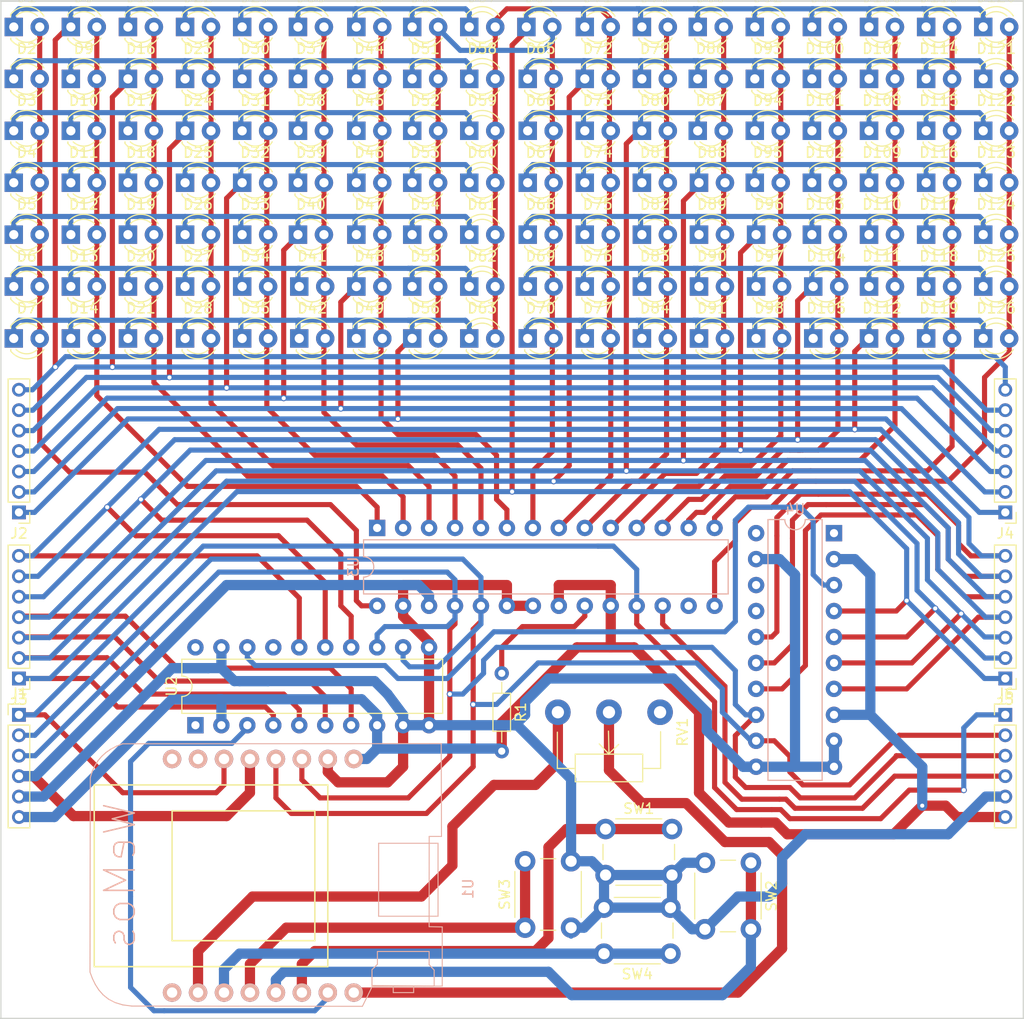
<source format=kicad_pcb>
(kicad_pcb (version 4) (host pcbnew 4.0.7)
  (layers (0 F.Cu signal) (31 B.Cu signal) (34 B.Paste user) (35 F.Paste user) (36 B.SilkS user) (37 F.SilkS user) (38 B.Mask user) (39 F.Mask user) (44 Edge.Cuts user))
  (net 0 "")
  (net 1 "Net-(D10-Pad2)")
  (net 2 "Net-(D120-Pad2)")
  (net 3 "Net-(D15-Pad2)")
  (net 4 "Net-(U3-Pad16)")
  (net 5 "Net-(D22-Pad2)")
  (net 6 "Net-(J6-Pad4)")
  (net 7 "Net-(D29-Pad2)")
  (net 8 /GSLCK)
  (net 9 "Net-(D36-Pad2)")
  (net 10 +5V)
  (net 11 "Net-(D43-Pad2)")
  (net 12 "Net-(R1-Pad1)")
  (net 13 "Net-(D50-Pad2)")
  (net 14 "Net-(D57-Pad2)")
  (net 15 GND)
  (net 16 "Net-(D78-Pad2)")
  (net 17 "Net-(D85-Pad2)")
  (net 18 /LATCH)
  (net 19 "Net-(D92-Pad2)")
  (net 20 /M_CLK)
  (net 21 "Net-(D100-Pad2)")
  (net 22 "Net-(J1-Pad4)")
  (net 23 "Net-(D106-Pad2)")
  (net 24 "Net-(D113-Pad2)")
  (net 25 "Net-(D1-Pad2)")
  (net 26 "Net-(D1-Pad1)")
  (net 27 "Net-(D16-Pad1)")
  (net 28 "Net-(D10-Pad1)")
  (net 29 "Net-(D11-Pad1)")
  (net 30 "Net-(D12-Pad1)")
  (net 31 "Net-(D13-Pad1)")
  (net 32 "Net-(D14-Pad1)")
  (net 33 "Net-(D106-Pad1)")
  (net 34 "Net-(D100-Pad1)")
  (net 35 "Net-(D101-Pad1)")
  (net 36 "Net-(D102-Pad1)")
  (net 37 "Net-(D103-Pad1)")
  (net 38 "Net-(D104-Pad1)")
  (net 39 "Net-(D105-Pad1)")
  (net 40 /3.3V)
  (net 41 "Net-(RV1-Pad3)")
  (net 42 "Net-(RV1-Pad1)")
  (net 43 "Net-(SW1-Pad1)")
  (net 44 "Net-(SW2-Pad1)")
  (net 45 "Net-(SW3-Pad1)")
  (net 46 "Net-(SW4-Pad1)")
  (net 47 "Net-(U1-Pad7)")
  (net 48 "Net-(U1-Pad8)")
  (net 49 "Net-(U1-Pad9)")
  (net 50 "Net-(U1-Pad15)")
  (net 51 "Net-(U2-Pad1)")
  (net 52 "Net-(U2-Pad17)")
  (net 53 "Net-(U2-Pad18)")
  (net 54 "Net-(U2-Pad20)")
  (net 55 "Net-(U4-Pad1)")
  (net 56 "Net-(U4-Pad17)")
  (net 57 "Net-(U4-Pad18)")
  (net 58 "Net-(U4-Pad20)")
  (module Pin_Headers:Pin_Header_Straight_1x07_Pitch2.00mm (layer F.Cu) (at 196.088 141.224 180)
    (fp_text reference J5 (at 0 -2.06 180) (layer F.SilkS))
    (fp_text value Conn_01x07)
    (pad 1 thru_hole rect (at 0 0 180) (size 1.35 1.35) (drill 0.8) (layers *.Cu *.Mask) (net 33 "Net-(D106-Pad1)"))
    (pad 2 thru_hole oval (at 0 2 180) (size 1.35 1.35) (drill 0.8) (layers *.Cu *.Mask) (net 34 "Net-(D100-Pad1)"))
    (pad 3 thru_hole oval (at 0 4 180) (size 1.35 1.35) (drill 0.8) (layers *.Cu *.Mask) (net 35 "Net-(D101-Pad1)"))
    (pad 4 thru_hole oval (at 0 6 180) (size 1.35 1.35) (drill 0.8) (layers *.Cu *.Mask) (net 36 "Net-(D102-Pad1)"))
    (pad 5 thru_hole oval (at 0 8 180) (size 1.35 1.35) (drill 0.8) (layers *.Cu *.Mask) (net 37 "Net-(D103-Pad1)"))
    (pad 6 thru_hole oval (at 0 10 180) (size 1.35 1.35) (drill 0.8) (layers *.Cu *.Mask) (net 38 "Net-(D104-Pad1)"))
    (pad 7 thru_hole oval (at 0 12 180) (size 1.35 1.35) (drill 0.8) (layers *.Cu *.Mask) (net 39 "Net-(D105-Pad1)"))
  )
  (module Buttons_Switches_THT:SW_PUSH_6mm (layer F.Cu) (at 171.196 159.258 270)
    (fp_text reference SW2 (at 3.25 -2 270) (layer F.SilkS))
    (fp_text value SW_Push)
    (pad 2 thru_hole circle (at 0 4.5) (size 2 2) (drill 1.1) (layers *.Cu *.Mask) (net 15 GND))
    (pad 1 thru_hole circle (at 0 0) (size 2 2) (drill 1.1) (layers *.Cu *.Mask) (net 44 "Net-(SW2-Pad1)"))
    (pad 2 thru_hole circle (at 6.5 4.5) (size 2 2) (drill 1.1) (layers *.Cu *.Mask) (net 15 GND))
    (pad 1 thru_hole circle (at 6.5 0) (size 2 2) (drill 1.1) (layers *.Cu *.Mask) (net 44 "Net-(SW2-Pad1)"))
  )
  (module wemos_d1_mini:D1_mini_board (layer B.Cu) (at 124.714 160.528 270)
    (fp_text reference U1 (at 1.27 -18.81 270) (layer B.SilkS) (effects (justify mirror)))
    (fp_text value WeMos_mini)
    (fp_text user WeMos (at 0 15.24 270) (layer B.SilkS) (effects (font (size 3 3)) (justify mirror)))
    (pad 8 thru_hole circle (at -11.43 10.16 270) (size 1.8 1.8) (drill 1.016) (layers *.Cu *.Mask B.SilkS) (net 48 "Net-(U1-Pad8)"))
    (pad 7 thru_hole circle (at -11.43 7.62 270) (size 1.8 1.8) (drill 1.016) (layers *.Cu *.Mask B.SilkS) (net 47 "Net-(U1-Pad7)"))
    (pad 6 thru_hole circle (at -11.43 5.08 270) (size 1.8 1.8) (drill 1.016) (layers *.Cu *.Mask B.SilkS) (net 8 /GSLCK))
    (pad 5 thru_hole circle (at -11.43 2.54 270) (size 1.8 1.8) (drill 1.016) (layers *.Cu *.Mask B.SilkS) (net 22 "Net-(J1-Pad4)"))
    (pad 4 thru_hole circle (at -11.43 0 270) (size 1.8 1.8) (drill 1.016) (layers *.Cu *.Mask B.SilkS) (net 18 /LATCH))
    (pad 3 thru_hole circle (at -11.43 -2.54 270) (size 1.8 1.8) (drill 1.016) (layers *.Cu *.Mask B.SilkS) (net 20 /M_CLK))
    (pad 2 thru_hole circle (at -11.43 -5.08 270) (size 1.8 1.8) (drill 1.016) (layers *.Cu *.Mask B.SilkS) (net 15 GND))
    (pad 1 thru_hole circle (at -11.43 -7.62 270) (size 1.8 1.8) (drill 1.016) (layers *.Cu *.Mask B.SilkS) (net 10 +5V))
    (pad 16 thru_hole circle (at 11.43 -7.62 270) (size 1.8 1.8) (drill 1.016) (layers *.Cu *.Mask B.SilkS) (net 40 /3.3V))
    (pad 15 thru_hole circle (at 11.43 -5.08 270) (size 1.8 1.8) (drill 1.016) (layers *.Cu *.Mask B.SilkS) (net 50 "Net-(U1-Pad15)"))
    (pad 14 thru_hole circle (at 11.43 -2.54 270) (size 1.8 1.8) (drill 1.016) (layers *.Cu *.Mask B.SilkS) (net 43 "Net-(SW1-Pad1)"))
    (pad 13 thru_hole circle (at 11.43 0 270) (size 1.8 1.8) (drill 1.016) (layers *.Cu *.Mask B.SilkS) (net 44 "Net-(SW2-Pad1)"))
    (pad 12 thru_hole circle (at 11.43 2.54 270) (size 1.8 1.8) (drill 1.016) (layers *.Cu *.Mask B.SilkS) (net 45 "Net-(SW3-Pad1)"))
    (pad 11 thru_hole circle (at 11.43 5.08 270) (size 1.8 1.8) (drill 1.016) (layers *.Cu *.Mask B.SilkS) (net 46 "Net-(SW4-Pad1)"))
    (pad 10 thru_hole circle (at 11.43 7.62 270) (size 1.8 1.8) (drill 1.016) (layers *.Cu *.Mask B.SilkS) (net 41 "Net-(RV1-Pad3)"))
    (pad 9 thru_hole circle (at 11.43 10.16 270) (size 1.8 1.8) (drill 1.016) (layers *.Cu *.Mask B.SilkS) (net 49 "Net-(U1-Pad9)"))
  )
  (module Housings_DIP:DIP-20_W7.62mm (layer F.Cu) (at 116.84 145.796 90)
    (fp_text reference U2 (at 3.81 -2.33 90) (layer F.SilkS))
    (fp_text value TPIC6B595N)
    (pad 1 thru_hole rect (at 0 0 90) (size 1.6 1.6) (drill 0.8) (layers *.Cu *.Mask) (net 51 "Net-(U2-Pad1)"))
    (pad 11 thru_hole oval (at 7.62 22.86 90) (size 1.6 1.6) (drill 0.8) (layers *.Cu *.Mask) (net 15 GND))
    (pad 2 thru_hole oval (at 0 2.54 90) (size 1.6 1.6) (drill 0.8) (layers *.Cu *.Mask) (net 10 +5V))
    (pad 12 thru_hole oval (at 7.62 20.32 90) (size 1.6 1.6) (drill 0.8) (layers *.Cu *.Mask) (net 18 /LATCH))
    (pad 3 thru_hole oval (at 0 5.08 90) (size 1.6 1.6) (drill 0.8) (layers *.Cu *.Mask) (net 50 "Net-(U1-Pad15)"))
    (pad 13 thru_hole oval (at 7.62 17.78 90) (size 1.6 1.6) (drill 0.8) (layers *.Cu *.Mask) (net 20 /M_CLK))
    (pad 4 thru_hole oval (at 0 7.62 90) (size 1.6 1.6) (drill 0.8) (layers *.Cu *.Mask) (net 33 "Net-(D106-Pad1)"))
    (pad 14 thru_hole oval (at 7.62 15.24 90) (size 1.6 1.6) (drill 0.8) (layers *.Cu *.Mask) (net 37 "Net-(D103-Pad1)"))
    (pad 5 thru_hole oval (at 0 10.16 90) (size 1.6 1.6) (drill 0.8) (layers *.Cu *.Mask) (net 34 "Net-(D100-Pad1)"))
    (pad 15 thru_hole oval (at 7.62 12.7 90) (size 1.6 1.6) (drill 0.8) (layers *.Cu *.Mask) (net 38 "Net-(D104-Pad1)"))
    (pad 6 thru_hole oval (at 0 12.7 90) (size 1.6 1.6) (drill 0.8) (layers *.Cu *.Mask) (net 35 "Net-(D101-Pad1)"))
    (pad 16 thru_hole oval (at 7.62 10.16 90) (size 1.6 1.6) (drill 0.8) (layers *.Cu *.Mask) (net 39 "Net-(D105-Pad1)"))
    (pad 7 thru_hole oval (at 0 15.24 90) (size 1.6 1.6) (drill 0.8) (layers *.Cu *.Mask) (net 36 "Net-(D102-Pad1)"))
    (pad 17 thru_hole oval (at 7.62 7.62 90) (size 1.6 1.6) (drill 0.8) (layers *.Cu *.Mask) (net 52 "Net-(U2-Pad17)"))
    (pad 8 thru_hole oval (at 0 17.78 90) (size 1.6 1.6) (drill 0.8) (layers *.Cu *.Mask) (net 10 +5V))
    (pad 18 thru_hole oval (at 7.62 5.08 90) (size 1.6 1.6) (drill 0.8) (layers *.Cu *.Mask) (net 53 "Net-(U2-Pad18)"))
    (pad 9 thru_hole oval (at 0 20.32 90) (size 1.6 1.6) (drill 0.8) (layers *.Cu *.Mask) (net 15 GND))
    (pad 19 thru_hole oval (at 7.62 2.54 90) (size 1.6 1.6) (drill 0.8) (layers *.Cu *.Mask) (net 15 GND))
    (pad 10 thru_hole oval (at 0 22.86 90) (size 1.6 1.6) (drill 0.8) (layers *.Cu *.Mask) (net 15 GND))
    (pad 20 thru_hole oval (at 7.62 0 90) (size 1.6 1.6) (drill 0.8) (layers *.Cu *.Mask) (net 54 "Net-(U2-Pad20)"))
  )
  (module Housings_DIP:DIP-28_W7.62mm (layer B.Cu) (at 134.62 126.492 270)
    (fp_text reference U3 (at 3.81 2.33 270) (layer B.SilkS) (effects (justify mirror)))
    (fp_text value TLC5940NT)
    (pad 1 thru_hole rect (at 0 0 270) (size 1.6 1.6) (drill 0.8) (layers *.Cu *.Mask) (net 1 "Net-(D10-Pad2)"))
    (pad 15 thru_hole oval (at 7.62 -33.02 270) (size 1.6 1.6) (drill 0.8) (layers *.Cu *.Mask) (net 2 "Net-(D120-Pad2)"))
    (pad 2 thru_hole oval (at 0 -2.54 270) (size 1.6 1.6) (drill 0.8) (layers *.Cu *.Mask) (net 3 "Net-(D15-Pad2)"))
    (pad 16 thru_hole oval (at 7.62 -30.48 270) (size 1.6 1.6) (drill 0.8) (layers *.Cu *.Mask) (net 4 "Net-(U3-Pad16)"))
    (pad 3 thru_hole oval (at 0 -5.08 270) (size 1.6 1.6) (drill 0.8) (layers *.Cu *.Mask) (net 5 "Net-(D22-Pad2)"))
    (pad 17 thru_hole oval (at 7.62 -27.94 270) (size 1.6 1.6) (drill 0.8) (layers *.Cu *.Mask) (net 6 "Net-(J6-Pad4)"))
    (pad 4 thru_hole oval (at 0 -7.62 270) (size 1.6 1.6) (drill 0.8) (layers *.Cu *.Mask) (net 7 "Net-(D29-Pad2)"))
    (pad 18 thru_hole oval (at 7.62 -25.4 270) (size 1.6 1.6) (drill 0.8) (layers *.Cu *.Mask) (net 8 /GSLCK))
    (pad 5 thru_hole oval (at 0 -10.16 270) (size 1.6 1.6) (drill 0.8) (layers *.Cu *.Mask) (net 9 "Net-(D36-Pad2)"))
    (pad 19 thru_hole oval (at 7.62 -22.86 270) (size 1.6 1.6) (drill 0.8) (layers *.Cu *.Mask) (net 10 +5V))
    (pad 6 thru_hole oval (at 0 -12.7 270) (size 1.6 1.6) (drill 0.8) (layers *.Cu *.Mask) (net 11 "Net-(D43-Pad2)"))
    (pad 20 thru_hole oval (at 7.62 -20.32 270) (size 1.6 1.6) (drill 0.8) (layers *.Cu *.Mask) (net 12 "Net-(R1-Pad1)"))
    (pad 7 thru_hole oval (at 0 -15.24 270) (size 1.6 1.6) (drill 0.8) (layers *.Cu *.Mask) (net 13 "Net-(D50-Pad2)"))
    (pad 21 thru_hole oval (at 7.62 -17.78 270) (size 1.6 1.6) (drill 0.8) (layers *.Cu *.Mask) (net 10 +5V))
    (pad 8 thru_hole oval (at 0 -17.78 270) (size 1.6 1.6) (drill 0.8) (layers *.Cu *.Mask) (net 14 "Net-(D57-Pad2)"))
    (pad 22 thru_hole oval (at 7.62 -15.24 270) (size 1.6 1.6) (drill 0.8) (layers *.Cu *.Mask) (net 15 GND))
    (pad 9 thru_hole oval (at 0 -20.32 270) (size 1.6 1.6) (drill 0.8) (layers *.Cu *.Mask) (net 16 "Net-(D78-Pad2)"))
    (pad 23 thru_hole oval (at 7.62 -12.7 270) (size 1.6 1.6) (drill 0.8) (layers *.Cu *.Mask) (net 15 GND))
    (pad 10 thru_hole oval (at 0 -22.86 270) (size 1.6 1.6) (drill 0.8) (layers *.Cu *.Mask) (net 17 "Net-(D85-Pad2)"))
    (pad 24 thru_hole oval (at 7.62 -10.16 270) (size 1.6 1.6) (drill 0.8) (layers *.Cu *.Mask) (net 18 /LATCH))
    (pad 11 thru_hole oval (at 0 -25.4 270) (size 1.6 1.6) (drill 0.8) (layers *.Cu *.Mask) (net 19 "Net-(D92-Pad2)"))
    (pad 25 thru_hole oval (at 7.62 -7.62 270) (size 1.6 1.6) (drill 0.8) (layers *.Cu *.Mask) (net 20 /M_CLK))
    (pad 12 thru_hole oval (at 0 -27.94 270) (size 1.6 1.6) (drill 0.8) (layers *.Cu *.Mask) (net 21 "Net-(D100-Pad2)"))
    (pad 26 thru_hole oval (at 7.62 -5.08 270) (size 1.6 1.6) (drill 0.8) (layers *.Cu *.Mask) (net 22 "Net-(J1-Pad4)"))
    (pad 13 thru_hole oval (at 0 -30.48 270) (size 1.6 1.6) (drill 0.8) (layers *.Cu *.Mask) (net 23 "Net-(D106-Pad2)"))
    (pad 27 thru_hole oval (at 7.62 -2.54 270) (size 1.6 1.6) (drill 0.8) (layers *.Cu *.Mask) (net 15 GND))
    (pad 14 thru_hole oval (at 0 -33.02 270) (size 1.6 1.6) (drill 0.8) (layers *.Cu *.Mask) (net 24 "Net-(D113-Pad2)"))
    (pad 28 thru_hole oval (at 7.62 0 270) (size 1.6 1.6) (drill 0.8) (layers *.Cu *.Mask) (net 25 "Net-(D1-Pad2)"))
  )
  (module Housings_DIP:DIP-20_W7.62mm (layer B.Cu) (at 179.324 127 180)
    (fp_text reference U4 (at 3.81 2.33 180) (layer B.SilkS) (effects (justify mirror)))
    (fp_text value TPIC6B595N)
    (pad 1 thru_hole rect (at 0 0 180) (size 1.6 1.6) (drill 0.8) (layers *.Cu *.Mask) (net 55 "Net-(U4-Pad1)"))
    (pad 11 thru_hole oval (at 7.62 -22.86 180) (size 1.6 1.6) (drill 0.8) (layers *.Cu *.Mask) (net 15 GND))
    (pad 2 thru_hole oval (at 0 -2.54 180) (size 1.6 1.6) (drill 0.8) (layers *.Cu *.Mask) (net 10 +5V))
    (pad 12 thru_hole oval (at 7.62 -20.32 180) (size 1.6 1.6) (drill 0.8) (layers *.Cu *.Mask) (net 18 /LATCH))
    (pad 3 thru_hole oval (at 0 -5.08 180) (size 1.6 1.6) (drill 0.8) (layers *.Cu *.Mask) (net 53 "Net-(U2-Pad18)"))
    (pad 13 thru_hole oval (at 7.62 -17.78 180) (size 1.6 1.6) (drill 0.8) (layers *.Cu *.Mask) (net 20 /M_CLK))
    (pad 4 thru_hole oval (at 0 -7.62 180) (size 1.6 1.6) (drill 0.8) (layers *.Cu *.Mask) (net 33 "Net-(D106-Pad1)"))
    (pad 14 thru_hole oval (at 7.62 -15.24 180) (size 1.6 1.6) (drill 0.8) (layers *.Cu *.Mask) (net 37 "Net-(D103-Pad1)"))
    (pad 5 thru_hole oval (at 0 -10.16 180) (size 1.6 1.6) (drill 0.8) (layers *.Cu *.Mask) (net 34 "Net-(D100-Pad1)"))
    (pad 15 thru_hole oval (at 7.62 -12.7 180) (size 1.6 1.6) (drill 0.8) (layers *.Cu *.Mask) (net 38 "Net-(D104-Pad1)"))
    (pad 6 thru_hole oval (at 0 -12.7 180) (size 1.6 1.6) (drill 0.8) (layers *.Cu *.Mask) (net 35 "Net-(D101-Pad1)"))
    (pad 16 thru_hole oval (at 7.62 -10.16 180) (size 1.6 1.6) (drill 0.8) (layers *.Cu *.Mask) (net 39 "Net-(D105-Pad1)"))
    (pad 7 thru_hole oval (at 0 -15.24 180) (size 1.6 1.6) (drill 0.8) (layers *.Cu *.Mask) (net 36 "Net-(D102-Pad1)"))
    (pad 17 thru_hole oval (at 7.62 -7.62 180) (size 1.6 1.6) (drill 0.8) (layers *.Cu *.Mask) (net 56 "Net-(U4-Pad17)"))
    (pad 8 thru_hole oval (at 0 -17.78 180) (size 1.6 1.6) (drill 0.8) (layers *.Cu *.Mask) (net 10 +5V))
    (pad 18 thru_hole oval (at 7.62 -5.08 180) (size 1.6 1.6) (drill 0.8) (layers *.Cu *.Mask) (net 57 "Net-(U4-Pad18)"))
    (pad 9 thru_hole oval (at 0 -20.32 180) (size 1.6 1.6) (drill 0.8) (layers *.Cu *.Mask) (net 15 GND))
    (pad 19 thru_hole oval (at 7.62 -2.54 180) (size 1.6 1.6) (drill 0.8) (layers *.Cu *.Mask) (net 15 GND))
    (pad 10 thru_hole oval (at 0 -22.86 180) (size 1.6 1.6) (drill 0.8) (layers *.Cu *.Mask) (net 15 GND))
    (pad 20 thru_hole oval (at 7.62 0 180) (size 1.6 1.6) (drill 0.8) (layers *.Cu *.Mask) (net 58 "Net-(U4-Pad20)"))
  )
  (module Resistors_THT:R_Axial_DIN0204_L3.6mm_D1.6mm_P7.62mm_Horizontal (layer F.Cu) (at 146.812 140.716 270)
    (fp_text reference R1 (at 3.81 -1.86 270) (layer F.SilkS))
    (fp_text value R330)
    (pad 1 thru_hole circle (at 0 0 270) (size 1.4 1.4) (drill 0.7) (layers *.Cu *.Mask) (net 12 "Net-(R1-Pad1)"))
    (pad 2 thru_hole oval (at 7.62 0 270) (size 1.4 1.4) (drill 0.7) (layers *.Cu *.Mask) (net 10 +5V))
  )
  (module LEDs:LED_D3.0mm (layer F.Cu) (at 166.116 107.95)
    (fp_text reference D91 (at 1.27 -2.96) (layer F.SilkS))
    (fp_text value LED)
    (pad 1 thru_hole rect (at 0 0) (size 1.8 1.8) (drill 0.9) (layers *.Cu *.Mask) (net 39 "Net-(D105-Pad1)"))
    (pad 2 thru_hole circle (at 2.54 0) (size 1.8 1.8) (drill 0.9) (layers *.Cu *.Mask) (net 17 "Net-(D85-Pad2)"))
  )
  (module LEDs:LED_D3.0mm (layer F.Cu) (at 143.637 107.95)
    (fp_text reference D63 (at 1.27 -2.96) (layer F.SilkS))
    (fp_text value LED)
    (pad 1 thru_hole rect (at 0 0) (size 1.8 1.8) (drill 0.9) (layers *.Cu *.Mask) (net 32 "Net-(D14-Pad1)"))
    (pad 2 thru_hole circle (at 2.54 0) (size 1.8 1.8) (drill 0.9) (layers *.Cu *.Mask) (net 14 "Net-(D57-Pad2)"))
  )
  (module LEDs:LED_D3.0mm (layer F.Cu) (at 177.292 107.95)
    (fp_text reference D105 (at 1.27 -2.96) (layer F.SilkS))
    (fp_text value LED)
    (pad 1 thru_hole rect (at 0 0) (size 1.8 1.8) (drill 0.9) (layers *.Cu *.Mask) (net 39 "Net-(D105-Pad1)"))
    (pad 2 thru_hole circle (at 2.54 0) (size 1.8 1.8) (drill 0.9) (layers *.Cu *.Mask) (net 21 "Net-(D100-Pad2)"))
  )
  (module LEDs:LED_D3.0mm (layer F.Cu) (at 99.06 77.47)
    (fp_text reference D1 (at 1.27 -2.96) (layer F.SilkS))
    (fp_text value LED)
    (pad 1 thru_hole rect (at 0 0) (size 1.8 1.8) (drill 0.9) (layers *.Cu *.Mask) (net 26 "Net-(D1-Pad1)"))
    (pad 2 thru_hole circle (at 2.54 0) (size 1.8 1.8) (drill 0.9) (layers *.Cu *.Mask) (net 25 "Net-(D1-Pad2)"))
  )
  (module LEDs:LED_D3.0mm (layer F.Cu) (at 99.06 82.55)
    (fp_text reference D2 (at 1.27 -2.96) (layer F.SilkS))
    (fp_text value LED)
    (pad 1 thru_hole rect (at 0 0) (size 1.8 1.8) (drill 0.9) (layers *.Cu *.Mask) (net 27 "Net-(D16-Pad1)"))
    (pad 2 thru_hole circle (at 2.54 0) (size 1.8 1.8) (drill 0.9) (layers *.Cu *.Mask) (net 25 "Net-(D1-Pad2)"))
  )
  (module LEDs:LED_D3.0mm (layer F.Cu) (at 99.06 87.63)
    (fp_text reference D3 (at 1.27 -2.96) (layer F.SilkS))
    (fp_text value LED)
    (pad 1 thru_hole rect (at 0 0) (size 1.8 1.8) (drill 0.9) (layers *.Cu *.Mask) (net 28 "Net-(D10-Pad1)"))
    (pad 2 thru_hole circle (at 2.54 0) (size 1.8 1.8) (drill 0.9) (layers *.Cu *.Mask) (net 25 "Net-(D1-Pad2)"))
  )
  (module LEDs:LED_D3.0mm (layer F.Cu) (at 99.06 92.71)
    (fp_text reference D4 (at 1.27 -2.96) (layer F.SilkS))
    (fp_text value LED)
    (pad 1 thru_hole rect (at 0 0) (size 1.8 1.8) (drill 0.9) (layers *.Cu *.Mask) (net 29 "Net-(D11-Pad1)"))
    (pad 2 thru_hole circle (at 2.54 0) (size 1.8 1.8) (drill 0.9) (layers *.Cu *.Mask) (net 25 "Net-(D1-Pad2)"))
  )
  (module LEDs:LED_D3.0mm (layer F.Cu) (at 99.06 97.79)
    (fp_text reference D5 (at 1.27 -2.96) (layer F.SilkS))
    (fp_text value LED)
    (pad 1 thru_hole rect (at 0 0) (size 1.8 1.8) (drill 0.9) (layers *.Cu *.Mask) (net 30 "Net-(D12-Pad1)"))
    (pad 2 thru_hole circle (at 2.54 0) (size 1.8 1.8) (drill 0.9) (layers *.Cu *.Mask) (net 25 "Net-(D1-Pad2)"))
  )
  (module LEDs:LED_D3.0mm (layer F.Cu) (at 99.06 102.87)
    (fp_text reference D6 (at 1.27 -2.96) (layer F.SilkS))
    (fp_text value LED)
    (pad 1 thru_hole rect (at 0 0) (size 1.8 1.8) (drill 0.9) (layers *.Cu *.Mask) (net 31 "Net-(D13-Pad1)"))
    (pad 2 thru_hole circle (at 2.54 0) (size 1.8 1.8) (drill 0.9) (layers *.Cu *.Mask) (net 25 "Net-(D1-Pad2)"))
  )
  (module LEDs:LED_D3.0mm (layer F.Cu) (at 99.06 107.95)
    (fp_text reference D7 (at 1.27 -2.96) (layer F.SilkS))
    (fp_text value LED)
    (pad 1 thru_hole rect (at 0 0) (size 1.8 1.8) (drill 0.9) (layers *.Cu *.Mask) (net 32 "Net-(D14-Pad1)"))
    (pad 2 thru_hole circle (at 2.54 0) (size 1.8 1.8) (drill 0.9) (layers *.Cu *.Mask) (net 25 "Net-(D1-Pad2)"))
  )
  (module LEDs:LED_D3.0mm (layer F.Cu) (at 104.648 77.47)
    (fp_text reference D8 (at 1.27 -2.96) (layer F.SilkS))
    (fp_text value LED)
    (pad 1 thru_hole rect (at 0 0) (size 1.8 1.8) (drill 0.9) (layers *.Cu *.Mask) (net 26 "Net-(D1-Pad1)"))
    (pad 2 thru_hole circle (at 2.54 0) (size 1.8 1.8) (drill 0.9) (layers *.Cu *.Mask) (net 1 "Net-(D10-Pad2)"))
  )
  (module LEDs:LED_D3.0mm (layer F.Cu) (at 104.648 82.55)
    (fp_text reference D9 (at 1.27 -2.96) (layer F.SilkS))
    (fp_text value LED)
    (pad 1 thru_hole rect (at 0 0) (size 1.8 1.8) (drill 0.9) (layers *.Cu *.Mask) (net 27 "Net-(D16-Pad1)"))
    (pad 2 thru_hole circle (at 2.54 0) (size 1.8 1.8) (drill 0.9) (layers *.Cu *.Mask) (net 1 "Net-(D10-Pad2)"))
  )
  (module LEDs:LED_D3.0mm (layer F.Cu) (at 104.648 87.63)
    (fp_text reference D10 (at 1.27 -2.96) (layer F.SilkS))
    (fp_text value LED)
    (pad 1 thru_hole rect (at 0 0) (size 1.8 1.8) (drill 0.9) (layers *.Cu *.Mask) (net 28 "Net-(D10-Pad1)"))
    (pad 2 thru_hole circle (at 2.54 0) (size 1.8 1.8) (drill 0.9) (layers *.Cu *.Mask) (net 1 "Net-(D10-Pad2)"))
  )
  (module LEDs:LED_D3.0mm (layer F.Cu) (at 104.648 92.71)
    (fp_text reference D11 (at 1.27 -2.96) (layer F.SilkS))
    (fp_text value LED)
    (pad 1 thru_hole rect (at 0 0) (size 1.8 1.8) (drill 0.9) (layers *.Cu *.Mask) (net 29 "Net-(D11-Pad1)"))
    (pad 2 thru_hole circle (at 2.54 0) (size 1.8 1.8) (drill 0.9) (layers *.Cu *.Mask) (net 1 "Net-(D10-Pad2)"))
  )
  (module LEDs:LED_D3.0mm (layer F.Cu) (at 104.648 97.79)
    (fp_text reference D12 (at 1.27 -2.96) (layer F.SilkS))
    (fp_text value LED)
    (pad 1 thru_hole rect (at 0 0) (size 1.8 1.8) (drill 0.9) (layers *.Cu *.Mask) (net 30 "Net-(D12-Pad1)"))
    (pad 2 thru_hole circle (at 2.54 0) (size 1.8 1.8) (drill 0.9) (layers *.Cu *.Mask) (net 1 "Net-(D10-Pad2)"))
  )
  (module LEDs:LED_D3.0mm (layer F.Cu) (at 104.648 102.87)
    (fp_text reference D13 (at 1.27 -2.96) (layer F.SilkS))
    (fp_text value LED)
    (pad 1 thru_hole rect (at 0 0) (size 1.8 1.8) (drill 0.9) (layers *.Cu *.Mask) (net 31 "Net-(D13-Pad1)"))
    (pad 2 thru_hole circle (at 2.54 0) (size 1.8 1.8) (drill 0.9) (layers *.Cu *.Mask) (net 1 "Net-(D10-Pad2)"))
  )
  (module LEDs:LED_D3.0mm (layer F.Cu) (at 104.648 107.95)
    (fp_text reference D14 (at 1.27 -2.96) (layer F.SilkS))
    (fp_text value LED)
    (pad 1 thru_hole rect (at 0 0) (size 1.8 1.8) (drill 0.9) (layers *.Cu *.Mask) (net 32 "Net-(D14-Pad1)"))
    (pad 2 thru_hole circle (at 2.54 0) (size 1.8 1.8) (drill 0.9) (layers *.Cu *.Mask) (net 1 "Net-(D10-Pad2)"))
  )
  (module LEDs:LED_D3.0mm (layer F.Cu) (at 110.236 77.47)
    (fp_text reference D15 (at 1.27 -2.96) (layer F.SilkS))
    (fp_text value LED)
    (pad 1 thru_hole rect (at 0 0) (size 1.8 1.8) (drill 0.9) (layers *.Cu *.Mask) (net 26 "Net-(D1-Pad1)"))
    (pad 2 thru_hole circle (at 2.54 0) (size 1.8 1.8) (drill 0.9) (layers *.Cu *.Mask) (net 3 "Net-(D15-Pad2)"))
  )
  (module LEDs:LED_D3.0mm (layer F.Cu) (at 110.236 82.55)
    (fp_text reference D16 (at 1.27 -2.96) (layer F.SilkS))
    (fp_text value LED)
    (pad 1 thru_hole rect (at 0 0) (size 1.8 1.8) (drill 0.9) (layers *.Cu *.Mask) (net 27 "Net-(D16-Pad1)"))
    (pad 2 thru_hole circle (at 2.54 0) (size 1.8 1.8) (drill 0.9) (layers *.Cu *.Mask) (net 3 "Net-(D15-Pad2)"))
  )
  (module LEDs:LED_D3.0mm (layer F.Cu) (at 110.236 87.63)
    (fp_text reference D17 (at 1.27 -2.96) (layer F.SilkS))
    (fp_text value LED)
    (pad 1 thru_hole rect (at 0 0) (size 1.8 1.8) (drill 0.9) (layers *.Cu *.Mask) (net 28 "Net-(D10-Pad1)"))
    (pad 2 thru_hole circle (at 2.54 0) (size 1.8 1.8) (drill 0.9) (layers *.Cu *.Mask) (net 3 "Net-(D15-Pad2)"))
  )
  (module LEDs:LED_D3.0mm (layer F.Cu) (at 110.236 92.71)
    (fp_text reference D18 (at 1.27 -2.96) (layer F.SilkS))
    (fp_text value LED)
    (pad 1 thru_hole rect (at 0 0) (size 1.8 1.8) (drill 0.9) (layers *.Cu *.Mask) (net 29 "Net-(D11-Pad1)"))
    (pad 2 thru_hole circle (at 2.54 0) (size 1.8 1.8) (drill 0.9) (layers *.Cu *.Mask) (net 3 "Net-(D15-Pad2)"))
  )
  (module LEDs:LED_D3.0mm (layer F.Cu) (at 110.236 97.79)
    (fp_text reference D19 (at 1.27 -2.96) (layer F.SilkS))
    (fp_text value LED)
    (pad 1 thru_hole rect (at 0 0) (size 1.8 1.8) (drill 0.9) (layers *.Cu *.Mask) (net 30 "Net-(D12-Pad1)"))
    (pad 2 thru_hole circle (at 2.54 0) (size 1.8 1.8) (drill 0.9) (layers *.Cu *.Mask) (net 3 "Net-(D15-Pad2)"))
  )
  (module LEDs:LED_D3.0mm (layer F.Cu) (at 110.236 102.87)
    (fp_text reference D20 (at 1.27 -2.96) (layer F.SilkS))
    (fp_text value LED)
    (pad 1 thru_hole rect (at 0 0) (size 1.8 1.8) (drill 0.9) (layers *.Cu *.Mask) (net 31 "Net-(D13-Pad1)"))
    (pad 2 thru_hole circle (at 2.54 0) (size 1.8 1.8) (drill 0.9) (layers *.Cu *.Mask) (net 3 "Net-(D15-Pad2)"))
  )
  (module LEDs:LED_D3.0mm (layer F.Cu) (at 110.236 107.95)
    (fp_text reference D21 (at 1.27 -2.96) (layer F.SilkS))
    (fp_text value LED)
    (pad 1 thru_hole rect (at 0 0) (size 1.8 1.8) (drill 0.9) (layers *.Cu *.Mask) (net 32 "Net-(D14-Pad1)"))
    (pad 2 thru_hole circle (at 2.54 0) (size 1.8 1.8) (drill 0.9) (layers *.Cu *.Mask) (net 3 "Net-(D15-Pad2)"))
  )
  (module LEDs:LED_D3.0mm (layer F.Cu) (at 115.824 77.47)
    (fp_text reference D22 (at 1.27 -2.96) (layer F.SilkS))
    (fp_text value LED)
    (pad 1 thru_hole rect (at 0 0) (size 1.8 1.8) (drill 0.9) (layers *.Cu *.Mask) (net 26 "Net-(D1-Pad1)"))
    (pad 2 thru_hole circle (at 2.54 0) (size 1.8 1.8) (drill 0.9) (layers *.Cu *.Mask) (net 5 "Net-(D22-Pad2)"))
  )
  (module LEDs:LED_D3.0mm (layer F.Cu) (at 115.824 82.55)
    (fp_text reference D23 (at 1.27 -2.96) (layer F.SilkS))
    (fp_text value LED)
    (pad 1 thru_hole rect (at 0 0) (size 1.8 1.8) (drill 0.9) (layers *.Cu *.Mask) (net 27 "Net-(D16-Pad1)"))
    (pad 2 thru_hole circle (at 2.54 0) (size 1.8 1.8) (drill 0.9) (layers *.Cu *.Mask) (net 5 "Net-(D22-Pad2)"))
  )
  (module LEDs:LED_D3.0mm (layer F.Cu) (at 115.824 87.63)
    (fp_text reference D24 (at 1.27 -2.96) (layer F.SilkS))
    (fp_text value LED)
    (pad 1 thru_hole rect (at 0 0) (size 1.8 1.8) (drill 0.9) (layers *.Cu *.Mask) (net 28 "Net-(D10-Pad1)"))
    (pad 2 thru_hole circle (at 2.54 0) (size 1.8 1.8) (drill 0.9) (layers *.Cu *.Mask) (net 5 "Net-(D22-Pad2)"))
  )
  (module LEDs:LED_D3.0mm (layer F.Cu) (at 115.824 92.71)
    (fp_text reference D25 (at 1.27 -2.96) (layer F.SilkS))
    (fp_text value LED)
    (pad 1 thru_hole rect (at 0 0) (size 1.8 1.8) (drill 0.9) (layers *.Cu *.Mask) (net 29 "Net-(D11-Pad1)"))
    (pad 2 thru_hole circle (at 2.54 0) (size 1.8 1.8) (drill 0.9) (layers *.Cu *.Mask) (net 5 "Net-(D22-Pad2)"))
  )
  (module LEDs:LED_D3.0mm (layer F.Cu) (at 115.824 97.79)
    (fp_text reference D26 (at 1.27 -2.96) (layer F.SilkS))
    (fp_text value LED)
    (pad 1 thru_hole rect (at 0 0) (size 1.8 1.8) (drill 0.9) (layers *.Cu *.Mask) (net 30 "Net-(D12-Pad1)"))
    (pad 2 thru_hole circle (at 2.54 0) (size 1.8 1.8) (drill 0.9) (layers *.Cu *.Mask) (net 5 "Net-(D22-Pad2)"))
  )
  (module LEDs:LED_D3.0mm (layer F.Cu) (at 115.824 102.87)
    (fp_text reference D27 (at 1.27 -2.96) (layer F.SilkS))
    (fp_text value LED)
    (pad 1 thru_hole rect (at 0 0) (size 1.8 1.8) (drill 0.9) (layers *.Cu *.Mask) (net 31 "Net-(D13-Pad1)"))
    (pad 2 thru_hole circle (at 2.54 0) (size 1.8 1.8) (drill 0.9) (layers *.Cu *.Mask) (net 5 "Net-(D22-Pad2)"))
  )
  (module LEDs:LED_D3.0mm (layer F.Cu) (at 115.824 107.95)
    (fp_text reference D28 (at 1.27 -2.96) (layer F.SilkS))
    (fp_text value LED)
    (pad 1 thru_hole rect (at 0 0) (size 1.8 1.8) (drill 0.9) (layers *.Cu *.Mask) (net 32 "Net-(D14-Pad1)"))
    (pad 2 thru_hole circle (at 2.54 0) (size 1.8 1.8) (drill 0.9) (layers *.Cu *.Mask) (net 5 "Net-(D22-Pad2)"))
  )
  (module LEDs:LED_D3.0mm (layer F.Cu) (at 121.412 77.47)
    (fp_text reference D29 (at 1.27 -2.96) (layer F.SilkS))
    (fp_text value LED)
    (pad 1 thru_hole rect (at 0 0) (size 1.8 1.8) (drill 0.9) (layers *.Cu *.Mask) (net 26 "Net-(D1-Pad1)"))
    (pad 2 thru_hole circle (at 2.54 0) (size 1.8 1.8) (drill 0.9) (layers *.Cu *.Mask) (net 7 "Net-(D29-Pad2)"))
  )
  (module LEDs:LED_D3.0mm (layer F.Cu) (at 121.412 82.55)
    (fp_text reference D30 (at 1.27 -2.96) (layer F.SilkS))
    (fp_text value LED)
    (pad 1 thru_hole rect (at 0 0) (size 1.8 1.8) (drill 0.9) (layers *.Cu *.Mask) (net 27 "Net-(D16-Pad1)"))
    (pad 2 thru_hole circle (at 2.54 0) (size 1.8 1.8) (drill 0.9) (layers *.Cu *.Mask) (net 7 "Net-(D29-Pad2)"))
  )
  (module LEDs:LED_D3.0mm (layer F.Cu) (at 121.412 87.63)
    (fp_text reference D31 (at 1.27 -2.96) (layer F.SilkS))
    (fp_text value LED)
    (pad 1 thru_hole rect (at 0 0) (size 1.8 1.8) (drill 0.9) (layers *.Cu *.Mask) (net 28 "Net-(D10-Pad1)"))
    (pad 2 thru_hole circle (at 2.54 0) (size 1.8 1.8) (drill 0.9) (layers *.Cu *.Mask) (net 7 "Net-(D29-Pad2)"))
  )
  (module LEDs:LED_D3.0mm (layer F.Cu) (at 121.412 92.71)
    (fp_text reference D32 (at 1.27 -2.96) (layer F.SilkS))
    (fp_text value LED)
    (pad 1 thru_hole rect (at 0 0) (size 1.8 1.8) (drill 0.9) (layers *.Cu *.Mask) (net 29 "Net-(D11-Pad1)"))
    (pad 2 thru_hole circle (at 2.54 0) (size 1.8 1.8) (drill 0.9) (layers *.Cu *.Mask) (net 7 "Net-(D29-Pad2)"))
  )
  (module LEDs:LED_D3.0mm (layer F.Cu) (at 121.412 97.79)
    (fp_text reference D33 (at 1.27 -2.96) (layer F.SilkS))
    (fp_text value LED)
    (pad 1 thru_hole rect (at 0 0) (size 1.8 1.8) (drill 0.9) (layers *.Cu *.Mask) (net 30 "Net-(D12-Pad1)"))
    (pad 2 thru_hole circle (at 2.54 0) (size 1.8 1.8) (drill 0.9) (layers *.Cu *.Mask) (net 7 "Net-(D29-Pad2)"))
  )
  (module LEDs:LED_D3.0mm (layer F.Cu) (at 121.412 102.87)
    (fp_text reference D34 (at 1.27 -2.96) (layer F.SilkS))
    (fp_text value LED)
    (pad 1 thru_hole rect (at 0 0) (size 1.8 1.8) (drill 0.9) (layers *.Cu *.Mask) (net 31 "Net-(D13-Pad1)"))
    (pad 2 thru_hole circle (at 2.54 0) (size 1.8 1.8) (drill 0.9) (layers *.Cu *.Mask) (net 7 "Net-(D29-Pad2)"))
  )
  (module LEDs:LED_D3.0mm (layer F.Cu) (at 121.412 107.95)
    (fp_text reference D35 (at 1.27 -2.96) (layer F.SilkS))
    (fp_text value LED)
    (pad 1 thru_hole rect (at 0 0) (size 1.8 1.8) (drill 0.9) (layers *.Cu *.Mask) (net 32 "Net-(D14-Pad1)"))
    (pad 2 thru_hole circle (at 2.54 0) (size 1.8 1.8) (drill 0.9) (layers *.Cu *.Mask) (net 7 "Net-(D29-Pad2)"))
  )
  (module LEDs:LED_D3.0mm (layer F.Cu) (at 126.873 77.47)
    (fp_text reference D36 (at 1.27 -2.96) (layer F.SilkS))
    (fp_text value LED)
    (pad 1 thru_hole rect (at 0 0) (size 1.8 1.8) (drill 0.9) (layers *.Cu *.Mask) (net 26 "Net-(D1-Pad1)"))
    (pad 2 thru_hole circle (at 2.54 0) (size 1.8 1.8) (drill 0.9) (layers *.Cu *.Mask) (net 9 "Net-(D36-Pad2)"))
  )
  (module LEDs:LED_D3.0mm (layer F.Cu) (at 126.873 82.55)
    (fp_text reference D37 (at 1.27 -2.96) (layer F.SilkS))
    (fp_text value LED)
    (pad 1 thru_hole rect (at 0 0) (size 1.8 1.8) (drill 0.9) (layers *.Cu *.Mask) (net 27 "Net-(D16-Pad1)"))
    (pad 2 thru_hole circle (at 2.54 0) (size 1.8 1.8) (drill 0.9) (layers *.Cu *.Mask) (net 9 "Net-(D36-Pad2)"))
  )
  (module LEDs:LED_D3.0mm (layer F.Cu) (at 126.873 87.63)
    (fp_text reference D38 (at 1.27 -2.96) (layer F.SilkS))
    (fp_text value LED)
    (pad 1 thru_hole rect (at 0 0) (size 1.8 1.8) (drill 0.9) (layers *.Cu *.Mask) (net 28 "Net-(D10-Pad1)"))
    (pad 2 thru_hole circle (at 2.54 0) (size 1.8 1.8) (drill 0.9) (layers *.Cu *.Mask) (net 9 "Net-(D36-Pad2)"))
  )
  (module LEDs:LED_D3.0mm (layer F.Cu) (at 126.873 92.71)
    (fp_text reference D39 (at 1.27 -2.96) (layer F.SilkS))
    (fp_text value LED)
    (pad 1 thru_hole rect (at 0 0) (size 1.8 1.8) (drill 0.9) (layers *.Cu *.Mask) (net 29 "Net-(D11-Pad1)"))
    (pad 2 thru_hole circle (at 2.54 0) (size 1.8 1.8) (drill 0.9) (layers *.Cu *.Mask) (net 9 "Net-(D36-Pad2)"))
  )
  (module LEDs:LED_D3.0mm (layer F.Cu) (at 126.873 97.79)
    (fp_text reference D40 (at 1.27 -2.96) (layer F.SilkS))
    (fp_text value LED)
    (pad 1 thru_hole rect (at 0 0) (size 1.8 1.8) (drill 0.9) (layers *.Cu *.Mask) (net 30 "Net-(D12-Pad1)"))
    (pad 2 thru_hole circle (at 2.54 0) (size 1.8 1.8) (drill 0.9) (layers *.Cu *.Mask) (net 9 "Net-(D36-Pad2)"))
  )
  (module LEDs:LED_D3.0mm (layer F.Cu) (at 127 102.87)
    (fp_text reference D41 (at 1.27 -2.96) (layer F.SilkS))
    (fp_text value LED)
    (pad 1 thru_hole rect (at 0 0) (size 1.8 1.8) (drill 0.9) (layers *.Cu *.Mask) (net 31 "Net-(D13-Pad1)"))
    (pad 2 thru_hole circle (at 2.54 0) (size 1.8 1.8) (drill 0.9) (layers *.Cu *.Mask) (net 9 "Net-(D36-Pad2)"))
  )
  (module LEDs:LED_D3.0mm (layer F.Cu) (at 127 107.95)
    (fp_text reference D42 (at 1.27 -2.96) (layer F.SilkS))
    (fp_text value LED)
    (pad 1 thru_hole rect (at 0 0) (size 1.8 1.8) (drill 0.9) (layers *.Cu *.Mask) (net 32 "Net-(D14-Pad1)"))
    (pad 2 thru_hole circle (at 2.54 0) (size 1.8 1.8) (drill 0.9) (layers *.Cu *.Mask) (net 9 "Net-(D36-Pad2)"))
  )
  (module LEDs:LED_D3.0mm (layer F.Cu) (at 132.588 77.47)
    (fp_text reference D43 (at 1.27 -2.96) (layer F.SilkS))
    (fp_text value LED)
    (pad 1 thru_hole rect (at 0 0) (size 1.8 1.8) (drill 0.9) (layers *.Cu *.Mask) (net 26 "Net-(D1-Pad1)"))
    (pad 2 thru_hole circle (at 2.54 0) (size 1.8 1.8) (drill 0.9) (layers *.Cu *.Mask) (net 11 "Net-(D43-Pad2)"))
  )
  (module LEDs:LED_D3.0mm (layer F.Cu) (at 132.588 82.55)
    (fp_text reference D44 (at 1.27 -2.96) (layer F.SilkS))
    (fp_text value LED)
    (pad 1 thru_hole rect (at 0 0) (size 1.8 1.8) (drill 0.9) (layers *.Cu *.Mask) (net 27 "Net-(D16-Pad1)"))
    (pad 2 thru_hole circle (at 2.54 0) (size 1.8 1.8) (drill 0.9) (layers *.Cu *.Mask) (net 11 "Net-(D43-Pad2)"))
  )
  (module LEDs:LED_D3.0mm (layer F.Cu) (at 132.588 87.63)
    (fp_text reference D45 (at 1.27 -2.96) (layer F.SilkS))
    (fp_text value LED)
    (pad 1 thru_hole rect (at 0 0) (size 1.8 1.8) (drill 0.9) (layers *.Cu *.Mask) (net 28 "Net-(D10-Pad1)"))
    (pad 2 thru_hole circle (at 2.54 0) (size 1.8 1.8) (drill 0.9) (layers *.Cu *.Mask) (net 11 "Net-(D43-Pad2)"))
  )
  (module LEDs:LED_D3.0mm (layer F.Cu) (at 132.588 92.71)
    (fp_text reference D46 (at 1.27 -2.96) (layer F.SilkS))
    (fp_text value LED)
    (pad 1 thru_hole rect (at 0 0) (size 1.8 1.8) (drill 0.9) (layers *.Cu *.Mask) (net 29 "Net-(D11-Pad1)"))
    (pad 2 thru_hole circle (at 2.54 0) (size 1.8 1.8) (drill 0.9) (layers *.Cu *.Mask) (net 11 "Net-(D43-Pad2)"))
  )
  (module LEDs:LED_D3.0mm (layer F.Cu) (at 132.588 97.79)
    (fp_text reference D47 (at 1.27 -2.96) (layer F.SilkS))
    (fp_text value LED)
    (pad 1 thru_hole rect (at 0 0) (size 1.8 1.8) (drill 0.9) (layers *.Cu *.Mask) (net 30 "Net-(D12-Pad1)"))
    (pad 2 thru_hole circle (at 2.54 0) (size 1.8 1.8) (drill 0.9) (layers *.Cu *.Mask) (net 11 "Net-(D43-Pad2)"))
  )
  (module LEDs:LED_D3.0mm (layer F.Cu) (at 132.588 102.87)
    (fp_text reference D48 (at 1.27 -2.96) (layer F.SilkS))
    (fp_text value LED)
    (pad 1 thru_hole rect (at 0 0) (size 1.8 1.8) (drill 0.9) (layers *.Cu *.Mask) (net 31 "Net-(D13-Pad1)"))
    (pad 2 thru_hole circle (at 2.54 0) (size 1.8 1.8) (drill 0.9) (layers *.Cu *.Mask) (net 11 "Net-(D43-Pad2)"))
  )
  (module LEDs:LED_D3.0mm (layer F.Cu) (at 132.588 107.95)
    (fp_text reference D49 (at 1.27 -2.96) (layer F.SilkS))
    (fp_text value LED)
    (pad 1 thru_hole rect (at 0 0) (size 1.8 1.8) (drill 0.9) (layers *.Cu *.Mask) (net 32 "Net-(D14-Pad1)"))
    (pad 2 thru_hole circle (at 2.54 0) (size 1.8 1.8) (drill 0.9) (layers *.Cu *.Mask) (net 11 "Net-(D43-Pad2)"))
  )
  (module LEDs:LED_D3.0mm (layer F.Cu) (at 138.049 77.47)
    (fp_text reference D50 (at 1.27 -2.96) (layer F.SilkS))
    (fp_text value LED)
    (pad 1 thru_hole rect (at 0 0) (size 1.8 1.8) (drill 0.9) (layers *.Cu *.Mask) (net 26 "Net-(D1-Pad1)"))
    (pad 2 thru_hole circle (at 2.54 0) (size 1.8 1.8) (drill 0.9) (layers *.Cu *.Mask) (net 13 "Net-(D50-Pad2)"))
  )
  (module LEDs:LED_D3.0mm (layer F.Cu) (at 138.049 82.55)
    (fp_text reference D51 (at 1.27 -2.96) (layer F.SilkS))
    (fp_text value LED)
    (pad 1 thru_hole rect (at 0 0) (size 1.8 1.8) (drill 0.9) (layers *.Cu *.Mask) (net 27 "Net-(D16-Pad1)"))
    (pad 2 thru_hole circle (at 2.54 0) (size 1.8 1.8) (drill 0.9) (layers *.Cu *.Mask) (net 13 "Net-(D50-Pad2)"))
  )
  (module LEDs:LED_D3.0mm (layer F.Cu) (at 138.049 87.63)
    (fp_text reference D52 (at 1.27 -2.96) (layer F.SilkS))
    (fp_text value LED)
    (pad 1 thru_hole rect (at 0 0) (size 1.8 1.8) (drill 0.9) (layers *.Cu *.Mask) (net 28 "Net-(D10-Pad1)"))
    (pad 2 thru_hole circle (at 2.54 0) (size 1.8 1.8) (drill 0.9) (layers *.Cu *.Mask) (net 13 "Net-(D50-Pad2)"))
  )
  (module LEDs:LED_D3.0mm (layer F.Cu) (at 138.049 92.71)
    (fp_text reference D53 (at 1.27 -2.96) (layer F.SilkS))
    (fp_text value LED)
    (pad 1 thru_hole rect (at 0 0) (size 1.8 1.8) (drill 0.9) (layers *.Cu *.Mask) (net 29 "Net-(D11-Pad1)"))
    (pad 2 thru_hole circle (at 2.54 0) (size 1.8 1.8) (drill 0.9) (layers *.Cu *.Mask) (net 13 "Net-(D50-Pad2)"))
  )
  (module LEDs:LED_D3.0mm (layer F.Cu) (at 138.049 97.79)
    (fp_text reference D54 (at 1.27 -2.96) (layer F.SilkS))
    (fp_text value LED)
    (pad 1 thru_hole rect (at 0 0) (size 1.8 1.8) (drill 0.9) (layers *.Cu *.Mask) (net 30 "Net-(D12-Pad1)"))
    (pad 2 thru_hole circle (at 2.54 0) (size 1.8 1.8) (drill 0.9) (layers *.Cu *.Mask) (net 13 "Net-(D50-Pad2)"))
  )
  (module LEDs:LED_D3.0mm (layer F.Cu) (at 138.049 102.87)
    (fp_text reference D55 (at 1.27 -2.96) (layer F.SilkS))
    (fp_text value LED)
    (pad 1 thru_hole rect (at 0 0) (size 1.8 1.8) (drill 0.9) (layers *.Cu *.Mask) (net 31 "Net-(D13-Pad1)"))
    (pad 2 thru_hole circle (at 2.54 0) (size 1.8 1.8) (drill 0.9) (layers *.Cu *.Mask) (net 13 "Net-(D50-Pad2)"))
  )
  (module LEDs:LED_D3.0mm (layer F.Cu) (at 138.049 107.95)
    (fp_text reference D56 (at 1.27 -2.96) (layer F.SilkS))
    (fp_text value LED)
    (pad 1 thru_hole rect (at 0 0) (size 1.8 1.8) (drill 0.9) (layers *.Cu *.Mask) (net 32 "Net-(D14-Pad1)"))
    (pad 2 thru_hole circle (at 2.54 0) (size 1.8 1.8) (drill 0.9) (layers *.Cu *.Mask) (net 13 "Net-(D50-Pad2)"))
  )
  (module LEDs:LED_D3.0mm (layer F.Cu) (at 143.637 77.47)
    (fp_text reference D57 (at 1.27 -2.96) (layer F.SilkS))
    (fp_text value LED)
    (pad 1 thru_hole rect (at 0 0) (size 1.8 1.8) (drill 0.9) (layers *.Cu *.Mask) (net 26 "Net-(D1-Pad1)"))
    (pad 2 thru_hole circle (at 2.54 0) (size 1.8 1.8) (drill 0.9) (layers *.Cu *.Mask) (net 14 "Net-(D57-Pad2)"))
  )
  (module LEDs:LED_D3.0mm (layer F.Cu) (at 143.637 82.55)
    (fp_text reference D58 (at 1.27 -2.96) (layer F.SilkS))
    (fp_text value LED)
    (pad 1 thru_hole rect (at 0 0) (size 1.8 1.8) (drill 0.9) (layers *.Cu *.Mask) (net 27 "Net-(D16-Pad1)"))
    (pad 2 thru_hole circle (at 2.54 0) (size 1.8 1.8) (drill 0.9) (layers *.Cu *.Mask) (net 14 "Net-(D57-Pad2)"))
  )
  (module LEDs:LED_D3.0mm (layer F.Cu) (at 143.637 87.63)
    (fp_text reference D59 (at 1.27 -2.96) (layer F.SilkS))
    (fp_text value LED)
    (pad 1 thru_hole rect (at 0 0) (size 1.8 1.8) (drill 0.9) (layers *.Cu *.Mask) (net 28 "Net-(D10-Pad1)"))
    (pad 2 thru_hole circle (at 2.54 0) (size 1.8 1.8) (drill 0.9) (layers *.Cu *.Mask) (net 14 "Net-(D57-Pad2)"))
  )
  (module LEDs:LED_D3.0mm (layer F.Cu) (at 143.637 92.71)
    (fp_text reference D60 (at 1.27 -2.96) (layer F.SilkS))
    (fp_text value LED)
    (pad 1 thru_hole rect (at 0 0) (size 1.8 1.8) (drill 0.9) (layers *.Cu *.Mask) (net 29 "Net-(D11-Pad1)"))
    (pad 2 thru_hole circle (at 2.54 0) (size 1.8 1.8) (drill 0.9) (layers *.Cu *.Mask) (net 14 "Net-(D57-Pad2)"))
  )
  (module LEDs:LED_D3.0mm (layer F.Cu) (at 143.637 97.79)
    (fp_text reference D61 (at 1.27 -2.96) (layer F.SilkS))
    (fp_text value LED)
    (pad 1 thru_hole rect (at 0 0) (size 1.8 1.8) (drill 0.9) (layers *.Cu *.Mask) (net 30 "Net-(D12-Pad1)"))
    (pad 2 thru_hole circle (at 2.54 0) (size 1.8 1.8) (drill 0.9) (layers *.Cu *.Mask) (net 14 "Net-(D57-Pad2)"))
  )
  (module LEDs:LED_D3.0mm (layer F.Cu) (at 143.637 102.87)
    (fp_text reference D62 (at 1.27 -2.96) (layer F.SilkS))
    (fp_text value LED)
    (pad 1 thru_hole rect (at 0 0) (size 1.8 1.8) (drill 0.9) (layers *.Cu *.Mask) (net 31 "Net-(D13-Pad1)"))
    (pad 2 thru_hole circle (at 2.54 0) (size 1.8 1.8) (drill 0.9) (layers *.Cu *.Mask) (net 14 "Net-(D57-Pad2)"))
  )
  (module LEDs:LED_D3.0mm (layer F.Cu) (at 149.225 77.47)
    (fp_text reference D64 (at 1.27 -2.96) (layer F.SilkS))
    (fp_text value LED)
    (pad 1 thru_hole rect (at 0 0) (size 1.8 1.8) (drill 0.9) (layers *.Cu *.Mask) (net 33 "Net-(D106-Pad1)"))
    (pad 2 thru_hole circle (at 2.54 0) (size 1.8 1.8) (drill 0.9) (layers *.Cu *.Mask) (net 13 "Net-(D50-Pad2)"))
  )
  (module LEDs:LED_D3.0mm (layer F.Cu) (at 149.352 82.55)
    (fp_text reference D65 (at 1.27 -2.96) (layer F.SilkS))
    (fp_text value LED)
    (pad 1 thru_hole rect (at 0 0) (size 1.8 1.8) (drill 0.9) (layers *.Cu *.Mask) (net 34 "Net-(D100-Pad1)"))
    (pad 2 thru_hole circle (at 2.54 0) (size 1.8 1.8) (drill 0.9) (layers *.Cu *.Mask) (net 13 "Net-(D50-Pad2)"))
  )
  (module LEDs:LED_D3.0mm (layer F.Cu) (at 149.352 87.63)
    (fp_text reference D66 (at 1.27 -2.96) (layer F.SilkS))
    (fp_text value LED)
    (pad 1 thru_hole rect (at 0 0) (size 1.8 1.8) (drill 0.9) (layers *.Cu *.Mask) (net 35 "Net-(D101-Pad1)"))
    (pad 2 thru_hole circle (at 2.54 0) (size 1.8 1.8) (drill 0.9) (layers *.Cu *.Mask) (net 13 "Net-(D50-Pad2)"))
  )
  (module LEDs:LED_D3.0mm (layer F.Cu) (at 149.352 92.71)
    (fp_text reference D67 (at 1.27 -2.96) (layer F.SilkS))
    (fp_text value LED)
    (pad 1 thru_hole rect (at 0 0) (size 1.8 1.8) (drill 0.9) (layers *.Cu *.Mask) (net 36 "Net-(D102-Pad1)"))
    (pad 2 thru_hole circle (at 2.54 0) (size 1.8 1.8) (drill 0.9) (layers *.Cu *.Mask) (net 13 "Net-(D50-Pad2)"))
  )
  (module LEDs:LED_D3.0mm (layer F.Cu) (at 149.352 97.79)
    (fp_text reference D68 (at 1.27 -2.96) (layer F.SilkS))
    (fp_text value LED)
    (pad 1 thru_hole rect (at 0 0) (size 1.8 1.8) (drill 0.9) (layers *.Cu *.Mask) (net 37 "Net-(D103-Pad1)"))
    (pad 2 thru_hole circle (at 2.54 0) (size 1.8 1.8) (drill 0.9) (layers *.Cu *.Mask) (net 13 "Net-(D50-Pad2)"))
  )
  (module LEDs:LED_D3.0mm (layer F.Cu) (at 149.352 102.87)
    (fp_text reference D69 (at 1.27 -2.96) (layer F.SilkS))
    (fp_text value LED)
    (pad 1 thru_hole rect (at 0 0) (size 1.8 1.8) (drill 0.9) (layers *.Cu *.Mask) (net 38 "Net-(D104-Pad1)"))
    (pad 2 thru_hole circle (at 2.54 0) (size 1.8 1.8) (drill 0.9) (layers *.Cu *.Mask) (net 13 "Net-(D50-Pad2)"))
  )
  (module LEDs:LED_D3.0mm (layer F.Cu) (at 149.352 107.95)
    (fp_text reference D70 (at 1.27 -2.96) (layer F.SilkS))
    (fp_text value LED)
    (pad 1 thru_hole rect (at 0 0) (size 1.8 1.8) (drill 0.9) (layers *.Cu *.Mask) (net 39 "Net-(D105-Pad1)"))
    (pad 2 thru_hole circle (at 2.54 0) (size 1.8 1.8) (drill 0.9) (layers *.Cu *.Mask) (net 13 "Net-(D50-Pad2)"))
  )
  (module LEDs:LED_D3.0mm (layer F.Cu) (at 154.94 77.47)
    (fp_text reference D71 (at 1.27 -2.96) (layer F.SilkS))
    (fp_text value LED)
    (pad 1 thru_hole rect (at 0 0) (size 1.8 1.8) (drill 0.9) (layers *.Cu *.Mask) (net 33 "Net-(D106-Pad1)"))
    (pad 2 thru_hole circle (at 2.54 0) (size 1.8 1.8) (drill 0.9) (layers *.Cu *.Mask) (net 14 "Net-(D57-Pad2)"))
  )
  (module LEDs:LED_D3.0mm (layer F.Cu) (at 154.94 82.55)
    (fp_text reference D72 (at 1.27 -2.96) (layer F.SilkS))
    (fp_text value LED)
    (pad 1 thru_hole rect (at 0 0) (size 1.8 1.8) (drill 0.9) (layers *.Cu *.Mask) (net 34 "Net-(D100-Pad1)"))
    (pad 2 thru_hole circle (at 2.54 0) (size 1.8 1.8) (drill 0.9) (layers *.Cu *.Mask) (net 14 "Net-(D57-Pad2)"))
  )
  (module LEDs:LED_D3.0mm (layer F.Cu) (at 154.94 87.63)
    (fp_text reference D73 (at 1.27 -2.96) (layer F.SilkS))
    (fp_text value LED)
    (pad 1 thru_hole rect (at 0 0) (size 1.8 1.8) (drill 0.9) (layers *.Cu *.Mask) (net 35 "Net-(D101-Pad1)"))
    (pad 2 thru_hole circle (at 2.54 0) (size 1.8 1.8) (drill 0.9) (layers *.Cu *.Mask) (net 14 "Net-(D57-Pad2)"))
  )
  (module LEDs:LED_D3.0mm (layer F.Cu) (at 154.94 92.71)
    (fp_text reference D74 (at 1.27 -2.96) (layer F.SilkS))
    (fp_text value LED)
    (pad 1 thru_hole rect (at 0 0) (size 1.8 1.8) (drill 0.9) (layers *.Cu *.Mask) (net 36 "Net-(D102-Pad1)"))
    (pad 2 thru_hole circle (at 2.54 0) (size 1.8 1.8) (drill 0.9) (layers *.Cu *.Mask) (net 14 "Net-(D57-Pad2)"))
  )
  (module LEDs:LED_D3.0mm (layer F.Cu) (at 154.94 97.79)
    (fp_text reference D75 (at 1.27 -2.96) (layer F.SilkS))
    (fp_text value LED)
    (pad 1 thru_hole rect (at 0 0) (size 1.8 1.8) (drill 0.9) (layers *.Cu *.Mask) (net 37 "Net-(D103-Pad1)"))
    (pad 2 thru_hole circle (at 2.54 0) (size 1.8 1.8) (drill 0.9) (layers *.Cu *.Mask) (net 14 "Net-(D57-Pad2)"))
  )
  (module LEDs:LED_D3.0mm (layer F.Cu) (at 154.94 102.87)
    (fp_text reference D76 (at 1.27 -2.96) (layer F.SilkS))
    (fp_text value LED)
    (pad 1 thru_hole rect (at 0 0) (size 1.8 1.8) (drill 0.9) (layers *.Cu *.Mask) (net 38 "Net-(D104-Pad1)"))
    (pad 2 thru_hole circle (at 2.54 0) (size 1.8 1.8) (drill 0.9) (layers *.Cu *.Mask) (net 14 "Net-(D57-Pad2)"))
  )
  (module LEDs:LED_D3.0mm (layer F.Cu) (at 154.94 107.95)
    (fp_text reference D77 (at 1.27 -2.96) (layer F.SilkS))
    (fp_text value LED)
    (pad 1 thru_hole rect (at 0 0) (size 1.8 1.8) (drill 0.9) (layers *.Cu *.Mask) (net 39 "Net-(D105-Pad1)"))
    (pad 2 thru_hole circle (at 2.54 0) (size 1.8 1.8) (drill 0.9) (layers *.Cu *.Mask) (net 14 "Net-(D57-Pad2)"))
  )
  (module LEDs:LED_D3.0mm (layer F.Cu) (at 160.528 77.47)
    (fp_text reference D78 (at 1.27 -2.96) (layer F.SilkS))
    (fp_text value LED)
    (pad 1 thru_hole rect (at 0 0) (size 1.8 1.8) (drill 0.9) (layers *.Cu *.Mask) (net 33 "Net-(D106-Pad1)"))
    (pad 2 thru_hole circle (at 2.54 0) (size 1.8 1.8) (drill 0.9) (layers *.Cu *.Mask) (net 16 "Net-(D78-Pad2)"))
  )
  (module LEDs:LED_D3.0mm (layer F.Cu) (at 160.528 82.55)
    (fp_text reference D79 (at 1.27 -2.96) (layer F.SilkS))
    (fp_text value LED)
    (pad 1 thru_hole rect (at 0 0) (size 1.8 1.8) (drill 0.9) (layers *.Cu *.Mask) (net 34 "Net-(D100-Pad1)"))
    (pad 2 thru_hole circle (at 2.54 0) (size 1.8 1.8) (drill 0.9) (layers *.Cu *.Mask) (net 16 "Net-(D78-Pad2)"))
  )
  (module LEDs:LED_D3.0mm (layer F.Cu) (at 160.528 87.63)
    (fp_text reference D80 (at 1.27 -2.96) (layer F.SilkS))
    (fp_text value LED)
    (pad 1 thru_hole rect (at 0 0) (size 1.8 1.8) (drill 0.9) (layers *.Cu *.Mask) (net 35 "Net-(D101-Pad1)"))
    (pad 2 thru_hole circle (at 2.54 0) (size 1.8 1.8) (drill 0.9) (layers *.Cu *.Mask) (net 16 "Net-(D78-Pad2)"))
  )
  (module LEDs:LED_D3.0mm (layer F.Cu) (at 160.528 92.71)
    (fp_text reference D81 (at 1.27 -2.96) (layer F.SilkS))
    (fp_text value LED)
    (pad 1 thru_hole rect (at 0 0) (size 1.8 1.8) (drill 0.9) (layers *.Cu *.Mask) (net 36 "Net-(D102-Pad1)"))
    (pad 2 thru_hole circle (at 2.54 0) (size 1.8 1.8) (drill 0.9) (layers *.Cu *.Mask) (net 16 "Net-(D78-Pad2)"))
  )
  (module LEDs:LED_D3.0mm (layer F.Cu) (at 160.528 97.79)
    (fp_text reference D82 (at 1.27 -2.96) (layer F.SilkS))
    (fp_text value LED)
    (pad 1 thru_hole rect (at 0 0) (size 1.8 1.8) (drill 0.9) (layers *.Cu *.Mask) (net 37 "Net-(D103-Pad1)"))
    (pad 2 thru_hole circle (at 2.54 0) (size 1.8 1.8) (drill 0.9) (layers *.Cu *.Mask) (net 16 "Net-(D78-Pad2)"))
  )
  (module LEDs:LED_D3.0mm (layer F.Cu) (at 160.528 102.87)
    (fp_text reference D83 (at 1.27 -2.96) (layer F.SilkS))
    (fp_text value LED)
    (pad 1 thru_hole rect (at 0 0) (size 1.8 1.8) (drill 0.9) (layers *.Cu *.Mask) (net 38 "Net-(D104-Pad1)"))
    (pad 2 thru_hole circle (at 2.54 0) (size 1.8 1.8) (drill 0.9) (layers *.Cu *.Mask) (net 16 "Net-(D78-Pad2)"))
  )
  (module LEDs:LED_D3.0mm (layer F.Cu) (at 160.528 107.95)
    (fp_text reference D84 (at 1.27 -2.96) (layer F.SilkS))
    (fp_text value LED)
    (pad 1 thru_hole rect (at 0 0) (size 1.8 1.8) (drill 0.9) (layers *.Cu *.Mask) (net 39 "Net-(D105-Pad1)"))
    (pad 2 thru_hole circle (at 2.54 0) (size 1.8 1.8) (drill 0.9) (layers *.Cu *.Mask) (net 16 "Net-(D78-Pad2)"))
  )
  (module LEDs:LED_D3.0mm (layer F.Cu) (at 165.989 77.47)
    (fp_text reference D85 (at 1.27 -2.96) (layer F.SilkS))
    (fp_text value LED)
    (pad 1 thru_hole rect (at 0 0) (size 1.8 1.8) (drill 0.9) (layers *.Cu *.Mask) (net 33 "Net-(D106-Pad1)"))
    (pad 2 thru_hole circle (at 2.54 0) (size 1.8 1.8) (drill 0.9) (layers *.Cu *.Mask) (net 17 "Net-(D85-Pad2)"))
  )
  (module LEDs:LED_D3.0mm (layer F.Cu) (at 165.989 82.55)
    (fp_text reference D86 (at 1.27 -2.96) (layer F.SilkS))
    (fp_text value LED)
    (pad 1 thru_hole rect (at 0 0) (size 1.8 1.8) (drill 0.9) (layers *.Cu *.Mask) (net 34 "Net-(D100-Pad1)"))
    (pad 2 thru_hole circle (at 2.54 0) (size 1.8 1.8) (drill 0.9) (layers *.Cu *.Mask) (net 17 "Net-(D85-Pad2)"))
  )
  (module LEDs:LED_D3.0mm (layer F.Cu) (at 165.989 87.63)
    (fp_text reference D87 (at 1.27 -2.96) (layer F.SilkS))
    (fp_text value LED)
    (pad 1 thru_hole rect (at 0 0) (size 1.8 1.8) (drill 0.9) (layers *.Cu *.Mask) (net 35 "Net-(D101-Pad1)"))
    (pad 2 thru_hole circle (at 2.54 0) (size 1.8 1.8) (drill 0.9) (layers *.Cu *.Mask) (net 17 "Net-(D85-Pad2)"))
  )
  (module LEDs:LED_D3.0mm (layer F.Cu) (at 166.116 92.71)
    (fp_text reference D88 (at 1.27 -2.96) (layer F.SilkS))
    (fp_text value LED)
    (pad 1 thru_hole rect (at 0 0) (size 1.8 1.8) (drill 0.9) (layers *.Cu *.Mask) (net 36 "Net-(D102-Pad1)"))
    (pad 2 thru_hole circle (at 2.54 0) (size 1.8 1.8) (drill 0.9) (layers *.Cu *.Mask) (net 17 "Net-(D85-Pad2)"))
  )
  (module LEDs:LED_D3.0mm (layer F.Cu) (at 166.116 97.79)
    (fp_text reference D89 (at 1.27 -2.96) (layer F.SilkS))
    (fp_text value LED)
    (pad 1 thru_hole rect (at 0 0) (size 1.8 1.8) (drill 0.9) (layers *.Cu *.Mask) (net 37 "Net-(D103-Pad1)"))
    (pad 2 thru_hole circle (at 2.54 0) (size 1.8 1.8) (drill 0.9) (layers *.Cu *.Mask) (net 17 "Net-(D85-Pad2)"))
  )
  (module LEDs:LED_D3.0mm (layer F.Cu) (at 166.116 102.87)
    (fp_text reference D90 (at 1.27 -2.96) (layer F.SilkS))
    (fp_text value LED)
    (pad 1 thru_hole rect (at 0 0) (size 1.8 1.8) (drill 0.9) (layers *.Cu *.Mask) (net 38 "Net-(D104-Pad1)"))
    (pad 2 thru_hole circle (at 2.54 0) (size 1.8 1.8) (drill 0.9) (layers *.Cu *.Mask) (net 17 "Net-(D85-Pad2)"))
  )
  (module LEDs:LED_D3.0mm (layer F.Cu) (at 171.577 77.47)
    (fp_text reference D92 (at 1.27 -2.96) (layer F.SilkS))
    (fp_text value LED)
    (pad 1 thru_hole rect (at 0 0) (size 1.8 1.8) (drill 0.9) (layers *.Cu *.Mask) (net 33 "Net-(D106-Pad1)"))
    (pad 2 thru_hole circle (at 2.54 0) (size 1.8 1.8) (drill 0.9) (layers *.Cu *.Mask) (net 19 "Net-(D92-Pad2)"))
  )
  (module LEDs:LED_D3.0mm (layer F.Cu) (at 171.577 82.55)
    (fp_text reference D93 (at 1.27 -2.96) (layer F.SilkS))
    (fp_text value LED)
    (pad 1 thru_hole rect (at 0 0) (size 1.8 1.8) (drill 0.9) (layers *.Cu *.Mask) (net 34 "Net-(D100-Pad1)"))
    (pad 2 thru_hole circle (at 2.54 0) (size 1.8 1.8) (drill 0.9) (layers *.Cu *.Mask) (net 19 "Net-(D92-Pad2)"))
  )
  (module LEDs:LED_D3.0mm (layer F.Cu) (at 171.577 87.63)
    (fp_text reference D94 (at 1.27 -2.96) (layer F.SilkS))
    (fp_text value LED)
    (pad 1 thru_hole rect (at 0 0) (size 1.8 1.8) (drill 0.9) (layers *.Cu *.Mask) (net 35 "Net-(D101-Pad1)"))
    (pad 2 thru_hole circle (at 2.54 0) (size 1.8 1.8) (drill 0.9) (layers *.Cu *.Mask) (net 19 "Net-(D92-Pad2)"))
  )
  (module LEDs:LED_D3.0mm (layer F.Cu) (at 171.577 92.71)
    (fp_text reference D95 (at 1.27 -2.96) (layer F.SilkS))
    (fp_text value LED)
    (pad 1 thru_hole rect (at 0 0) (size 1.8 1.8) (drill 0.9) (layers *.Cu *.Mask) (net 36 "Net-(D102-Pad1)"))
    (pad 2 thru_hole circle (at 2.54 0) (size 1.8 1.8) (drill 0.9) (layers *.Cu *.Mask) (net 19 "Net-(D92-Pad2)"))
  )
  (module LEDs:LED_D3.0mm (layer F.Cu) (at 171.704 97.79)
    (fp_text reference D96 (at 1.27 -2.96) (layer F.SilkS))
    (fp_text value LED)
    (pad 1 thru_hole rect (at 0 0) (size 1.8 1.8) (drill 0.9) (layers *.Cu *.Mask) (net 37 "Net-(D103-Pad1)"))
    (pad 2 thru_hole circle (at 2.54 0) (size 1.8 1.8) (drill 0.9) (layers *.Cu *.Mask) (net 19 "Net-(D92-Pad2)"))
  )
  (module LEDs:LED_D3.0mm (layer F.Cu) (at 171.704 102.87)
    (fp_text reference D97 (at 1.27 -2.96) (layer F.SilkS))
    (fp_text value LED)
    (pad 1 thru_hole rect (at 0 0) (size 1.8 1.8) (drill 0.9) (layers *.Cu *.Mask) (net 38 "Net-(D104-Pad1)"))
    (pad 2 thru_hole circle (at 2.54 0) (size 1.8 1.8) (drill 0.9) (layers *.Cu *.Mask) (net 19 "Net-(D92-Pad2)"))
  )
  (module LEDs:LED_D3.0mm (layer F.Cu) (at 171.704 107.95)
    (fp_text reference D98 (at 1.27 -2.96) (layer F.SilkS))
    (fp_text value LED)
    (pad 1 thru_hole rect (at 0 0) (size 1.8 1.8) (drill 0.9) (layers *.Cu *.Mask) (net 39 "Net-(D105-Pad1)"))
    (pad 2 thru_hole circle (at 2.54 0) (size 1.8 1.8) (drill 0.9) (layers *.Cu *.Mask) (net 19 "Net-(D92-Pad2)"))
  )
  (module LEDs:LED_D3.0mm (layer F.Cu) (at 177.165 77.47)
    (fp_text reference D99 (at 1.27 -2.96) (layer F.SilkS))
    (fp_text value LED)
    (pad 1 thru_hole rect (at 0 0) (size 1.8 1.8) (drill 0.9) (layers *.Cu *.Mask) (net 33 "Net-(D106-Pad1)"))
    (pad 2 thru_hole circle (at 2.54 0) (size 1.8 1.8) (drill 0.9) (layers *.Cu *.Mask) (net 21 "Net-(D100-Pad2)"))
  )
  (module LEDs:LED_D3.0mm (layer F.Cu) (at 177.165 82.55)
    (fp_text reference D100 (at 1.27 -2.96) (layer F.SilkS))
    (fp_text value LED)
    (pad 1 thru_hole rect (at 0 0) (size 1.8 1.8) (drill 0.9) (layers *.Cu *.Mask) (net 34 "Net-(D100-Pad1)"))
    (pad 2 thru_hole circle (at 2.54 0) (size 1.8 1.8) (drill 0.9) (layers *.Cu *.Mask) (net 21 "Net-(D100-Pad2)"))
  )
  (module LEDs:LED_D3.0mm (layer F.Cu) (at 177.165 87.63)
    (fp_text reference D101 (at 1.27 -2.96) (layer F.SilkS))
    (fp_text value LED)
    (pad 1 thru_hole rect (at 0 0) (size 1.8 1.8) (drill 0.9) (layers *.Cu *.Mask) (net 35 "Net-(D101-Pad1)"))
    (pad 2 thru_hole circle (at 2.54 0) (size 1.8 1.8) (drill 0.9) (layers *.Cu *.Mask) (net 21 "Net-(D100-Pad2)"))
  )
  (module LEDs:LED_D3.0mm (layer F.Cu) (at 177.165 92.71)
    (fp_text reference D102 (at 1.27 -2.96) (layer F.SilkS))
    (fp_text value LED)
    (pad 1 thru_hole rect (at 0 0) (size 1.8 1.8) (drill 0.9) (layers *.Cu *.Mask) (net 36 "Net-(D102-Pad1)"))
    (pad 2 thru_hole circle (at 2.54 0) (size 1.8 1.8) (drill 0.9) (layers *.Cu *.Mask) (net 21 "Net-(D100-Pad2)"))
  )
  (module LEDs:LED_D3.0mm (layer F.Cu) (at 177.165 97.79)
    (fp_text reference D103 (at 1.27 -2.96) (layer F.SilkS))
    (fp_text value LED)
    (pad 1 thru_hole rect (at 0 0) (size 1.8 1.8) (drill 0.9) (layers *.Cu *.Mask) (net 37 "Net-(D103-Pad1)"))
    (pad 2 thru_hole circle (at 2.54 0) (size 1.8 1.8) (drill 0.9) (layers *.Cu *.Mask) (net 21 "Net-(D100-Pad2)"))
  )
  (module LEDs:LED_D3.0mm (layer F.Cu) (at 177.292 102.87)
    (fp_text reference D104 (at 1.27 -2.96) (layer F.SilkS))
    (fp_text value LED)
    (pad 1 thru_hole rect (at 0 0) (size 1.8 1.8) (drill 0.9) (layers *.Cu *.Mask) (net 38 "Net-(D104-Pad1)"))
    (pad 2 thru_hole circle (at 2.54 0) (size 1.8 1.8) (drill 0.9) (layers *.Cu *.Mask) (net 21 "Net-(D100-Pad2)"))
  )
  (module LEDs:LED_D3.0mm (layer F.Cu) (at 182.753 77.47)
    (fp_text reference D106 (at 1.27 -2.96) (layer F.SilkS))
    (fp_text value LED)
    (pad 1 thru_hole rect (at 0 0) (size 1.8 1.8) (drill 0.9) (layers *.Cu *.Mask) (net 33 "Net-(D106-Pad1)"))
    (pad 2 thru_hole circle (at 2.54 0) (size 1.8 1.8) (drill 0.9) (layers *.Cu *.Mask) (net 23 "Net-(D106-Pad2)"))
  )
  (module LEDs:LED_D3.0mm (layer F.Cu) (at 182.753 82.55)
    (fp_text reference D107 (at 1.27 -2.96) (layer F.SilkS))
    (fp_text value LED)
    (pad 1 thru_hole rect (at 0 0) (size 1.8 1.8) (drill 0.9) (layers *.Cu *.Mask) (net 34 "Net-(D100-Pad1)"))
    (pad 2 thru_hole circle (at 2.54 0) (size 1.8 1.8) (drill 0.9) (layers *.Cu *.Mask) (net 23 "Net-(D106-Pad2)"))
  )
  (module LEDs:LED_D3.0mm (layer F.Cu) (at 182.753 87.63)
    (fp_text reference D108 (at 1.27 -2.96) (layer F.SilkS))
    (fp_text value LED)
    (pad 1 thru_hole rect (at 0 0) (size 1.8 1.8) (drill 0.9) (layers *.Cu *.Mask) (net 35 "Net-(D101-Pad1)"))
    (pad 2 thru_hole circle (at 2.54 0) (size 1.8 1.8) (drill 0.9) (layers *.Cu *.Mask) (net 23 "Net-(D106-Pad2)"))
  )
  (module LEDs:LED_D3.0mm (layer F.Cu) (at 182.753 92.71)
    (fp_text reference D109 (at 1.27 -2.96) (layer F.SilkS))
    (fp_text value LED)
    (pad 1 thru_hole rect (at 0 0) (size 1.8 1.8) (drill 0.9) (layers *.Cu *.Mask) (net 36 "Net-(D102-Pad1)"))
    (pad 2 thru_hole circle (at 2.54 0) (size 1.8 1.8) (drill 0.9) (layers *.Cu *.Mask) (net 23 "Net-(D106-Pad2)"))
  )
  (module LEDs:LED_D3.0mm (layer F.Cu) (at 182.753 97.79)
    (fp_text reference D110 (at 1.27 -2.96) (layer F.SilkS))
    (fp_text value LED)
    (pad 1 thru_hole rect (at 0 0) (size 1.8 1.8) (drill 0.9) (layers *.Cu *.Mask) (net 37 "Net-(D103-Pad1)"))
    (pad 2 thru_hole circle (at 2.54 0) (size 1.8 1.8) (drill 0.9) (layers *.Cu *.Mask) (net 23 "Net-(D106-Pad2)"))
  )
  (module LEDs:LED_D3.0mm (layer F.Cu) (at 182.753 102.87)
    (fp_text reference D111 (at 1.27 -2.96) (layer F.SilkS))
    (fp_text value LED)
    (pad 1 thru_hole rect (at 0 0) (size 1.8 1.8) (drill 0.9) (layers *.Cu *.Mask) (net 38 "Net-(D104-Pad1)"))
    (pad 2 thru_hole circle (at 2.54 0) (size 1.8 1.8) (drill 0.9) (layers *.Cu *.Mask) (net 23 "Net-(D106-Pad2)"))
  )
  (module LEDs:LED_D3.0mm (layer F.Cu) (at 182.753 107.95)
    (fp_text reference D112 (at 1.27 -2.96) (layer F.SilkS))
    (fp_text value LED)
    (pad 1 thru_hole rect (at 0 0) (size 1.8 1.8) (drill 0.9) (layers *.Cu *.Mask) (net 39 "Net-(D105-Pad1)"))
    (pad 2 thru_hole circle (at 2.54 0) (size 1.8 1.8) (drill 0.9) (layers *.Cu *.Mask) (net 23 "Net-(D106-Pad2)"))
  )
  (module LEDs:LED_D3.0mm (layer F.Cu) (at 188.341 77.47)
    (fp_text reference D113 (at 1.27 -2.96) (layer F.SilkS))
    (fp_text value LED)
    (pad 1 thru_hole rect (at 0 0) (size 1.8 1.8) (drill 0.9) (layers *.Cu *.Mask) (net 33 "Net-(D106-Pad1)"))
    (pad 2 thru_hole circle (at 2.54 0) (size 1.8 1.8) (drill 0.9) (layers *.Cu *.Mask) (net 24 "Net-(D113-Pad2)"))
  )
  (module LEDs:LED_D3.0mm (layer F.Cu) (at 188.341 82.55)
    (fp_text reference D114 (at 1.27 -2.96) (layer F.SilkS))
    (fp_text value LED)
    (pad 1 thru_hole rect (at 0 0) (size 1.8 1.8) (drill 0.9) (layers *.Cu *.Mask) (net 34 "Net-(D100-Pad1)"))
    (pad 2 thru_hole circle (at 2.54 0) (size 1.8 1.8) (drill 0.9) (layers *.Cu *.Mask) (net 24 "Net-(D113-Pad2)"))
  )
  (module LEDs:LED_D3.0mm (layer F.Cu) (at 188.341 87.63)
    (fp_text reference D115 (at 1.27 -2.96) (layer F.SilkS))
    (fp_text value LED)
    (pad 1 thru_hole rect (at 0 0) (size 1.8 1.8) (drill 0.9) (layers *.Cu *.Mask) (net 35 "Net-(D101-Pad1)"))
    (pad 2 thru_hole circle (at 2.54 0) (size 1.8 1.8) (drill 0.9) (layers *.Cu *.Mask) (net 24 "Net-(D113-Pad2)"))
  )
  (module LEDs:LED_D3.0mm (layer F.Cu) (at 188.341 92.71)
    (fp_text reference D116 (at 1.27 -2.96) (layer F.SilkS))
    (fp_text value LED)
    (pad 1 thru_hole rect (at 0 0) (size 1.8 1.8) (drill 0.9) (layers *.Cu *.Mask) (net 36 "Net-(D102-Pad1)"))
    (pad 2 thru_hole circle (at 2.54 0) (size 1.8 1.8) (drill 0.9) (layers *.Cu *.Mask) (net 24 "Net-(D113-Pad2)"))
  )
  (module LEDs:LED_D3.0mm (layer F.Cu) (at 188.341 97.79)
    (fp_text reference D117 (at 1.27 -2.96) (layer F.SilkS))
    (fp_text value LED)
    (pad 1 thru_hole rect (at 0 0) (size 1.8 1.8) (drill 0.9) (layers *.Cu *.Mask) (net 37 "Net-(D103-Pad1)"))
    (pad 2 thru_hole circle (at 2.54 0) (size 1.8 1.8) (drill 0.9) (layers *.Cu *.Mask) (net 24 "Net-(D113-Pad2)"))
  )
  (module LEDs:LED_D3.0mm (layer F.Cu) (at 188.341 102.87)
    (fp_text reference D118 (at 1.27 -2.96) (layer F.SilkS))
    (fp_text value LED)
    (pad 1 thru_hole rect (at 0 0) (size 1.8 1.8) (drill 0.9) (layers *.Cu *.Mask) (net 38 "Net-(D104-Pad1)"))
    (pad 2 thru_hole circle (at 2.54 0) (size 1.8 1.8) (drill 0.9) (layers *.Cu *.Mask) (net 24 "Net-(D113-Pad2)"))
  )
  (module LEDs:LED_D3.0mm (layer F.Cu) (at 188.341 107.95)
    (fp_text reference D119 (at 1.27 -2.96) (layer F.SilkS))
    (fp_text value LED)
    (pad 1 thru_hole rect (at 0 0) (size 1.8 1.8) (drill 0.9) (layers *.Cu *.Mask) (net 39 "Net-(D105-Pad1)"))
    (pad 2 thru_hole circle (at 2.54 0) (size 1.8 1.8) (drill 0.9) (layers *.Cu *.Mask) (net 24 "Net-(D113-Pad2)"))
  )
  (module LEDs:LED_D3.0mm (layer F.Cu) (at 193.929 77.47)
    (fp_text reference D120 (at 1.27 -2.96) (layer F.SilkS))
    (fp_text value LED)
    (pad 1 thru_hole rect (at 0 0) (size 1.8 1.8) (drill 0.9) (layers *.Cu *.Mask) (net 33 "Net-(D106-Pad1)"))
    (pad 2 thru_hole circle (at 2.54 0) (size 1.8 1.8) (drill 0.9) (layers *.Cu *.Mask) (net 2 "Net-(D120-Pad2)"))
  )
  (module LEDs:LED_D3.0mm (layer F.Cu) (at 193.929 82.55)
    (fp_text reference D121 (at 1.27 -2.96) (layer F.SilkS))
    (fp_text value LED)
    (pad 1 thru_hole rect (at 0 0) (size 1.8 1.8) (drill 0.9) (layers *.Cu *.Mask) (net 34 "Net-(D100-Pad1)"))
    (pad 2 thru_hole circle (at 2.54 0) (size 1.8 1.8) (drill 0.9) (layers *.Cu *.Mask) (net 2 "Net-(D120-Pad2)"))
  )
  (module LEDs:LED_D3.0mm (layer F.Cu) (at 193.929 87.63)
    (fp_text reference D122 (at 1.27 -2.96) (layer F.SilkS))
    (fp_text value LED)
    (pad 1 thru_hole rect (at 0 0) (size 1.8 1.8) (drill 0.9) (layers *.Cu *.Mask) (net 35 "Net-(D101-Pad1)"))
    (pad 2 thru_hole circle (at 2.54 0) (size 1.8 1.8) (drill 0.9) (layers *.Cu *.Mask) (net 2 "Net-(D120-Pad2)"))
  )
  (module LEDs:LED_D3.0mm (layer F.Cu) (at 193.929 92.71)
    (fp_text reference D123 (at 1.27 -2.96) (layer F.SilkS))
    (fp_text value LED)
    (pad 1 thru_hole rect (at 0 0) (size 1.8 1.8) (drill 0.9) (layers *.Cu *.Mask) (net 36 "Net-(D102-Pad1)"))
    (pad 2 thru_hole circle (at 2.54 0) (size 1.8 1.8) (drill 0.9) (layers *.Cu *.Mask) (net 2 "Net-(D120-Pad2)"))
  )
  (module LEDs:LED_D3.0mm (layer F.Cu) (at 193.929 97.79)
    (fp_text reference D124 (at 1.27 -2.96) (layer F.SilkS))
    (fp_text value LED)
    (pad 1 thru_hole rect (at 0 0) (size 1.8 1.8) (drill 0.9) (layers *.Cu *.Mask) (net 37 "Net-(D103-Pad1)"))
    (pad 2 thru_hole circle (at 2.54 0) (size 1.8 1.8) (drill 0.9) (layers *.Cu *.Mask) (net 2 "Net-(D120-Pad2)"))
  )
  (module LEDs:LED_D3.0mm (layer F.Cu) (at 193.929 102.87)
    (fp_text reference D125 (at 1.27 -2.96) (layer F.SilkS))
    (fp_text value LED)
    (pad 1 thru_hole rect (at 0 0) (size 1.8 1.8) (drill 0.9) (layers *.Cu *.Mask) (net 38 "Net-(D104-Pad1)"))
    (pad 2 thru_hole circle (at 2.54 0) (size 1.8 1.8) (drill 0.9) (layers *.Cu *.Mask) (net 2 "Net-(D120-Pad2)"))
  )
  (module LEDs:LED_D3.0mm (layer F.Cu) (at 193.929 107.95)
    (fp_text reference D126 (at 1.27 -2.96) (layer F.SilkS))
    (fp_text value LED)
    (pad 1 thru_hole rect (at 0 0) (size 1.8 1.8) (drill 0.9) (layers *.Cu *.Mask) (net 39 "Net-(D105-Pad1)"))
    (pad 2 thru_hole circle (at 2.54 0) (size 1.8 1.8) (drill 0.9) (layers *.Cu *.Mask) (net 2 "Net-(D120-Pad2)"))
  )
  (module Pin_Headers:Pin_Header_Straight_1x06_Pitch2.00mm (layer F.Cu) (at 99.568 144.78)
    (fp_text reference J1 (at 0 -2.06) (layer F.SilkS))
    (fp_text value Conn_01x06)
    (pad 1 thru_hole rect (at 0 0) (size 1.35 1.35) (drill 0.8) (layers *.Cu *.Mask) (net 8 /GSLCK))
    (pad 2 thru_hole oval (at 0 2) (size 1.35 1.35) (drill 0.8) (layers *.Cu *.Mask) (net 18 /LATCH))
    (pad 3 thru_hole oval (at 0 4) (size 1.35 1.35) (drill 0.8) (layers *.Cu *.Mask) (net 20 /M_CLK))
    (pad 4 thru_hole oval (at 0 6) (size 1.35 1.35) (drill 0.8) (layers *.Cu *.Mask) (net 22 "Net-(J1-Pad4)"))
    (pad 5 thru_hole oval (at 0 8) (size 1.35 1.35) (drill 0.8) (layers *.Cu *.Mask) (net 15 GND))
    (pad 6 thru_hole oval (at 0 10) (size 1.35 1.35) (drill 0.8) (layers *.Cu *.Mask) (net 10 +5V))
  )
  (module Pin_Headers:Pin_Header_Straight_1x07_Pitch2.00mm (layer F.Cu) (at 99.568 124.968 180)
    (fp_text reference J2 (at 0 -2.06 180) (layer F.SilkS))
    (fp_text value Conn_01x07)
    (pad 1 thru_hole rect (at 0 0 180) (size 1.35 1.35) (drill 0.8) (layers *.Cu *.Mask) (net 32 "Net-(D14-Pad1)"))
    (pad 2 thru_hole oval (at 0 2 180) (size 1.35 1.35) (drill 0.8) (layers *.Cu *.Mask) (net 31 "Net-(D13-Pad1)"))
    (pad 3 thru_hole oval (at 0 4 180) (size 1.35 1.35) (drill 0.8) (layers *.Cu *.Mask) (net 30 "Net-(D12-Pad1)"))
    (pad 4 thru_hole oval (at 0 6 180) (size 1.35 1.35) (drill 0.8) (layers *.Cu *.Mask) (net 29 "Net-(D11-Pad1)"))
    (pad 5 thru_hole oval (at 0 8 180) (size 1.35 1.35) (drill 0.8) (layers *.Cu *.Mask) (net 28 "Net-(D10-Pad1)"))
    (pad 6 thru_hole oval (at 0 10 180) (size 1.35 1.35) (drill 0.8) (layers *.Cu *.Mask) (net 27 "Net-(D16-Pad1)"))
    (pad 7 thru_hole oval (at 0 12 180) (size 1.35 1.35) (drill 0.8) (layers *.Cu *.Mask) (net 26 "Net-(D1-Pad1)"))
  )
  (module Pin_Headers:Pin_Header_Straight_1x07_Pitch2.00mm (layer F.Cu) (at 99.568 141.224 180)
    (fp_text reference J3 (at 0 -2.06 180) (layer F.SilkS))
    (fp_text value Conn_01x07)
    (pad 1 thru_hole rect (at 0 0 180) (size 1.35 1.35) (drill 0.8) (layers *.Cu *.Mask) (net 33 "Net-(D106-Pad1)"))
    (pad 2 thru_hole oval (at 0 2 180) (size 1.35 1.35) (drill 0.8) (layers *.Cu *.Mask) (net 34 "Net-(D100-Pad1)"))
    (pad 3 thru_hole oval (at 0 4 180) (size 1.35 1.35) (drill 0.8) (layers *.Cu *.Mask) (net 35 "Net-(D101-Pad1)"))
    (pad 4 thru_hole oval (at 0 6 180) (size 1.35 1.35) (drill 0.8) (layers *.Cu *.Mask) (net 36 "Net-(D102-Pad1)"))
    (pad 5 thru_hole oval (at 0 8 180) (size 1.35 1.35) (drill 0.8) (layers *.Cu *.Mask) (net 37 "Net-(D103-Pad1)"))
    (pad 6 thru_hole oval (at 0 10 180) (size 1.35 1.35) (drill 0.8) (layers *.Cu *.Mask) (net 38 "Net-(D104-Pad1)"))
    (pad 7 thru_hole oval (at 0 12 180) (size 1.35 1.35) (drill 0.8) (layers *.Cu *.Mask) (net 39 "Net-(D105-Pad1)"))
  )
  (module Pin_Headers:Pin_Header_Straight_1x07_Pitch2.00mm (layer F.Cu) (at 196.088 124.968 180)
    (fp_text reference J4 (at 0 -2.06 180) (layer F.SilkS))
    (fp_text value Conn_01x07)
    (pad 1 thru_hole rect (at 0 0 180) (size 1.35 1.35) (drill 0.8) (layers *.Cu *.Mask) (net 32 "Net-(D14-Pad1)"))
    (pad 2 thru_hole oval (at 0 2 180) (size 1.35 1.35) (drill 0.8) (layers *.Cu *.Mask) (net 31 "Net-(D13-Pad1)"))
    (pad 3 thru_hole oval (at 0 4 180) (size 1.35 1.35) (drill 0.8) (layers *.Cu *.Mask) (net 30 "Net-(D12-Pad1)"))
    (pad 4 thru_hole oval (at 0 6 180) (size 1.35 1.35) (drill 0.8) (layers *.Cu *.Mask) (net 29 "Net-(D11-Pad1)"))
    (pad 5 thru_hole oval (at 0 8 180) (size 1.35 1.35) (drill 0.8) (layers *.Cu *.Mask) (net 28 "Net-(D10-Pad1)"))
    (pad 6 thru_hole oval (at 0 10 180) (size 1.35 1.35) (drill 0.8) (layers *.Cu *.Mask) (net 27 "Net-(D16-Pad1)"))
    (pad 7 thru_hole oval (at 0 12 180) (size 1.35 1.35) (drill 0.8) (layers *.Cu *.Mask) (net 26 "Net-(D1-Pad1)"))
  )
  (module Pin_Headers:Pin_Header_Straight_1x06_Pitch2.00mm (layer F.Cu) (at 196.088 144.78)
    (fp_text reference J6 (at 0 -2.06) (layer F.SilkS))
    (fp_text value Conn_01x06)
    (pad 1 thru_hole rect (at 0 0) (size 1.35 1.35) (drill 0.8) (layers *.Cu *.Mask) (net 8 /GSLCK))
    (pad 2 thru_hole oval (at 0 2) (size 1.35 1.35) (drill 0.8) (layers *.Cu *.Mask) (net 18 /LATCH))
    (pad 3 thru_hole oval (at 0 4) (size 1.35 1.35) (drill 0.8) (layers *.Cu *.Mask) (net 20 /M_CLK))
    (pad 4 thru_hole oval (at 0 6) (size 1.35 1.35) (drill 0.8) (layers *.Cu *.Mask) (net 6 "Net-(J6-Pad4)"))
    (pad 5 thru_hole oval (at 0 8) (size 1.35 1.35) (drill 0.8) (layers *.Cu *.Mask) (net 15 GND))
    (pad 6 thru_hole oval (at 0 10) (size 1.35 1.35) (drill 0.8) (layers *.Cu *.Mask) (net 10 +5V))
  )
  (module Potentiometers:Potentiometer_WirePads_largePads (layer F.Cu) (at 162.306 144.526 270)
    (fp_text reference RV1 (at 1.95 -2.2 270) (layer F.SilkS))
    (fp_text value POT)
    (pad 2 thru_hole circle (at 0 5 270) (size 2.5 2.5) (drill 1.2) (layers *.Cu *.Mask) (net 40 /3.3V))
    (pad 3 thru_hole circle (at 0 10 270) (size 2.5 2.5) (drill 1.2) (layers *.Cu *.Mask) (net 41 "Net-(RV1-Pad3)"))
    (pad 1 thru_hole circle (at 0 0 270) (size 2.5 2.5) (drill 1.2) (layers *.Cu *.Mask) (net 42 "Net-(RV1-Pad1)"))
  )
  (module Buttons_Switches_THT:SW_PUSH_6mm (layer F.Cu) (at 156.972 155.956)
    (fp_text reference SW1 (at 3.25 -2) (layer F.SilkS))
    (fp_text value SW_Push)
    (pad 2 thru_hole circle (at 0 4.5 90) (size 2 2) (drill 1.1) (layers *.Cu *.Mask) (net 15 GND))
    (pad 1 thru_hole circle (at 0 0 90) (size 2 2) (drill 1.1) (layers *.Cu *.Mask) (net 43 "Net-(SW1-Pad1)"))
    (pad 2 thru_hole circle (at 6.5 4.5 90) (size 2 2) (drill 1.1) (layers *.Cu *.Mask) (net 15 GND))
    (pad 1 thru_hole circle (at 6.5 0 90) (size 2 2) (drill 1.1) (layers *.Cu *.Mask) (net 43 "Net-(SW1-Pad1)"))
  )
  (module Buttons_Switches_THT:SW_PUSH_6mm (layer F.Cu) (at 149.098 165.608 90)
    (fp_text reference SW3 (at 3.25 -2 90) (layer F.SilkS))
    (fp_text value SW_Push)
    (pad 2 thru_hole circle (at 0 4.5 180) (size 2 2) (drill 1.1) (layers *.Cu *.Mask) (net 15 GND))
    (pad 1 thru_hole circle (at 0 0 180) (size 2 2) (drill 1.1) (layers *.Cu *.Mask) (net 45 "Net-(SW3-Pad1)"))
    (pad 2 thru_hole circle (at 6.5 4.5 180) (size 2 2) (drill 1.1) (layers *.Cu *.Mask) (net 15 GND))
    (pad 1 thru_hole circle (at 6.5 0 180) (size 2 2) (drill 1.1) (layers *.Cu *.Mask) (net 45 "Net-(SW3-Pad1)"))
  )
  (module Buttons_Switches_THT:SW_PUSH_6mm (layer F.Cu) (at 163.322 168.148 180)
    (fp_text reference SW4 (at 3.25 -2 180) (layer F.SilkS))
    (fp_text value SW_Push)
    (pad 2 thru_hole circle (at 0 4.5 270) (size 2 2) (drill 1.1) (layers *.Cu *.Mask) (net 15 GND))
    (pad 1 thru_hole circle (at 0 0 270) (size 2 2) (drill 1.1) (layers *.Cu *.Mask) (net 46 "Net-(SW4-Pad1)"))
    (pad 2 thru_hole circle (at 6.5 4.5 270) (size 2 2) (drill 1.1) (layers *.Cu *.Mask) (net 15 GND))
    (pad 1 thru_hole circle (at 6.5 0 270) (size 2 2) (drill 1.1) (layers *.Cu *.Mask) (net 46 "Net-(SW4-Pad1)"))
  )
  (gr_line (start 197.866 74.93) (end 97.79 74.93) (angle 90) (layer Edge.Cuts) (width 0.15))
  (gr_line (start 197.866 174.498) (end 197.866 74.93) (angle 90) (layer Edge.Cuts) (width 0.15))
  (gr_line (start 97.79 174.498) (end 197.866 174.498) (angle 90) (layer Edge.Cuts) (width 0.15))
  (gr_line (start 97.79 74.93) (end 97.79 174.498) (angle 90) (layer Edge.Cuts) (width 0.15))
  (segment (start 107.188 107.95) (end 107.188 113.538) (width 0.5) (layer F.Cu) (net 1))
  (segment (start 116.078 122.428) (end 132.588 122.428) (width 0.5) (layer F.Cu) (net 1))
  (segment (start 107.188 113.538) (end 116.078 122.428) (width 0.5) (layer F.Cu) (net 1))
  (segment (start 134.62 126.492) (end 134.62 124.46) (width 0.5) (layer F.Cu) (net 1))
  (segment (start 132.588 122.428) (end 134.62 124.46) (width 0.5) (layer F.Cu) (net 1))
  (segment (start 107.188 102.87) (end 107.188 107.95) (width 0.5) (layer F.Cu) (net 1))
  (segment (start 107.188 97.79) (end 107.188 102.87) (width 0.5) (layer F.Cu) (net 1))
  (segment (start 107.188 92.71) (end 107.188 97.79) (width 0.5) (layer F.Cu) (net 1))
  (segment (start 107.188 87.63) (end 107.188 92.71) (width 0.5) (layer F.Cu) (net 1))
  (segment (start 107.188 82.55) (end 107.188 87.63) (width 0.5) (layer F.Cu) (net 1))
  (segment (start 107.188 77.47) (end 107.188 82.55) (width 0.5) (layer F.Cu) (net 1))
  (segment (start 177.546 121.92) (end 175.768 121.92) (width 0.5) (layer F.Cu) (net 2))
  (segment (start 175.768 121.92) (end 173.228 124.46) (width 0.5) (layer F.Cu) (net 2))
  (segment (start 167.64 134.112) (end 167.64 129.794) (width 0.5) (layer F.Cu) (net 2))
  (segment (start 167.64 129.794) (end 169.672 127.762) (width 0.5) (layer F.Cu) (net 2))
  (segment (start 169.672 127.762) (end 169.672 125.984) (width 0.5) (layer F.Cu) (net 2))
  (segment (start 171.196 124.46) (end 173.228 124.46) (width 0.5) (layer F.Cu) (net 2))
  (segment (start 169.672 125.984) (end 171.196 124.46) (width 0.5) (layer F.Cu) (net 2))
  (segment (start 194.056 111.76) (end 196.469 109.347) (width 0.5) (layer F.Cu) (net 2))
  (segment (start 196.469 109.347) (end 196.469 107.95) (width 0.5) (layer F.Cu) (net 2))
  (segment (start 177.546 121.92) (end 190.5 121.92) (width 0.5) (layer F.Cu) (net 2))
  (segment (start 190.5 121.92) (end 194.056 118.364) (width 0.5) (layer F.Cu) (net 2))
  (segment (start 194.056 118.364) (end 194.056 111.76) (width 0.5) (layer F.Cu) (net 2))
  (segment (start 196.596 108.077) (end 196.469 107.95) (width 0.5) (layer F.Cu) (net 2))
  (segment (start 196.469 102.87) (end 196.469 107.95) (width 0.5) (layer F.Cu) (net 2))
  (segment (start 196.469 97.79) (end 196.469 102.87) (width 0.5) (layer F.Cu) (net 2))
  (segment (start 196.469 92.71) (end 196.469 97.79) (width 0.5) (layer F.Cu) (net 2))
  (segment (start 196.469 87.63) (end 196.469 92.71) (width 0.5) (layer F.Cu) (net 2))
  (segment (start 196.469 82.55) (end 196.469 87.63) (width 0.5) (layer F.Cu) (net 2))
  (segment (start 196.469 77.47) (end 196.469 82.55) (width 0.5) (layer F.Cu) (net 2))
  (segment (start 112.776 107.95) (end 112.776 112.268) (width 0.5) (layer F.Cu) (net 3))
  (segment (start 121.92 121.412) (end 112.776 112.268) (width 0.5) (layer F.Cu) (net 3))
  (segment (start 137.16 123.444) (end 137.16 126.492) (width 0.5) (layer F.Cu) (net 3))
  (segment (start 137.16 123.444) (end 135.128 121.412) (width 0.5) (layer F.Cu) (net 3))
  (segment (start 135.128 121.412) (end 121.92 121.412) (width 0.5) (layer F.Cu) (net 3))
  (segment (start 112.776 82.55) (end 112.776 77.47) (width 0.5) (layer F.Cu) (net 3))
  (segment (start 112.776 87.63) (end 112.776 82.55) (width 0.5) (layer F.Cu) (net 3))
  (segment (start 112.776 92.71) (end 112.776 87.63) (width 0.5) (layer F.Cu) (net 3))
  (segment (start 112.776 97.79) (end 112.776 92.71) (width 0.5) (layer F.Cu) (net 3))
  (segment (start 112.776 102.87) (end 112.776 97.79) (width 0.5) (layer F.Cu) (net 3))
  (segment (start 112.776 107.95) (end 112.776 102.87) (width 0.5) (layer F.Cu) (net 3))
  (segment (start 139.7 126.492) (end 139.7 122.428) (width 0.5) (layer F.Cu) (net 5))
  (segment (start 137.668 120.396) (end 139.7 122.428) (width 0.5) (layer F.Cu) (net 5))
  (segment (start 124.46 120.396) (end 118.364 114.3) (width 0.5) (layer F.Cu) (net 5))
  (segment (start 118.364 114.3) (end 118.364 107.95) (width 0.5) (layer F.Cu) (net 5))
  (segment (start 124.46 120.396) (end 137.668 120.396) (width 0.5) (layer F.Cu) (net 5))
  (segment (start 118.364 102.87) (end 118.364 107.95) (width 0.5) (layer F.Cu) (net 5))
  (segment (start 118.364 97.79) (end 118.364 102.87) (width 0.5) (layer F.Cu) (net 5))
  (segment (start 118.364 92.71) (end 118.364 97.79) (width 0.5) (layer F.Cu) (net 5))
  (segment (start 118.364 87.63) (end 118.364 92.71) (width 0.5) (layer F.Cu) (net 5))
  (segment (start 118.364 82.55) (end 118.364 87.63) (width 0.5) (layer F.Cu) (net 5))
  (segment (start 118.364 77.47) (end 118.364 82.55) (width 0.5) (layer F.Cu) (net 5))
  (segment (start 173.99 153.035) (end 174.625 153.035) (width 0.5) (layer F.Cu) (net 6))
  (segment (start 174.625 153.035) (end 175.514 153.924) (width 0.5) (layer F.Cu) (net 6))
  (segment (start 170.307 153.035) (end 173.99 153.035) (width 0.5) (layer F.Cu) (net 6))
  (segment (start 168.656 141.986) (end 168.656 151.384) (width 0.5) (layer F.Cu) (net 6))
  (segment (start 162.56 134.112) (end 162.56 135.89) (width 0.5) (layer F.Cu) (net 6))
  (segment (start 182.118 153.924) (end 185.262 150.78) (width 0.5) (layer F.Cu) (net 6))
  (segment (start 185.262 150.78) (end 196.088 150.78) (width 0.5) (layer F.Cu) (net 6))
  (segment (start 182.118 153.924) (end 175.514 153.924) (width 0.5) (layer F.Cu) (net 6))
  (segment (start 170.307 153.035) (end 168.656 151.384) (width 0.5) (layer F.Cu) (net 6))
  (segment (start 162.56 135.89) (end 168.656 141.986) (width 0.5) (layer F.Cu) (net 6))
  (segment (start 142.24 126.492) (end 142.24 121.412) (width 0.5) (layer F.Cu) (net 7))
  (segment (start 142.24 121.412) (end 140.208 119.38) (width 0.5) (layer F.Cu) (net 7))
  (segment (start 123.825 107.95) (end 123.825 114.681) (width 0.5) (layer F.Cu) (net 7))
  (segment (start 140.208 119.38) (end 128.524 119.38) (width 0.5) (layer F.Cu) (net 7))
  (segment (start 123.825 114.681) (end 128.524 119.38) (width 0.5) (layer F.Cu) (net 7))
  (segment (start 123.952 108.077) (end 123.825 107.95) (width 0.5) (layer B.Cu) (net 7))
  (segment (start 123.825 82.55) (end 123.825 77.47) (width 0.5) (layer F.Cu) (net 7))
  (segment (start 123.825 87.63) (end 123.825 82.55) (width 0.5) (layer F.Cu) (net 7))
  (segment (start 123.825 92.71) (end 123.825 87.63) (width 0.5) (layer F.Cu) (net 7))
  (segment (start 123.825 97.79) (end 123.825 92.71) (width 0.5) (layer F.Cu) (net 7))
  (segment (start 123.825 102.87) (end 123.825 97.79) (width 0.5) (layer F.Cu) (net 7))
  (segment (start 123.825 107.95) (end 123.825 102.87) (width 0.5) (layer F.Cu) (net 7))
  (segment (start 173.228 154.051) (end 174.117 154.051) (width 0.5) (layer F.Cu) (net 8))
  (segment (start 174.117 154.051) (end 175.006 154.94) (width 0.5) (layer F.Cu) (net 8))
  (segment (start 169.799 154.051) (end 173.228 154.051) (width 0.5) (layer F.Cu) (net 8))
  (segment (start 102.108 144.78) (end 109.728 152.4) (width 0.5) (layer F.Cu) (net 8))
  (segment (start 119.634 151.638) (end 119.634 149.098) (width 0.5) (layer F.Cu) (net 8))
  (segment (start 118.872 152.4) (end 119.634 151.638) (width 0.5) (layer F.Cu) (net 8))
  (segment (start 109.728 152.4) (end 118.872 152.4) (width 0.5) (layer F.Cu) (net 8))
  (segment (start 160.02 134.112) (end 160.02 135.89) (width 0.5) (layer F.Cu) (net 8))
  (segment (start 160.02 135.89) (end 167.64 143.51) (width 0.5) (layer F.Cu) (net 8))
  (segment (start 167.64 151.892) (end 167.64 143.51) (width 0.5) (layer F.Cu) (net 8))
  (segment (start 192.024 152.146) (end 192.024 146.05) (width 0.5) (layer B.Cu) (net 8))
  (segment (start 192.024 146.05) (end 193.294 144.78) (width 0.5) (layer B.Cu) (net 8))
  (segment (start 193.294 144.78) (end 196.088 144.78) (width 0.5) (layer B.Cu) (net 8))
  (segment (start 183.896 154.94) (end 175.006 154.94) (width 0.5) (layer F.Cu) (net 8))
  (segment (start 186.69 152.146) (end 192.024 152.146) (width 0.5) (layer F.Cu) (net 8))
  (segment (start 183.896 154.94) (end 186.69 152.146) (width 0.5) (layer F.Cu) (net 8))
  (via (at 192.024 152.146) (size 0.6) (drill 0.4) (layers F.Cu B.Cu) (net 8))
  (segment (start 169.799 154.051) (end 167.64 151.892) (width 0.5) (layer F.Cu) (net 8))
  (segment (start 160.02 130.556) (end 157.734 128.27) (width 0.5) (layer B.Cu) (net 8))
  (segment (start 157.734 128.27) (end 156.21 128.27) (width 0.5) (layer B.Cu) (net 8))
  (segment (start 117.602 128.27) (end 156.21 128.27) (width 0.5) (layer B.Cu) (net 8))
  (segment (start 156.21 128.27) (end 157.734 128.27) (width 0.5) (layer B.Cu) (net 8))
  (segment (start 99.568 144.78) (end 102.108 144.78) (width 0.5) (layer F.Cu) (net 8))
  (segment (start 99.568 144.78) (end 101.092 144.78) (width 0.5) (layer B.Cu) (net 8))
  (segment (start 160.02 130.556) (end 160.02 134.112) (width 0.5) (layer B.Cu) (net 8))
  (segment (start 101.092 144.78) (end 117.602 128.27) (width 0.5) (layer B.Cu) (net 8))
  (segment (start 144.78 120.65) (end 142.494 118.364) (width 0.5) (layer F.Cu) (net 9))
  (segment (start 142.494 118.364) (end 132.588 118.364) (width 0.5) (layer F.Cu) (net 9))
  (segment (start 132.588 118.364) (end 129.413 115.189) (width 0.5) (layer F.Cu) (net 9))
  (segment (start 129.413 107.95) (end 129.413 115.189) (width 0.5) (layer F.Cu) (net 9))
  (segment (start 144.78 120.65) (end 144.78 126.492) (width 0.5) (layer F.Cu) (net 9))
  (segment (start 129.54 108.077) (end 129.413 107.95) (width 0.5) (layer B.Cu) (net 9))
  (segment (start 129.413 82.55) (end 129.413 77.47) (width 0.5) (layer F.Cu) (net 9))
  (segment (start 129.413 87.63) (end 129.413 82.55) (width 0.5) (layer F.Cu) (net 9))
  (segment (start 129.413 92.71) (end 129.413 87.63) (width 0.5) (layer F.Cu) (net 9))
  (segment (start 129.413 97.79) (end 129.413 92.71) (width 0.5) (layer F.Cu) (net 9))
  (segment (start 129.413 102.87) (end 129.413 97.79) (width 0.5) (layer F.Cu) (net 9))
  (segment (start 129.413 107.95) (end 129.413 102.87) (width 0.5) (layer F.Cu) (net 9))
  (segment (start 172.212 155.321) (end 173.609 155.321) (width 1) (layer F.Cu) (net 10))
  (segment (start 173.609 155.321) (end 174.752 156.464) (width 1) (layer F.Cu) (net 10))
  (segment (start 169.037 155.321) (end 172.212 155.321) (width 1) (layer F.Cu) (net 10))
  (segment (start 182.88 144.78) (end 187.96 149.86) (width 1) (layer B.Cu) (net 10))
  (segment (start 187.96 149.86) (end 187.96 151.892) (width 1) (layer B.Cu) (net 10))
  (segment (start 179.324 129.54) (end 181.356 129.54) (width 1) (layer B.Cu) (net 10))
  (segment (start 182.88 131.064) (end 182.88 144.78) (width 1) (layer B.Cu) (net 10))
  (segment (start 181.356 129.54) (end 182.88 131.064) (width 1) (layer B.Cu) (net 10))
  (segment (start 134.62 148.082) (end 146.558 148.082) (width 1) (layer B.Cu) (net 10))
  (segment (start 146.558 148.082) (end 146.812 148.336) (width 1) (layer B.Cu) (net 10))
  (segment (start 132.334 149.098) (end 133.604 149.098) (width 1) (layer B.Cu) (net 10))
  (segment (start 134.62 148.082) (end 134.62 145.796) (width 1) (layer B.Cu) (net 10))
  (segment (start 133.604 149.098) (end 134.62 148.082) (width 1) (layer B.Cu) (net 10))
  (segment (start 196.088 154.78) (end 191.356 154.78) (width 1) (layer F.Cu) (net 10))
  (segment (start 191.356 154.78) (end 190.246 153.67) (width 1) (layer F.Cu) (net 10))
  (segment (start 99.568 154.78) (end 103.03 154.78) (width 1) (layer B.Cu) (net 10))
  (segment (start 103.03 154.78) (end 114.554 143.256) (width 1) (layer B.Cu) (net 10))
  (segment (start 114.554 143.256) (end 119.126 143.256) (width 1) (layer B.Cu) (net 10))
  (segment (start 119.38 145.796) (end 119.38 143.256) (width 1) (layer B.Cu) (net 10))
  (segment (start 119.126 143.256) (end 133.096 143.256) (width 1) (layer B.Cu) (net 10))
  (segment (start 119.38 143.256) (end 119.126 143.256) (width 1) (layer B.Cu) (net 10))
  (via (at 187.96 153.67) (size 0.6) (drill 0.4) (layers F.Cu B.Cu) (net 10))
  (segment (start 179.324 144.78) (end 182.88 144.78) (width 1) (layer B.Cu) (net 10))
  (segment (start 187.96 149.86) (end 187.96 151.892) (width 1) (layer B.Cu) (net 10))
  (segment (start 187.96 151.892) (end 187.96 153.67) (width 1) (layer B.Cu) (net 10))
  (segment (start 187.96 153.67) (end 190.246 153.67) (width 1) (layer F.Cu) (net 10))
  (segment (start 185.166 156.464) (end 187.96 153.67) (width 1) (layer F.Cu) (net 10))
  (segment (start 185.166 156.464) (end 174.752 156.464) (width 1) (layer F.Cu) (net 10))
  (segment (start 166.116 144.526) (end 159.766 138.176) (width 1) (layer F.Cu) (net 10))
  (segment (start 159.766 138.176) (end 157.48 138.176) (width 1) (layer F.Cu) (net 10))
  (segment (start 169.037 155.321) (end 166.116 152.4) (width 1) (layer F.Cu) (net 10))
  (segment (start 166.116 152.4) (end 166.116 144.526) (width 1) (layer F.Cu) (net 10))
  (segment (start 154.178 138.176) (end 157.48 138.176) (width 1) (layer F.Cu) (net 10))
  (segment (start 146.812 145.542) (end 154.178 138.176) (width 1) (layer F.Cu) (net 10))
  (segment (start 146.812 148.336) (end 146.812 145.542) (width 1) (layer F.Cu) (net 10))
  (segment (start 157.48 138.176) (end 157.48 134.112) (width 1) (layer F.Cu) (net 10))
  (segment (start 152.4 134.112) (end 152.4 132.08) (width 1) (layer F.Cu) (net 10))
  (segment (start 157.48 132.08) (end 157.48 134.112) (width 1) (layer F.Cu) (net 10))
  (segment (start 152.4 132.08) (end 157.48 132.08) (width 1) (layer F.Cu) (net 10))
  (segment (start 133.096 143.256) (end 134.62 144.78) (width 1) (layer B.Cu) (net 10))
  (segment (start 134.62 144.78) (end 134.62 145.796) (width 1) (layer B.Cu) (net 10))
  (segment (start 134.62 144.78) (end 134.62 145.796) (width 0.5) (layer B.Cu) (net 10))
  (segment (start 119.38 145.796) (end 119.38 145.288) (width 0.5) (layer B.Cu) (net 10))
  (segment (start 147.32 126.492) (end 147.32 124.714) (width 0.5) (layer F.Cu) (net 11))
  (segment (start 146.304 123.698) (end 146.304 119.38) (width 0.5) (layer F.Cu) (net 11))
  (segment (start 147.32 124.714) (end 146.304 123.698) (width 0.5) (layer F.Cu) (net 11))
  (segment (start 135.001 115.697) (end 135.001 107.95) (width 0.5) (layer F.Cu) (net 11))
  (segment (start 144.272 117.348) (end 146.304 119.38) (width 0.5) (layer F.Cu) (net 11))
  (segment (start 136.652 117.348) (end 144.272 117.348) (width 0.5) (layer F.Cu) (net 11))
  (segment (start 135.001 115.697) (end 136.652 117.348) (width 0.5) (layer F.Cu) (net 11))
  (segment (start 135.128 108.077) (end 135.001 107.95) (width 0.5) (layer B.Cu) (net 11))
  (segment (start 135.001 102.87) (end 135.001 107.95) (width 0.5) (layer F.Cu) (net 11))
  (segment (start 135.001 97.79) (end 135.001 102.87) (width 0.5) (layer F.Cu) (net 11))
  (segment (start 135.001 92.71) (end 135.001 97.79) (width 0.5) (layer F.Cu) (net 11))
  (segment (start 135.001 87.63) (end 135.001 91.821) (width 0.5) (layer F.Cu) (net 11))
  (segment (start 135.001 91.821) (end 135.001 92.71) (width 0.5) (layer F.Cu) (net 11))
  (segment (start 135.001 87.63) (end 135.001 83.439) (width 0.5) (layer F.Cu) (net 11))
  (segment (start 135.001 83.439) (end 135.001 82.55) (width 0.5) (layer F.Cu) (net 11))
  (segment (start 135.001 77.47) (end 135.001 82.55) (width 0.5) (layer F.Cu) (net 11))
  (segment (start 154.94 134.112) (end 154.94 135.128) (width 0.5) (layer F.Cu) (net 12))
  (segment (start 148.844 136.144) (end 153.924 136.144) (width 0.5) (layer F.Cu) (net 12))
  (segment (start 146.812 138.176) (end 148.844 136.144) (width 0.5) (layer F.Cu) (net 12))
  (segment (start 146.812 138.176) (end 146.812 140.716) (width 0.5) (layer F.Cu) (net 12))
  (segment (start 153.924 136.144) (end 154.94 135.128) (width 0.5) (layer F.Cu) (net 12))
  (segment (start 149.86 126.492) (end 149.86 120.904) (width 0.5) (layer F.Cu) (net 13))
  (segment (start 151.765 118.999) (end 151.765 107.95) (width 0.5) (layer F.Cu) (net 13))
  (segment (start 149.86 120.904) (end 151.765 118.999) (width 0.5) (layer F.Cu) (net 13))
  (segment (start 140.589 77.47) (end 140.589 77.597) (width 0.5) (layer B.Cu) (net 13))
  (segment (start 140.589 77.597) (end 142.748 79.756) (width 0.5) (layer B.Cu) (net 13))
  (segment (start 151.765 78.867) (end 151.765 77.47) (width 0.5) (layer B.Cu) (net 13))
  (segment (start 150.876 79.756) (end 151.765 78.867) (width 0.5) (layer B.Cu) (net 13))
  (segment (start 142.748 79.756) (end 150.876 79.756) (width 0.5) (layer B.Cu) (net 13))
  (segment (start 140.716 108.077) (end 140.589 107.95) (width 0.5) (layer F.Cu) (net 13))
  (segment (start 140.716 108.077) (end 140.589 107.95) (width 0.5) (layer B.Cu) (net 13))
  (segment (start 151.892 77.597) (end 151.765 77.47) (width 0.5) (layer B.Cu) (net 13))
  (segment (start 140.589 77.47) (end 140.589 82.55) (width 0.5) (layer F.Cu) (net 13))
  (segment (start 140.589 87.63) (end 140.589 82.55) (width 0.5) (layer F.Cu) (net 13))
  (segment (start 140.589 92.71) (end 140.589 87.63) (width 0.5) (layer F.Cu) (net 13))
  (segment (start 140.589 97.79) (end 140.589 92.71) (width 0.5) (layer F.Cu) (net 13))
  (segment (start 140.589 102.87) (end 140.589 97.79) (width 0.5) (layer F.Cu) (net 13))
  (segment (start 140.589 107.95) (end 140.589 102.87) (width 0.5) (layer F.Cu) (net 13))
  (segment (start 151.765 82.55) (end 151.765 77.47) (width 0.5) (layer F.Cu) (net 13))
  (segment (start 151.765 87.63) (end 151.765 82.55) (width 0.5) (layer F.Cu) (net 13))
  (segment (start 151.765 92.71) (end 151.765 87.63) (width 0.5) (layer F.Cu) (net 13))
  (segment (start 151.765 97.79) (end 151.765 92.71) (width 0.5) (layer F.Cu) (net 13))
  (segment (start 151.765 102.87) (end 151.765 97.79) (width 0.5) (layer F.Cu) (net 13))
  (segment (start 151.765 107.95) (end 151.765 102.87) (width 0.5) (layer F.Cu) (net 13))
  (segment (start 152.4 126.492) (end 157.48 121.412) (width 0.5) (layer F.Cu) (net 14))
  (segment (start 157.48 121.412) (end 157.48 108.077) (width 0.5) (layer F.Cu) (net 14))
  (segment (start 157.48 108.077) (end 157.353 107.95) (width 0.5) (layer F.Cu) (net 14))
  (segment (start 146.177 77.47) (end 146.177 76.835) (width 0.5) (layer F.Cu) (net 14))
  (segment (start 146.177 76.835) (end 147.32 75.692) (width 0.5) (layer F.Cu) (net 14))
  (segment (start 156.464 75.692) (end 157.353 76.581) (width 0.5) (layer F.Cu) (net 14))
  (segment (start 147.32 75.692) (end 156.464 75.692) (width 0.5) (layer F.Cu) (net 14))
  (segment (start 157.353 76.581) (end 157.353 77.47) (width 0.5) (layer F.Cu) (net 14))
  (segment (start 146.304 108.077) (end 146.177 107.95) (width 0.5) (layer B.Cu) (net 14))
  (segment (start 157.353 83.439) (end 157.353 82.55) (width 0.5) (layer B.Cu) (net 14))
  (segment (start 146.177 102.87) (end 146.177 107.95) (width 0.5) (layer F.Cu) (net 14))
  (segment (start 146.177 97.79) (end 146.177 102.87) (width 0.5) (layer F.Cu) (net 14))
  (segment (start 146.177 92.71) (end 146.177 97.79) (width 0.5) (layer F.Cu) (net 14))
  (segment (start 146.177 87.63) (end 146.177 92.71) (width 0.5) (layer F.Cu) (net 14))
  (segment (start 146.177 82.55) (end 146.177 87.63) (width 0.5) (layer F.Cu) (net 14))
  (segment (start 146.177 77.47) (end 146.177 82.55) (width 0.5) (layer F.Cu) (net 14))
  (segment (start 157.353 107.95) (end 157.353 102.87) (width 0.5) (layer F.Cu) (net 14))
  (segment (start 157.353 102.87) (end 157.353 97.79) (width 0.5) (layer F.Cu) (net 14))
  (segment (start 157.353 97.79) (end 157.353 92.71) (width 0.5) (layer F.Cu) (net 14))
  (segment (start 157.353 92.71) (end 157.353 87.63) (width 0.5) (layer F.Cu) (net 14))
  (segment (start 157.353 87.63) (end 157.353 82.55) (width 0.5) (layer F.Cu) (net 14))
  (segment (start 157.353 82.55) (end 157.353 77.47) (width 0.5) (layer F.Cu) (net 14))
  (segment (start 190.5 156.464) (end 176.53 156.464) (width 1) (layer B.Cu) (net 15))
  (segment (start 174.244 161.29) (end 172.974 162.56) (width 1) (layer B.Cu) (net 15))
  (segment (start 174.244 158.75) (end 174.244 161.29) (width 1) (layer B.Cu) (net 15))
  (segment (start 176.53 156.464) (end 174.244 158.75) (width 1) (layer B.Cu) (net 15))
  (segment (start 149.098 143.51) (end 149.098 144.78) (width 1) (layer B.Cu) (net 15))
  (segment (start 149.098 144.78) (end 148.082 145.796) (width 1) (layer B.Cu) (net 15))
  (segment (start 146.812 145.796) (end 148.082 145.796) (width 1) (layer B.Cu) (net 15))
  (segment (start 148.082 145.796) (end 148.336 145.796) (width 1) (layer B.Cu) (net 15))
  (segment (start 148.336 145.796) (end 153.598 151.058) (width 1) (layer B.Cu) (net 15))
  (segment (start 153.598 151.058) (end 153.598 151.312) (width 1) (layer B.Cu) (net 15))
  (segment (start 153.598 151.312) (end 153.598 159.108) (width 1) (layer B.Cu) (net 15))
  (segment (start 171.704 149.86) (end 175.514 149.86) (width 1) (layer B.Cu) (net 15))
  (segment (start 166.696 165.758) (end 166.728 165.758) (width 1) (layer B.Cu) (net 15))
  (segment (start 166.728 165.758) (end 169.926 162.56) (width 1) (layer B.Cu) (net 15))
  (segment (start 169.926 162.56) (end 172.974 162.56) (width 1) (layer B.Cu) (net 15))
  (segment (start 194.184 152.78) (end 196.088 152.78) (width 1) (layer B.Cu) (net 15))
  (segment (start 190.5 156.464) (end 194.184 152.78) (width 1) (layer B.Cu) (net 15))
  (segment (start 170.434 149.86) (end 171.704 149.86) (width 1) (layer B.Cu) (net 15))
  (segment (start 119.38 140.208) (end 120.65 141.478) (width 1) (layer B.Cu) (net 15))
  (segment (start 120.65 141.478) (end 121.158 141.478) (width 1) (layer B.Cu) (net 15))
  (segment (start 121.158 141.478) (end 123.952 141.478) (width 1) (layer B.Cu) (net 15))
  (segment (start 118.11 140.208) (end 119.38 140.208) (width 1) (layer B.Cu) (net 15))
  (segment (start 119.38 140.208) (end 119.38 138.176) (width 1) (layer B.Cu) (net 15))
  (segment (start 101.982 152.78) (end 114.554 140.208) (width 1) (layer B.Cu) (net 15))
  (segment (start 114.554 140.208) (end 118.11 140.208) (width 1) (layer B.Cu) (net 15))
  (segment (start 99.568 152.78) (end 101.982 152.78) (width 1) (layer B.Cu) (net 15))
  (segment (start 151.384 141.224) (end 163.576 141.224) (width 1) (layer B.Cu) (net 15))
  (segment (start 163.576 141.224) (end 166.878 144.526) (width 1) (layer B.Cu) (net 15))
  (segment (start 151.384 141.224) (end 149.098 143.51) (width 1) (layer B.Cu) (net 15))
  (segment (start 166.878 146.304) (end 166.878 144.526) (width 1) (layer B.Cu) (net 15))
  (segment (start 170.434 149.86) (end 166.878 146.304) (width 1) (layer B.Cu) (net 15))
  (segment (start 139.7 145.796) (end 146.812 145.796) (width 1) (layer B.Cu) (net 15))
  (segment (start 137.16 145.796) (end 137.16 149.86) (width 1) (layer F.Cu) (net 15))
  (segment (start 129.794 150.368) (end 129.794 149.098) (width 1) (layer F.Cu) (net 15))
  (segment (start 130.81 151.384) (end 129.794 150.368) (width 1) (layer F.Cu) (net 15))
  (segment (start 135.636 151.384) (end 130.81 151.384) (width 1) (layer F.Cu) (net 15))
  (segment (start 137.16 149.86) (end 135.636 151.384) (width 1) (layer F.Cu) (net 15))
  (segment (start 121.158 141.478) (end 123.952 141.478) (width 1) (layer B.Cu) (net 15))
  (segment (start 123.952 141.478) (end 134.366 141.478) (width 1) (layer B.Cu) (net 15))
  (segment (start 134.366 141.478) (end 135.636 142.748) (width 1) (layer B.Cu) (net 15))
  (segment (start 170.434 149.86) (end 171.704 149.86) (width 1) (layer B.Cu) (net 15))
  (segment (start 175.514 149.86) (end 175.514 131.064) (width 1) (layer B.Cu) (net 15))
  (segment (start 173.99 129.54) (end 171.704 129.54) (width 1) (layer B.Cu) (net 15))
  (segment (start 175.514 131.064) (end 173.99 129.54) (width 1) (layer B.Cu) (net 15))
  (segment (start 175.514 149.86) (end 179.324 149.86) (width 1) (layer B.Cu) (net 15))
  (segment (start 139.7 145.796) (end 139.7 138.176) (width 1) (layer F.Cu) (net 15))
  (segment (start 135.636 142.748) (end 137.16 144.78) (width 1) (layer B.Cu) (net 15))
  (segment (start 137.16 144.78) (end 137.16 145.796) (width 1) (layer B.Cu) (net 15))
  (segment (start 139.7 145.796) (end 137.16 145.796) (width 1) (layer B.Cu) (net 15))
  (segment (start 179.324 149.86) (end 179.324 147.32) (width 1) (layer B.Cu) (net 15))
  (segment (start 118.11 140.208) (end 114.554 140.208) (width 1) (layer B.Cu) (net 15))
  (segment (start 137.16 134.112) (end 137.16 135.128) (width 1) (layer F.Cu) (net 15))
  (segment (start 137.16 135.128) (end 139.7 137.668) (width 1) (layer F.Cu) (net 15))
  (segment (start 139.7 138.176) (end 139.7 137.668) (width 1) (layer F.Cu) (net 15))
  (segment (start 99.696 152.908) (end 99.568 152.78) (width 1) (layer F.Cu) (net 15))
  (segment (start 147.32 134.112) (end 149.86 134.112) (width 1) (layer F.Cu) (net 15))
  (segment (start 137.16 134.112) (end 137.16 132.08) (width 1) (layer F.Cu) (net 15))
  (segment (start 147.32 132.08) (end 147.32 134.112) (width 1) (layer F.Cu) (net 15))
  (segment (start 137.16 132.08) (end 147.32 132.08) (width 1) (layer F.Cu) (net 15))
  (segment (start 166.696 159.258) (end 164.67 159.258) (width 1) (layer B.Cu) (net 15))
  (segment (start 164.67 159.258) (end 163.472 160.456) (width 1) (layer B.Cu) (net 15))
  (segment (start 166.696 165.758) (end 165.432 165.758) (width 1) (layer B.Cu) (net 15))
  (segment (start 165.432 165.758) (end 163.322 163.648) (width 1) (layer B.Cu) (net 15))
  (segment (start 163.322 163.648) (end 156.822 163.648) (width 1) (layer B.Cu) (net 15))
  (segment (start 163.472 160.456) (end 163.472 163.498) (width 1) (layer B.Cu) (net 15))
  (segment (start 163.472 163.498) (end 163.322 163.648) (width 1) (layer B.Cu) (net 15))
  (segment (start 156.972 160.456) (end 163.472 160.456) (width 1) (layer B.Cu) (net 15))
  (segment (start 153.598 159.108) (end 155.624 159.108) (width 1) (layer B.Cu) (net 15))
  (segment (start 155.624 159.108) (end 156.972 160.456) (width 1) (layer B.Cu) (net 15))
  (segment (start 156.822 163.648) (end 156.822 160.606) (width 1) (layer B.Cu) (net 15))
  (segment (start 156.822 160.606) (end 156.972 160.456) (width 1) (layer B.Cu) (net 15))
  (segment (start 153.598 165.608) (end 154.862 165.608) (width 1) (layer B.Cu) (net 15))
  (segment (start 154.862 165.608) (end 156.822 163.648) (width 1) (layer B.Cu) (net 15))
  (segment (start 163.322 160.606) (end 163.472 160.456) (width 0.5) (layer B.Cu) (net 15))
  (segment (start 163.322 163.648) (end 163.322 164.338) (width 0.5) (layer B.Cu) (net 15))
  (segment (start 153.598 165.608) (end 153.598 166.442) (width 0.5) (layer B.Cu) (net 15))
  (segment (start 163.472 163.498) (end 163.322 163.648) (width 0.5) (layer B.Cu) (net 15))
  (segment (start 156.972 163.498) (end 156.822 163.648) (width 0.5) (layer B.Cu) (net 15))
  (segment (start 162.941 119.253) (end 162.052 120.142) (width 0.5) (layer F.Cu) (net 16))
  (segment (start 160.274 121.92) (end 162.052 120.142) (width 0.5) (layer F.Cu) (net 16))
  (segment (start 162.052 120.142) (end 162.941 119.253) (width 0.5) (layer F.Cu) (net 16))
  (segment (start 162.941 119.253) (end 162.941 107.95) (width 0.5) (layer F.Cu) (net 16))
  (segment (start 154.94 126.492) (end 159.512 121.92) (width 0.5) (layer F.Cu) (net 16))
  (segment (start 159.512 121.92) (end 160.274 121.92) (width 0.5) (layer F.Cu) (net 16))
  (segment (start 162.941 102.87) (end 162.941 107.95) (width 0.5) (layer F.Cu) (net 16))
  (segment (start 162.941 97.79) (end 162.941 102.87) (width 0.5) (layer F.Cu) (net 16))
  (segment (start 162.941 92.71) (end 162.941 97.79) (width 0.5) (layer F.Cu) (net 16))
  (segment (start 162.941 87.63) (end 162.941 92.71) (width 0.5) (layer F.Cu) (net 16))
  (segment (start 162.941 82.55) (end 162.941 87.63) (width 0.5) (layer F.Cu) (net 16))
  (segment (start 162.941 77.47) (end 162.941 82.55) (width 0.5) (layer F.Cu) (net 16))
  (segment (start 162.814 121.158) (end 165.862 121.158) (width 0.5) (layer F.Cu) (net 17))
  (segment (start 165.862 121.158) (end 168.529 118.491) (width 0.5) (layer F.Cu) (net 17))
  (segment (start 157.48 126.492) (end 162.814 121.158) (width 0.5) (layer F.Cu) (net 17))
  (segment (start 168.529 107.95) (end 168.529 118.491) (width 0.5) (layer F.Cu) (net 17))
  (segment (start 168.656 108.077) (end 168.529 107.95) (width 0.5) (layer F.Cu) (net 17))
  (segment (start 168.656 108.077) (end 168.529 107.95) (width 0.5) (layer B.Cu) (net 17))
  (segment (start 168.529 82.55) (end 168.529 77.47) (width 0.5) (layer F.Cu) (net 17))
  (segment (start 168.529 87.63) (end 168.529 82.55) (width 0.5) (layer F.Cu) (net 17))
  (segment (start 168.529 92.71) (end 168.529 87.63) (width 0.5) (layer F.Cu) (net 17))
  (segment (start 168.529 97.79) (end 168.529 92.71) (width 0.5) (layer F.Cu) (net 17))
  (segment (start 168.529 102.87) (end 168.529 97.79) (width 0.5) (layer F.Cu) (net 17))
  (segment (start 168.529 107.95) (end 168.529 102.87) (width 0.5) (layer F.Cu) (net 17))
  (segment (start 144.018 143.764) (end 144.018 149.86) (width 0.5) (layer F.Cu) (net 18))
  (segment (start 124.714 152.908) (end 124.714 149.098) (width 0.5) (layer F.Cu) (net 18))
  (segment (start 126.238 154.432) (end 124.714 152.908) (width 0.5) (layer F.Cu) (net 18))
  (segment (start 126.238 154.432) (end 139.446 154.432) (width 0.5) (layer F.Cu) (net 18))
  (segment (start 144.018 149.86) (end 139.446 154.432) (width 0.5) (layer F.Cu) (net 18))
  (segment (start 137.795 140.081) (end 140.589 140.081) (width 0.5) (layer B.Cu) (net 18))
  (segment (start 140.589 140.081) (end 144.78 135.89) (width 0.5) (layer B.Cu) (net 18))
  (segment (start 144.018 143.764) (end 146.304 143.764) (width 0.5) (layer B.Cu) (net 18))
  (segment (start 168.402 142.24) (end 165.862 139.7) (width 0.5) (layer B.Cu) (net 18))
  (segment (start 146.304 143.764) (end 150.368 139.7) (width 0.5) (layer B.Cu) (net 18))
  (segment (start 168.402 144.526) (end 168.402 142.24) (width 0.5) (layer B.Cu) (net 18))
  (segment (start 168.402 144.526) (end 171.196 147.32) (width 0.5) (layer B.Cu) (net 18))
  (segment (start 165.862 139.7) (end 150.368 139.7) (width 0.5) (layer B.Cu) (net 18))
  (via (at 144.018 143.764) (size 0.6) (drill 0.4) (layers F.Cu B.Cu) (net 18))
  (segment (start 144.018 136.398) (end 144.018 143.764) (width 0.5) (layer F.Cu) (net 18))
  (segment (start 180.848 151.638) (end 176.276 151.638) (width 0.5) (layer F.Cu) (net 18))
  (segment (start 185.706 146.78) (end 180.848 151.638) (width 0.5) (layer F.Cu) (net 18))
  (segment (start 196.088 146.78) (end 185.706 146.78) (width 0.5) (layer F.Cu) (net 18))
  (segment (start 173.482 147.32) (end 171.704 147.32) (width 0.5) (layer F.Cu) (net 18))
  (segment (start 175.006 148.844) (end 173.482 147.32) (width 0.5) (layer F.Cu) (net 18))
  (segment (start 175.006 150.368) (end 175.006 148.844) (width 0.5) (layer F.Cu) (net 18))
  (segment (start 176.276 151.638) (end 175.006 150.368) (width 0.5) (layer F.Cu) (net 18))
  (segment (start 143.002 129.54) (end 144.78 131.318) (width 0.5) (layer B.Cu) (net 18))
  (segment (start 118.364 129.54) (end 143.002 129.54) (width 0.5) (layer B.Cu) (net 18))
  (segment (start 99.568 146.78) (end 101.124 146.78) (width 0.5) (layer B.Cu) (net 18))
  (segment (start 101.124 146.78) (end 118.364 129.54) (width 0.5) (layer B.Cu) (net 18))
  (segment (start 144.78 135.636) (end 144.78 134.112) (width 0.5) (layer F.Cu) (net 18))
  (segment (start 144.018 136.398) (end 144.78 135.636) (width 0.5) (layer F.Cu) (net 18))
  (segment (start 196.056 146.812) (end 196.088 146.78) (width 0.5) (layer F.Cu) (net 18))
  (segment (start 137.16 138.176) (end 137.16 139.446) (width 0.5) (layer B.Cu) (net 18))
  (segment (start 137.16 139.446) (end 137.795 140.081) (width 0.5) (layer B.Cu) (net 18))
  (segment (start 144.78 135.89) (end 144.78 134.112) (width 0.5) (layer B.Cu) (net 18))
  (segment (start 144.78 134.112) (end 144.78 131.318) (width 0.5) (layer B.Cu) (net 18))
  (segment (start 171.704 147.32) (end 171.196 147.32) (width 0.5) (layer B.Cu) (net 18))
  (segment (start 124.714 149.098) (end 124.714 149.86) (width 0.5) (layer F.Cu) (net 18))
  (segment (start 174.117 115.824) (end 174.117 117.475) (width 0.5) (layer F.Cu) (net 19))
  (segment (start 174.117 117.475) (end 172.466 119.126) (width 0.5) (layer F.Cu) (net 19))
  (segment (start 171.196 120.396) (end 172.466 119.126) (width 0.5) (layer F.Cu) (net 19))
  (segment (start 172.466 119.126) (end 174.117 117.475) (width 0.5) (layer F.Cu) (net 19))
  (segment (start 164.084 122.428) (end 166.116 122.428) (width 0.5) (layer F.Cu) (net 19))
  (segment (start 166.116 122.428) (end 168.148 120.396) (width 0.5) (layer F.Cu) (net 19))
  (segment (start 160.02 126.492) (end 164.084 122.428) (width 0.5) (layer F.Cu) (net 19))
  (segment (start 174.117 107.95) (end 174.117 115.824) (width 0.5) (layer F.Cu) (net 19))
  (segment (start 171.196 120.396) (end 168.148 120.396) (width 0.5) (layer F.Cu) (net 19))
  (segment (start 174.244 108.077) (end 174.117 107.95) (width 0.5) (layer F.Cu) (net 19))
  (segment (start 174.244 108.077) (end 174.117 107.95) (width 0.5) (layer B.Cu) (net 19))
  (segment (start 174.117 102.87) (end 174.117 107.95) (width 0.5) (layer F.Cu) (net 19))
  (segment (start 174.117 97.79) (end 174.117 102.87) (width 0.5) (layer F.Cu) (net 19))
  (segment (start 174.117 92.71) (end 174.117 97.79) (width 0.5) (layer F.Cu) (net 19))
  (segment (start 174.117 87.63) (end 174.117 92.71) (width 0.5) (layer F.Cu) (net 19))
  (segment (start 174.117 82.55) (end 174.117 87.63) (width 0.5) (layer F.Cu) (net 19))
  (segment (start 174.117 77.47) (end 174.117 82.55) (width 0.5) (layer F.Cu) (net 19))
  (segment (start 170.688 151.892) (end 175.006 151.892) (width 0.5) (layer F.Cu) (net 20))
  (segment (start 175.006 151.892) (end 176.022 152.908) (width 0.5) (layer F.Cu) (net 20))
  (segment (start 146.304 138.176) (end 167.386 138.176) (width 0.5) (layer B.Cu) (net 20))
  (segment (start 141.732 142.748) (end 143.002 142.748) (width 0.5) (layer B.Cu) (net 20))
  (segment (start 145.034 140.716) (end 145.034 139.446) (width 0.5) (layer B.Cu) (net 20))
  (segment (start 143.002 142.748) (end 145.034 140.716) (width 0.5) (layer B.Cu) (net 20))
  (segment (start 169.672 140.462) (end 167.386 138.176) (width 0.5) (layer B.Cu) (net 20))
  (segment (start 170.688 144.78) (end 169.672 143.764) (width 0.5) (layer B.Cu) (net 20))
  (segment (start 170.688 144.78) (end 171.704 144.78) (width 0.5) (layer B.Cu) (net 20))
  (segment (start 169.672 143.764) (end 169.672 140.462) (width 0.5) (layer B.Cu) (net 20))
  (via (at 141.732 142.748) (size 0.6) (drill 0.4) (layers F.Cu B.Cu) (net 20))
  (segment (start 145.034 139.446) (end 146.304 138.176) (width 0.5) (layer B.Cu) (net 20))
  (segment (start 176.022 152.908) (end 181.356 152.908) (width 0.5) (layer F.Cu) (net 20))
  (segment (start 185.42 148.844) (end 185.42 148.78) (width 0.5) (layer F.Cu) (net 20))
  (segment (start 181.356 152.908) (end 185.42 148.844) (width 0.5) (layer F.Cu) (net 20))
  (segment (start 119.126 130.81) (end 141.478 130.81) (width 0.5) (layer B.Cu) (net 20))
  (segment (start 141.732 142.748) (end 141.732 136.398) (width 0.5) (layer F.Cu) (net 20))
  (segment (start 142.24 135.89) (end 142.24 134.112) (width 0.5) (layer F.Cu) (net 20))
  (segment (start 141.732 136.398) (end 142.24 135.89) (width 0.5) (layer F.Cu) (net 20))
  (segment (start 127.254 149.098) (end 127.254 151.13) (width 0.5) (layer F.Cu) (net 20))
  (segment (start 129.032 152.908) (end 137.668 152.908) (width 0.5) (layer F.Cu) (net 20))
  (segment (start 127.254 151.13) (end 129.032 152.908) (width 0.5) (layer F.Cu) (net 20))
  (segment (start 185.42 148.78) (end 196.088 148.78) (width 0.5) (layer F.Cu) (net 20))
  (segment (start 170.688 151.892) (end 169.672 150.876) (width 0.5) (layer F.Cu) (net 20))
  (segment (start 171.704 144.78) (end 169.672 146.812) (width 0.5) (layer F.Cu) (net 20))
  (segment (start 169.672 150.876) (end 169.672 146.812) (width 0.5) (layer F.Cu) (net 20))
  (segment (start 134.62 138.176) (end 134.62 136.906) (width 0.5) (layer B.Cu) (net 20))
  (segment (start 134.62 136.906) (end 135.382 136.144) (width 0.5) (layer B.Cu) (net 20))
  (segment (start 135.382 136.144) (end 141.478 136.144) (width 0.5) (layer B.Cu) (net 20))
  (segment (start 141.478 136.144) (end 142.24 135.382) (width 0.5) (layer B.Cu) (net 20))
  (segment (start 142.24 135.382) (end 142.24 134.112) (width 0.5) (layer B.Cu) (net 20))
  (segment (start 101.156 148.78) (end 119.126 130.81) (width 0.5) (layer B.Cu) (net 20))
  (segment (start 142.24 131.572) (end 142.24 134.112) (width 0.5) (layer B.Cu) (net 20))
  (segment (start 141.478 130.81) (end 142.24 131.572) (width 0.5) (layer B.Cu) (net 20))
  (segment (start 141.732 142.748) (end 141.732 148.844) (width 0.5) (layer F.Cu) (net 20))
  (segment (start 137.668 152.908) (end 141.732 148.844) (width 0.5) (layer F.Cu) (net 20))
  (segment (start 142.24 134.112) (end 142.24 134.62) (width 0.5) (layer F.Cu) (net 20))
  (segment (start 127.254 149.098) (end 127.254 149.86) (width 0.5) (layer F.Cu) (net 20))
  (segment (start 99.568 148.78) (end 101.156 148.78) (width 0.5) (layer B.Cu) (net 20))
  (segment (start 142.24 134.112) (end 142.24 134.366) (width 0.5) (layer B.Cu) (net 20))
  (segment (start 196.024 148.844) (end 196.088 148.78) (width 0.5) (layer B.Cu) (net 20))
  (segment (start 175.006 118.872) (end 176.276 118.872) (width 0.5) (layer F.Cu) (net 21))
  (segment (start 171.704 121.412) (end 174.244 118.872) (width 0.5) (layer F.Cu) (net 21))
  (segment (start 176.022 118.872) (end 175.768 118.872) (width 0.5) (layer F.Cu) (net 21))
  (segment (start 174.244 118.872) (end 175.006 118.872) (width 0.5) (layer F.Cu) (net 21))
  (segment (start 175.006 118.872) (end 176.022 118.872) (width 0.5) (layer F.Cu) (net 21))
  (segment (start 162.56 126.492) (end 162.56 126.238) (width 0.5) (layer F.Cu) (net 21))
  (segment (start 162.56 126.238) (end 165.1 123.698) (width 0.5) (layer F.Cu) (net 21))
  (segment (start 165.1 123.698) (end 166.37 123.698) (width 0.5) (layer F.Cu) (net 21))
  (segment (start 171.704 121.412) (end 168.656 121.412) (width 0.5) (layer F.Cu) (net 21))
  (segment (start 179.705 116.967) (end 177.8 118.872) (width 0.5) (layer F.Cu) (net 21))
  (segment (start 177.8 118.872) (end 176.276 118.872) (width 0.5) (layer F.Cu) (net 21))
  (segment (start 179.705 107.95) (end 179.705 116.967) (width 0.5) (layer F.Cu) (net 21))
  (segment (start 176.276 118.872) (end 175.768 118.872) (width 0.5) (layer F.Cu) (net 21))
  (segment (start 168.656 121.412) (end 166.37 123.698) (width 0.5) (layer F.Cu) (net 21))
  (segment (start 179.832 108.077) (end 179.705 107.95) (width 0.5) (layer B.Cu) (net 21))
  (segment (start 179.705 82.55) (end 179.705 77.47) (width 0.5) (layer F.Cu) (net 21))
  (segment (start 179.705 87.63) (end 179.705 82.55) (width 0.5) (layer F.Cu) (net 21))
  (segment (start 179.705 92.71) (end 179.705 87.63) (width 0.5) (layer F.Cu) (net 21))
  (segment (start 179.705 97.79) (end 179.705 92.71) (width 0.5) (layer F.Cu) (net 21))
  (segment (start 179.705 102.87) (end 179.705 97.79) (width 0.5) (layer F.Cu) (net 21))
  (segment (start 179.705 107.95) (end 179.705 102.87) (width 0.5) (layer F.Cu) (net 21))
  (segment (start 122.174 149.098) (end 122.174 152.4) (width 1) (layer F.Cu) (net 22))
  (segment (start 100.996 150.78) (end 99.568 150.78) (width 1) (layer F.Cu) (net 22))
  (segment (start 104.902 154.686) (end 100.996 150.78) (width 1) (layer F.Cu) (net 22))
  (segment (start 119.888 154.686) (end 104.902 154.686) (width 1) (layer F.Cu) (net 22))
  (segment (start 122.174 152.4) (end 119.888 154.686) (width 1) (layer F.Cu) (net 22))
  (segment (start 119.888 132.08) (end 138.684 132.08) (width 1) (layer B.Cu) (net 22))
  (segment (start 101.188 150.78) (end 119.888 132.08) (width 1) (layer B.Cu) (net 22))
  (segment (start 99.568 150.78) (end 101.188 150.78) (width 1) (layer B.Cu) (net 22))
  (segment (start 139.7 133.096) (end 139.7 134.112) (width 1) (layer B.Cu) (net 22))
  (segment (start 138.684 132.08) (end 139.7 133.096) (width 1) (layer B.Cu) (net 22))
  (segment (start 176.53 119.888) (end 174.752 119.888) (width 0.5) (layer F.Cu) (net 23))
  (segment (start 174.752 119.888) (end 172.212 122.428) (width 0.5) (layer F.Cu) (net 23))
  (segment (start 165.1 126.492) (end 165.1 125.73) (width 0.5) (layer F.Cu) (net 23))
  (segment (start 165.1 125.73) (end 165.862 124.968) (width 0.5) (layer F.Cu) (net 23))
  (segment (start 169.164 122.428) (end 172.212 122.428) (width 0.5) (layer F.Cu) (net 23))
  (segment (start 166.624 124.968) (end 169.164 122.428) (width 0.5) (layer F.Cu) (net 23))
  (segment (start 165.862 124.968) (end 166.624 124.968) (width 0.5) (layer F.Cu) (net 23))
  (segment (start 185.293 116.459) (end 185.293 107.95) (width 0.5) (layer F.Cu) (net 23))
  (segment (start 181.864 119.888) (end 185.293 116.459) (width 0.5) (layer F.Cu) (net 23))
  (segment (start 176.53 119.888) (end 181.864 119.888) (width 0.5) (layer F.Cu) (net 23))
  (segment (start 185.42 108.077) (end 185.293 107.95) (width 0.5) (layer F.Cu) (net 23))
  (segment (start 185.42 108.077) (end 185.293 107.95) (width 0.5) (layer B.Cu) (net 23))
  (segment (start 185.293 102.87) (end 185.293 107.95) (width 0.5) (layer F.Cu) (net 23))
  (segment (start 185.293 97.79) (end 185.293 102.87) (width 0.5) (layer F.Cu) (net 23))
  (segment (start 185.293 92.71) (end 185.293 96.901) (width 0.5) (layer F.Cu) (net 23))
  (segment (start 185.293 96.901) (end 185.293 97.79) (width 0.5) (layer F.Cu) (net 23))
  (segment (start 185.293 87.63) (end 185.293 92.71) (width 0.5) (layer F.Cu) (net 23))
  (segment (start 185.293 82.55) (end 185.293 87.63) (width 0.5) (layer F.Cu) (net 23))
  (segment (start 185.293 77.47) (end 185.293 82.55) (width 0.5) (layer F.Cu) (net 23))
  (segment (start 172.72 123.444) (end 175.26 120.904) (width 0.5) (layer F.Cu) (net 24))
  (segment (start 175.26 120.904) (end 177.038 120.904) (width 0.5) (layer F.Cu) (net 24))
  (segment (start 167.64 126.492) (end 167.64 125.476) (width 0.5) (layer F.Cu) (net 24))
  (segment (start 169.672 123.444) (end 172.72 123.444) (width 0.5) (layer F.Cu) (net 24))
  (segment (start 167.64 125.476) (end 169.672 123.444) (width 0.5) (layer F.Cu) (net 24))
  (segment (start 188.468 120.904) (end 177.038 120.904) (width 0.5) (layer F.Cu) (net 24))
  (segment (start 190.881 118.491) (end 188.468 120.904) (width 0.5) (layer F.Cu) (net 24))
  (segment (start 190.881 107.95) (end 190.881 118.491) (width 0.5) (layer F.Cu) (net 24))
  (segment (start 191.008 108.077) (end 190.881 107.95) (width 0.5) (layer F.Cu) (net 24))
  (segment (start 191.008 108.077) (end 190.881 107.95) (width 0.5) (layer B.Cu) (net 24))
  (segment (start 190.881 82.55) (end 190.881 77.47) (width 0.5) (layer F.Cu) (net 24))
  (segment (start 190.881 87.63) (end 190.881 82.55) (width 0.5) (layer F.Cu) (net 24))
  (segment (start 190.881 92.71) (end 190.881 87.63) (width 0.5) (layer F.Cu) (net 24))
  (segment (start 190.881 97.79) (end 190.881 92.71) (width 0.5) (layer F.Cu) (net 24))
  (segment (start 190.881 102.87) (end 190.881 97.79) (width 0.5) (layer F.Cu) (net 24))
  (segment (start 190.881 107.95) (end 190.881 102.87) (width 0.5) (layer F.Cu) (net 24))
  (segment (start 111.887 121.031) (end 115.062 124.206) (width 0.5) (layer F.Cu) (net 25))
  (segment (start 130.048 124.206) (end 132.588 126.746) (width 0.5) (layer F.Cu) (net 25))
  (segment (start 115.062 124.206) (end 130.048 124.206) (width 0.5) (layer F.Cu) (net 25))
  (segment (start 111.887 121.031) (end 104.521 121.031) (width 0.5) (layer F.Cu) (net 25))
  (segment (start 101.6 118.11) (end 101.6 107.95) (width 0.5) (layer F.Cu) (net 25))
  (segment (start 104.521 121.031) (end 101.6 118.11) (width 0.5) (layer F.Cu) (net 25))
  (segment (start 132.588 133.604) (end 132.588 126.746) (width 0.5) (layer F.Cu) (net 25))
  (segment (start 133.096 134.112) (end 134.62 134.112) (width 0.5) (layer F.Cu) (net 25))
  (segment (start 133.096 134.112) (end 132.588 133.604) (width 0.5) (layer F.Cu) (net 25))
  (segment (start 101.6 82.55) (end 101.6 77.47) (width 0.5) (layer F.Cu) (net 25))
  (segment (start 101.6 87.63) (end 101.6 82.55) (width 0.5) (layer F.Cu) (net 25))
  (segment (start 101.6 92.71) (end 101.6 87.63) (width 0.5) (layer F.Cu) (net 25))
  (segment (start 101.6 97.79) (end 101.6 92.71) (width 0.5) (layer F.Cu) (net 25))
  (segment (start 101.6 102.87) (end 101.6 97.79) (width 0.5) (layer F.Cu) (net 25))
  (segment (start 101.6 107.95) (end 101.6 102.87) (width 0.5) (layer F.Cu) (net 25))
  (segment (start 103.124 110.744) (end 104.14 109.728) (width 0.5) (layer B.Cu) (net 26))
  (segment (start 99.568 112.968) (end 100.9 112.968) (width 0.5) (layer B.Cu) (net 26))
  (segment (start 100.9 112.968) (end 103.124 110.744) (width 0.5) (layer B.Cu) (net 26))
  (via (at 103.124 110.744) (size 0.6) (drill 0.4) (layers F.Cu B.Cu) (net 26))
  (segment (start 103.124 110.744) (end 103.124 78.74) (width 0.5) (layer F.Cu) (net 26))
  (segment (start 103.124 78.74) (end 104.394 77.47) (width 0.5) (layer F.Cu) (net 26))
  (segment (start 104.394 77.47) (end 104.648 77.47) (width 0.5) (layer F.Cu) (net 26))
  (segment (start 99.568 112.968) (end 99.568 112.776) (width 0.5) (layer B.Cu) (net 26))
  (segment (start 196.088 110.744) (end 196.088 112.968) (width 0.5) (layer B.Cu) (net 26))
  (segment (start 104.14 109.728) (end 195.072 109.728) (width 0.5) (layer B.Cu) (net 26))
  (segment (start 195.072 109.728) (end 196.088 110.744) (width 0.5) (layer B.Cu) (net 26))
  (segment (start 99.568 112.968) (end 99.884 112.968) (width 0.5) (layer F.Cu) (net 26))
  (segment (start 195.896 112.776) (end 196.088 112.968) (width 0.5) (layer B.Cu) (net 26))
  (segment (start 138.049 77.47) (end 138.049 75.692) (width 0.5) (layer B.Cu) (net 26))
  (segment (start 138.049 75.692) (end 138.176 75.692) (width 0.5) (layer B.Cu) (net 26))
  (segment (start 132.461 77.47) (end 132.461 75.692) (width 0.5) (layer B.Cu) (net 26))
  (segment (start 132.461 75.692) (end 132.588 75.692) (width 0.5) (layer B.Cu) (net 26))
  (segment (start 126.873 77.47) (end 126.873 75.692) (width 0.5) (layer B.Cu) (net 26))
  (segment (start 126.873 75.692) (end 127 75.692) (width 0.5) (layer B.Cu) (net 26))
  (segment (start 121.285 77.47) (end 121.285 75.692) (width 0.5) (layer B.Cu) (net 26))
  (segment (start 121.285 75.692) (end 121.412 75.692) (width 0.5) (layer B.Cu) (net 26))
  (segment (start 115.824 77.47) (end 115.824 75.692) (width 0.5) (layer B.Cu) (net 26))
  (segment (start 110.236 77.47) (end 110.236 75.692) (width 0.5) (layer B.Cu) (net 26))
  (segment (start 104.648 77.47) (end 104.648 75.692) (width 0.5) (layer B.Cu) (net 26))
  (segment (start 143.637 77.47) (end 143.637 76.073) (width 0.5) (layer B.Cu) (net 26))
  (segment (start 99.06 76.2) (end 99.06 77.47) (width 0.5) (layer B.Cu) (net 26))
  (segment (start 99.568 75.692) (end 99.06 76.2) (width 0.5) (layer B.Cu) (net 26))
  (segment (start 143.256 75.692) (end 138.176 75.692) (width 0.5) (layer B.Cu) (net 26))
  (segment (start 138.176 75.692) (end 132.588 75.692) (width 0.5) (layer B.Cu) (net 26))
  (segment (start 132.588 75.692) (end 127 75.692) (width 0.5) (layer B.Cu) (net 26))
  (segment (start 127 75.692) (end 121.412 75.692) (width 0.5) (layer B.Cu) (net 26))
  (segment (start 121.412 75.692) (end 115.824 75.692) (width 0.5) (layer B.Cu) (net 26))
  (segment (start 115.824 75.692) (end 110.236 75.692) (width 0.5) (layer B.Cu) (net 26))
  (segment (start 110.236 75.692) (end 104.648 75.692) (width 0.5) (layer B.Cu) (net 26))
  (segment (start 104.648 75.692) (end 99.568 75.692) (width 0.5) (layer B.Cu) (net 26))
  (segment (start 143.637 76.073) (end 143.256 75.692) (width 0.5) (layer B.Cu) (net 26))
  (segment (start 99.06 81.28) (end 99.06 82.55) (width 0.5) (layer B.Cu) (net 27))
  (segment (start 104.648 80.772) (end 99.568 80.772) (width 0.5) (layer B.Cu) (net 27))
  (segment (start 99.568 80.772) (end 99.06 81.28) (width 0.5) (layer B.Cu) (net 27))
  (segment (start 104.648 82.55) (end 104.648 80.772) (width 0.5) (layer B.Cu) (net 27))
  (segment (start 110.236 80.772) (end 104.648 80.772) (width 0.5) (layer B.Cu) (net 27))
  (segment (start 110.236 82.55) (end 110.236 80.772) (width 0.5) (layer B.Cu) (net 27))
  (segment (start 115.824 80.772) (end 110.236 80.772) (width 0.5) (layer B.Cu) (net 27))
  (segment (start 115.824 82.55) (end 115.824 80.772) (width 0.5) (layer B.Cu) (net 27))
  (segment (start 121.412 80.772) (end 115.824 80.772) (width 0.5) (layer B.Cu) (net 27))
  (segment (start 121.285 82.55) (end 121.285 80.772) (width 0.5) (layer B.Cu) (net 27))
  (segment (start 126.492 80.772) (end 121.412 80.772) (width 0.5) (layer B.Cu) (net 27))
  (segment (start 121.285 80.772) (end 121.412 80.772) (width 0.5) (layer B.Cu) (net 27))
  (segment (start 126.873 82.55) (end 126.873 80.772) (width 0.5) (layer B.Cu) (net 27))
  (segment (start 132.588 80.772) (end 126.492 80.772) (width 0.5) (layer B.Cu) (net 27))
  (segment (start 126.873 80.772) (end 126.492 80.772) (width 0.5) (layer B.Cu) (net 27))
  (segment (start 132.461 82.55) (end 132.461 80.772) (width 0.5) (layer B.Cu) (net 27))
  (segment (start 138.176 80.772) (end 132.588 80.772) (width 0.5) (layer B.Cu) (net 27))
  (segment (start 132.461 80.772) (end 132.588 80.772) (width 0.5) (layer B.Cu) (net 27))
  (segment (start 138.049 82.55) (end 138.049 80.772) (width 0.5) (layer B.Cu) (net 27))
  (segment (start 143.637 81.153) (end 143.256 80.772) (width 0.5) (layer B.Cu) (net 27))
  (segment (start 143.256 80.772) (end 138.176 80.772) (width 0.5) (layer B.Cu) (net 27))
  (segment (start 143.637 82.55) (end 143.637 81.153) (width 0.5) (layer B.Cu) (net 27))
  (segment (start 138.049 80.772) (end 138.176 80.772) (width 0.5) (layer B.Cu) (net 27))
  (via (at 108.712 110.744) (size 0.6) (drill 0.4) (layers F.Cu B.Cu) (net 27))
  (segment (start 110.236 82.804) (end 108.712 84.328) (width 0.5) (layer F.Cu) (net 27))
  (segment (start 108.712 84.328) (end 108.712 110.744) (width 0.5) (layer F.Cu) (net 27))
  (segment (start 110.236 82.804) (end 110.236 82.55) (width 0.5) (layer F.Cu) (net 27))
  (segment (start 196.088 114.968) (end 194.216 114.968) (width 0.5) (layer B.Cu) (net 27))
  (segment (start 194.216 114.968) (end 189.992 110.744) (width 0.5) (layer B.Cu) (net 27))
  (segment (start 189.992 110.744) (end 108.712 110.744) (width 0.5) (layer B.Cu) (net 27))
  (segment (start 100.932 114.968) (end 99.568 114.968) (width 0.5) (layer B.Cu) (net 27))
  (segment (start 108.712 110.744) (end 105.156 110.744) (width 0.5) (layer B.Cu) (net 27))
  (segment (start 105.156 110.744) (end 100.932 114.968) (width 0.5) (layer B.Cu) (net 27))
  (segment (start 99.568 114.968) (end 99.916 114.968) (width 0.5) (layer F.Cu) (net 27))
  (via (at 114.3 111.76) (size 0.6) (drill 0.4) (layers F.Cu B.Cu) (net 28))
  (segment (start 115.824 87.884) (end 114.3 89.408) (width 0.5) (layer F.Cu) (net 28))
  (segment (start 114.3 89.408) (end 114.3 111.76) (width 0.5) (layer F.Cu) (net 28))
  (segment (start 115.824 87.884) (end 115.824 87.63) (width 0.5) (layer F.Cu) (net 28))
  (segment (start 99.568 116.968) (end 100.964 116.968) (width 0.5) (layer B.Cu) (net 28))
  (segment (start 100.964 116.968) (end 106.172 111.76) (width 0.5) (layer B.Cu) (net 28))
  (segment (start 106.172 111.76) (end 114.3 111.76) (width 0.5) (layer B.Cu) (net 28))
  (segment (start 194.692 116.968) (end 196.088 116.968) (width 0.5) (layer B.Cu) (net 28))
  (segment (start 114.3 111.76) (end 189.484 111.76) (width 0.5) (layer B.Cu) (net 28))
  (segment (start 189.484 111.76) (end 194.692 116.968) (width 0.5) (layer B.Cu) (net 28))
  (segment (start 99.568 116.968) (end 99.568 116.84) (width 0.5) (layer F.Cu) (net 28))
  (segment (start 99.568 116.968) (end 99.948 116.968) (width 0.5) (layer F.Cu) (net 28))
  (segment (start 195.96 116.84) (end 196.088 116.968) (width 0.5) (layer B.Cu) (net 28))
  (segment (start 138.049 87.63) (end 138.049 85.852) (width 0.5) (layer B.Cu) (net 28))
  (segment (start 138.049 85.852) (end 138.176 85.852) (width 0.5) (layer B.Cu) (net 28))
  (segment (start 132.461 87.63) (end 132.461 85.852) (width 0.5) (layer B.Cu) (net 28))
  (segment (start 132.461 85.852) (end 132.08 85.852) (width 0.5) (layer B.Cu) (net 28))
  (segment (start 126.873 87.63) (end 126.873 85.852) (width 0.5) (layer B.Cu) (net 28))
  (segment (start 126.873 85.852) (end 126.492 85.852) (width 0.5) (layer B.Cu) (net 28))
  (segment (start 121.285 87.63) (end 121.285 85.852) (width 0.5) (layer B.Cu) (net 28))
  (segment (start 121.285 85.852) (end 121.412 85.852) (width 0.5) (layer B.Cu) (net 28))
  (segment (start 115.824 87.63) (end 115.824 85.852) (width 0.5) (layer B.Cu) (net 28))
  (segment (start 110.236 85.852) (end 110.236 87.63) (width 0.5) (layer B.Cu) (net 28))
  (segment (start 104.648 87.63) (end 104.648 85.852) (width 0.5) (layer B.Cu) (net 28))
  (segment (start 143.637 87.63) (end 143.637 86.233) (width 0.5) (layer B.Cu) (net 28))
  (segment (start 99.06 86.36) (end 99.06 87.63) (width 0.5) (layer B.Cu) (net 28))
  (segment (start 99.568 85.852) (end 99.06 86.36) (width 0.5) (layer B.Cu) (net 28))
  (segment (start 143.256 85.852) (end 138.176 85.852) (width 0.5) (layer B.Cu) (net 28))
  (segment (start 138.176 85.852) (end 132.08 85.852) (width 0.5) (layer B.Cu) (net 28))
  (segment (start 132.08 85.852) (end 126.492 85.852) (width 0.5) (layer B.Cu) (net 28))
  (segment (start 126.492 85.852) (end 121.412 85.852) (width 0.5) (layer B.Cu) (net 28))
  (segment (start 121.412 85.852) (end 115.824 85.852) (width 0.5) (layer B.Cu) (net 28))
  (segment (start 115.824 85.852) (end 110.236 85.852) (width 0.5) (layer B.Cu) (net 28))
  (segment (start 110.236 85.852) (end 104.648 85.852) (width 0.5) (layer B.Cu) (net 28))
  (segment (start 104.648 85.852) (end 99.568 85.852) (width 0.5) (layer B.Cu) (net 28))
  (segment (start 143.637 86.233) (end 143.256 85.852) (width 0.5) (layer B.Cu) (net 28))
  (segment (start 119.888 94.234) (end 121.412 92.71) (width 0.5) (layer F.Cu) (net 29))
  (segment (start 119.888 112.776) (end 119.888 94.234) (width 0.5) (layer F.Cu) (net 29))
  (via (at 119.888 112.776) (size 0.6) (drill 0.4) (layers F.Cu B.Cu) (net 29))
  (segment (start 196.088 118.968) (end 195.168 118.968) (width 0.5) (layer B.Cu) (net 29))
  (segment (start 195.168 118.968) (end 188.976 112.776) (width 0.5) (layer B.Cu) (net 29))
  (segment (start 188.976 112.776) (end 119.888 112.776) (width 0.5) (layer B.Cu) (net 29))
  (segment (start 100.996 118.968) (end 99.568 118.968) (width 0.5) (layer B.Cu) (net 29))
  (segment (start 119.888 112.776) (end 107.188 112.776) (width 0.5) (layer B.Cu) (net 29))
  (segment (start 107.188 112.776) (end 100.996 118.968) (width 0.5) (layer B.Cu) (net 29))
  (segment (start 99.568 118.968) (end 99.568 118.872) (width 0.5) (layer F.Cu) (net 29))
  (segment (start 99.664 118.872) (end 99.568 118.968) (width 0.5) (layer F.Cu) (net 29))
  (segment (start 99.568 118.968) (end 99.98 118.968) (width 0.5) (layer F.Cu) (net 29))
  (segment (start 138.049 92.71) (end 138.049 90.932) (width 0.5) (layer B.Cu) (net 29))
  (segment (start 138.049 90.932) (end 138.176 90.932) (width 0.5) (layer B.Cu) (net 29))
  (segment (start 132.461 92.71) (end 132.461 90.932) (width 0.5) (layer B.Cu) (net 29))
  (segment (start 132.461 90.932) (end 132.08 90.932) (width 0.5) (layer B.Cu) (net 29))
  (segment (start 126.873 92.71) (end 126.873 90.932) (width 0.5) (layer B.Cu) (net 29))
  (segment (start 126.873 90.932) (end 127 90.932) (width 0.5) (layer B.Cu) (net 29))
  (segment (start 121.285 92.71) (end 121.285 90.932) (width 0.5) (layer B.Cu) (net 29))
  (segment (start 121.285 90.932) (end 120.904 90.932) (width 0.5) (layer B.Cu) (net 29))
  (segment (start 115.824 92.71) (end 115.824 90.932) (width 0.5) (layer B.Cu) (net 29))
  (segment (start 110.236 92.71) (end 110.236 90.932) (width 0.5) (layer B.Cu) (net 29))
  (segment (start 104.648 92.71) (end 104.648 91.948) (width 0.5) (layer B.Cu) (net 29))
  (segment (start 104.648 91.948) (end 104.648 90.932) (width 0.5) (layer B.Cu) (net 29))
  (segment (start 99.06 92.71) (end 99.06 91.44) (width 0.5) (layer B.Cu) (net 29))
  (segment (start 143.637 91.313) (end 143.637 92.71) (width 0.5) (layer B.Cu) (net 29))
  (segment (start 143.256 90.932) (end 143.637 91.313) (width 0.5) (layer B.Cu) (net 29))
  (segment (start 99.568 90.932) (end 104.648 90.932) (width 0.5) (layer B.Cu) (net 29))
  (segment (start 104.648 90.932) (end 110.236 90.932) (width 0.5) (layer B.Cu) (net 29))
  (segment (start 110.236 90.932) (end 115.824 90.932) (width 0.5) (layer B.Cu) (net 29))
  (segment (start 115.824 90.932) (end 120.904 90.932) (width 0.5) (layer B.Cu) (net 29))
  (segment (start 120.904 90.932) (end 127 90.932) (width 0.5) (layer B.Cu) (net 29))
  (segment (start 127 90.932) (end 132.08 90.932) (width 0.5) (layer B.Cu) (net 29))
  (segment (start 132.08 90.932) (end 138.176 90.932) (width 0.5) (layer B.Cu) (net 29))
  (segment (start 138.176 90.932) (end 143.256 90.932) (width 0.5) (layer B.Cu) (net 29))
  (segment (start 99.06 91.44) (end 99.568 90.932) (width 0.5) (layer B.Cu) (net 29))
  (segment (start 126.873 97.79) (end 126.873 97.917) (width 0.5) (layer F.Cu) (net 30))
  (segment (start 126.873 97.917) (end 125.476 99.314) (width 0.5) (layer F.Cu) (net 30))
  (segment (start 125.476 113.792) (end 125.476 99.314) (width 0.5) (layer F.Cu) (net 30))
  (via (at 125.476 113.792) (size 0.6) (drill 0.4) (layers F.Cu B.Cu) (net 30))
  (segment (start 126.873 98.171) (end 126.873 97.79) (width 0.5) (layer F.Cu) (net 30))
  (segment (start 99.568 120.968) (end 101.028 120.968) (width 0.5) (layer B.Cu) (net 30))
  (segment (start 101.028 120.968) (end 108.204 113.792) (width 0.5) (layer B.Cu) (net 30))
  (segment (start 108.204 113.792) (end 125.476 113.792) (width 0.5) (layer B.Cu) (net 30))
  (segment (start 194.628 120.968) (end 196.088 120.968) (width 0.5) (layer B.Cu) (net 30))
  (segment (start 125.476 113.792) (end 187.452 113.792) (width 0.5) (layer B.Cu) (net 30))
  (segment (start 187.452 113.792) (end 194.628 120.968) (width 0.5) (layer B.Cu) (net 30))
  (segment (start 99.568 120.968) (end 99.568 120.904) (width 0.5) (layer F.Cu) (net 30))
  (segment (start 196.024 120.904) (end 196.088 120.968) (width 0.5) (layer B.Cu) (net 30))
  (segment (start 115.824 97.79) (end 115.824 96.012) (width 0.5) (layer B.Cu) (net 30))
  (segment (start 110.236 97.79) (end 110.236 96.012) (width 0.5) (layer B.Cu) (net 30))
  (segment (start 104.648 97.79) (end 104.648 96.012) (width 0.5) (layer B.Cu) (net 30))
  (segment (start 121.285 97.79) (end 121.285 96.012) (width 0.5) (layer B.Cu) (net 30))
  (segment (start 121.285 96.012) (end 121.412 96.012) (width 0.5) (layer B.Cu) (net 30))
  (segment (start 126.873 97.79) (end 126.873 96.012) (width 0.5) (layer B.Cu) (net 30))
  (segment (start 126.873 96.012) (end 127 96.012) (width 0.5) (layer B.Cu) (net 30))
  (segment (start 132.461 97.79) (end 132.461 96.012) (width 0.5) (layer B.Cu) (net 30))
  (segment (start 132.461 96.012) (end 132.588 96.012) (width 0.5) (layer B.Cu) (net 30))
  (segment (start 138.049 97.79) (end 138.049 96.012) (width 0.5) (layer B.Cu) (net 30))
  (segment (start 138.049 96.012) (end 138.176 96.012) (width 0.5) (layer B.Cu) (net 30))
  (segment (start 143.637 97.79) (end 143.637 96.393) (width 0.5) (layer B.Cu) (net 30))
  (segment (start 99.06 96.52) (end 99.06 97.79) (width 0.5) (layer B.Cu) (net 30))
  (segment (start 99.568 96.012) (end 99.06 96.52) (width 0.5) (layer B.Cu) (net 30))
  (segment (start 143.256 96.012) (end 138.176 96.012) (width 0.5) (layer B.Cu) (net 30))
  (segment (start 138.176 96.012) (end 132.588 96.012) (width 0.5) (layer B.Cu) (net 30))
  (segment (start 132.588 96.012) (end 127 96.012) (width 0.5) (layer B.Cu) (net 30))
  (segment (start 127 96.012) (end 121.412 96.012) (width 0.5) (layer B.Cu) (net 30))
  (segment (start 121.412 96.012) (end 115.824 96.012) (width 0.5) (layer B.Cu) (net 30))
  (segment (start 115.824 96.012) (end 110.236 96.012) (width 0.5) (layer B.Cu) (net 30))
  (segment (start 110.236 96.012) (end 104.648 96.012) (width 0.5) (layer B.Cu) (net 30))
  (segment (start 104.648 96.012) (end 99.568 96.012) (width 0.5) (layer B.Cu) (net 30))
  (segment (start 143.637 96.393) (end 143.256 96.012) (width 0.5) (layer B.Cu) (net 30))
  (segment (start 131.064 114.808) (end 131.064 104.394) (width 0.5) (layer F.Cu) (net 31))
  (segment (start 131.064 104.394) (end 132.588 102.87) (width 0.5) (layer F.Cu) (net 31))
  (via (at 131.064 114.808) (size 0.6) (drill 0.4) (layers F.Cu B.Cu) (net 31))
  (segment (start 196.088 122.968) (end 194.088 122.968) (width 0.5) (layer B.Cu) (net 31))
  (segment (start 194.088 122.968) (end 185.928 114.808) (width 0.5) (layer B.Cu) (net 31))
  (segment (start 185.928 114.808) (end 131.064 114.808) (width 0.5) (layer B.Cu) (net 31))
  (segment (start 101.06 122.968) (end 99.568 122.968) (width 0.5) (layer B.Cu) (net 31))
  (segment (start 131.064 114.808) (end 109.22 114.808) (width 0.5) (layer B.Cu) (net 31))
  (segment (start 109.22 114.808) (end 101.06 122.968) (width 0.5) (layer B.Cu) (net 31))
  (segment (start 99.6 122.936) (end 99.568 122.968) (width 0.5) (layer F.Cu) (net 31))
  (segment (start 99.568 122.968) (end 99.568 122.936) (width 0.5) (layer F.Cu) (net 31))
  (segment (start 138.049 102.87) (end 138.049 101.092) (width 0.5) (layer B.Cu) (net 31))
  (segment (start 138.049 101.092) (end 137.668 101.092) (width 0.5) (layer B.Cu) (net 31))
  (segment (start 132.461 102.87) (end 132.461 101.092) (width 0.5) (layer B.Cu) (net 31))
  (segment (start 132.461 101.092) (end 132.588 101.092) (width 0.5) (layer B.Cu) (net 31))
  (segment (start 121.285 102.87) (end 121.285 101.092) (width 0.5) (layer B.Cu) (net 31))
  (segment (start 121.285 101.092) (end 121.412 101.092) (width 0.5) (layer B.Cu) (net 31))
  (segment (start 126.873 102.87) (end 126.873 101.092) (width 0.5) (layer B.Cu) (net 31))
  (segment (start 126.873 101.092) (end 127 101.092) (width 0.5) (layer B.Cu) (net 31))
  (segment (start 115.824 102.87) (end 115.824 101.092) (width 0.5) (layer B.Cu) (net 31))
  (segment (start 110.236 102.87) (end 110.236 101.092) (width 0.5) (layer B.Cu) (net 31))
  (segment (start 104.648 102.87) (end 104.648 101.092) (width 0.5) (layer B.Cu) (net 31))
  (segment (start 99.06 102.87) (end 99.06 101.6) (width 0.5) (layer B.Cu) (net 31))
  (segment (start 143.637 101.473) (end 143.637 102.87) (width 0.5) (layer B.Cu) (net 31))
  (segment (start 143.256 101.092) (end 143.637 101.473) (width 0.5) (layer B.Cu) (net 31))
  (segment (start 99.568 101.092) (end 104.648 101.092) (width 0.5) (layer B.Cu) (net 31))
  (segment (start 104.648 101.092) (end 110.236 101.092) (width 0.5) (layer B.Cu) (net 31))
  (segment (start 110.236 101.092) (end 115.824 101.092) (width 0.5) (layer B.Cu) (net 31))
  (segment (start 115.824 101.092) (end 121.412 101.092) (width 0.5) (layer B.Cu) (net 31))
  (segment (start 121.412 101.092) (end 127 101.092) (width 0.5) (layer B.Cu) (net 31))
  (segment (start 127 101.092) (end 132.588 101.092) (width 0.5) (layer B.Cu) (net 31))
  (segment (start 132.588 101.092) (end 137.668 101.092) (width 0.5) (layer B.Cu) (net 31))
  (segment (start 137.668 101.092) (end 143.256 101.092) (width 0.5) (layer B.Cu) (net 31))
  (segment (start 99.06 101.6) (end 99.568 101.092) (width 0.5) (layer B.Cu) (net 31))
  (via (at 136.652 115.824) (size 0.6) (drill 0.4) (layers F.Cu B.Cu) (net 32))
  (segment (start 137.922 107.95) (end 136.652 109.22) (width 0.5) (layer F.Cu) (net 32))
  (segment (start 136.652 109.22) (end 136.652 115.824) (width 0.5) (layer F.Cu) (net 32))
  (segment (start 137.922 107.95) (end 138.049 107.95) (width 0.5) (layer F.Cu) (net 32))
  (segment (start 110.236 115.824) (end 136.652 115.824) (width 0.5) (layer B.Cu) (net 32))
  (segment (start 99.568 124.968) (end 101.092 124.968) (width 0.5) (layer B.Cu) (net 32))
  (segment (start 101.092 124.968) (end 110.236 115.824) (width 0.5) (layer B.Cu) (net 32))
  (segment (start 136.652 115.824) (end 184.404 115.824) (width 0.5) (layer B.Cu) (net 32))
  (segment (start 184.404 115.824) (end 193.548 124.968) (width 0.5) (layer B.Cu) (net 32))
  (segment (start 193.548 124.968) (end 196.088 124.968) (width 0.5) (layer B.Cu) (net 32))
  (segment (start 138.049 107.95) (end 138.049 106.172) (width 0.5) (layer B.Cu) (net 32))
  (segment (start 138.049 106.172) (end 137.668 106.172) (width 0.5) (layer B.Cu) (net 32))
  (segment (start 132.461 107.95) (end 132.461 106.172) (width 0.5) (layer B.Cu) (net 32))
  (segment (start 132.461 106.172) (end 132.588 106.172) (width 0.5) (layer B.Cu) (net 32))
  (segment (start 126.873 107.95) (end 126.873 106.172) (width 0.5) (layer B.Cu) (net 32))
  (segment (start 126.873 106.172) (end 127 106.172) (width 0.5) (layer B.Cu) (net 32))
  (segment (start 121.285 107.95) (end 121.285 106.172) (width 0.5) (layer B.Cu) (net 32))
  (segment (start 121.285 106.172) (end 121.412 106.172) (width 0.5) (layer B.Cu) (net 32))
  (segment (start 115.824 107.95) (end 115.824 106.172) (width 0.5) (layer B.Cu) (net 32))
  (segment (start 110.236 107.95) (end 110.236 106.172) (width 0.5) (layer B.Cu) (net 32))
  (segment (start 104.648 107.95) (end 104.648 106.172) (width 0.5) (layer B.Cu) (net 32))
  (segment (start 143.637 107.95) (end 143.637 106.553) (width 0.5) (layer B.Cu) (net 32))
  (segment (start 99.06 106.68) (end 99.06 107.95) (width 0.5) (layer B.Cu) (net 32))
  (segment (start 99.568 106.172) (end 99.06 106.68) (width 0.5) (layer B.Cu) (net 32))
  (segment (start 143.256 106.172) (end 137.668 106.172) (width 0.5) (layer B.Cu) (net 32))
  (segment (start 137.668 106.172) (end 132.588 106.172) (width 0.5) (layer B.Cu) (net 32))
  (segment (start 132.588 106.172) (end 127 106.172) (width 0.5) (layer B.Cu) (net 32))
  (segment (start 127 106.172) (end 121.412 106.172) (width 0.5) (layer B.Cu) (net 32))
  (segment (start 121.412 106.172) (end 115.824 106.172) (width 0.5) (layer B.Cu) (net 32))
  (segment (start 115.824 106.172) (end 110.236 106.172) (width 0.5) (layer B.Cu) (net 32))
  (segment (start 110.236 106.172) (end 104.648 106.172) (width 0.5) (layer B.Cu) (net 32))
  (segment (start 104.648 106.172) (end 99.568 106.172) (width 0.5) (layer B.Cu) (net 32))
  (segment (start 143.637 106.553) (end 143.256 106.172) (width 0.5) (layer B.Cu) (net 32))
  (segment (start 179.324 134.62) (end 185.42 134.62) (width 0.5) (layer F.Cu) (net 33))
  (via (at 186.436 133.604) (size 0.6) (drill 0.4) (layers F.Cu B.Cu) (net 33))
  (segment (start 185.42 134.62) (end 186.436 133.604) (width 0.5) (layer F.Cu) (net 33))
  (segment (start 106.426 141.224) (end 109.22 144.018) (width 0.5) (layer F.Cu) (net 33))
  (segment (start 109.22 144.018) (end 123.698 144.018) (width 0.5) (layer F.Cu) (net 33))
  (segment (start 99.568 141.224) (end 106.426 141.224) (width 0.5) (layer F.Cu) (net 33))
  (segment (start 123.698 144.018) (end 124.46 144.78) (width 0.5) (layer F.Cu) (net 33))
  (segment (start 102.616 141.224) (end 120.904 122.936) (width 0.5) (layer B.Cu) (net 33))
  (segment (start 124.46 144.78) (end 124.46 145.796) (width 0.5) (layer F.Cu) (net 33))
  (via (at 147.828 122.936) (size 0.6) (drill 0.4) (layers F.Cu B.Cu) (net 33))
  (segment (start 149.225 77.851) (end 147.828 79.248) (width 0.5) (layer F.Cu) (net 33))
  (segment (start 147.828 79.248) (end 147.828 122.936) (width 0.5) (layer F.Cu) (net 33))
  (segment (start 149.225 77.851) (end 149.225 77.47) (width 0.5) (layer F.Cu) (net 33))
  (segment (start 99.568 141.224) (end 102.616 141.224) (width 0.5) (layer B.Cu) (net 33))
  (segment (start 120.904 122.936) (end 147.828 122.936) (width 0.5) (layer B.Cu) (net 33))
  (segment (start 186.436 128.524) (end 186.436 133.604) (width 0.5) (layer B.Cu) (net 33))
  (segment (start 194.056 141.224) (end 196.088 141.224) (width 0.5) (layer B.Cu) (net 33))
  (segment (start 186.436 133.604) (end 194.056 141.224) (width 0.5) (layer B.Cu) (net 33))
  (segment (start 147.828 122.936) (end 180.34 122.936) (width 0.5) (layer B.Cu) (net 33))
  (segment (start 180.34 122.936) (end 180.848 122.936) (width 0.5) (layer B.Cu) (net 33))
  (segment (start 180.848 122.936) (end 186.436 128.524) (width 0.5) (layer B.Cu) (net 33))
  (segment (start 149.225 77.47) (end 149.098 77.47) (width 0.5) (layer F.Cu) (net 33))
  (segment (start 154.813 77.47) (end 154.813 75.692) (width 0.5) (layer B.Cu) (net 33))
  (segment (start 154.813 75.692) (end 154.94 75.692) (width 0.5) (layer B.Cu) (net 33))
  (segment (start 160.02 75.692) (end 154.94 75.692) (width 0.5) (layer B.Cu) (net 33))
  (segment (start 154.94 75.692) (end 149.86 75.692) (width 0.5) (layer B.Cu) (net 33))
  (segment (start 149.225 76.327) (end 149.225 77.47) (width 0.5) (layer B.Cu) (net 33))
  (segment (start 149.86 75.692) (end 149.225 76.327) (width 0.5) (layer B.Cu) (net 33))
  (segment (start 188.341 77.47) (end 188.341 75.692) (width 0.5) (layer B.Cu) (net 33))
  (segment (start 188.341 75.692) (end 187.96 75.692) (width 0.5) (layer B.Cu) (net 33))
  (segment (start 182.753 77.47) (end 182.753 75.692) (width 0.5) (layer B.Cu) (net 33))
  (segment (start 182.753 75.692) (end 182.88 75.692) (width 0.5) (layer B.Cu) (net 33))
  (segment (start 177.165 77.47) (end 177.165 75.692) (width 0.5) (layer B.Cu) (net 33))
  (segment (start 177.165 75.692) (end 177.292 75.692) (width 0.5) (layer B.Cu) (net 33))
  (segment (start 171.577 77.47) (end 171.577 75.692) (width 0.5) (layer B.Cu) (net 33))
  (segment (start 171.577 75.692) (end 171.704 75.692) (width 0.5) (layer B.Cu) (net 33))
  (segment (start 165.989 77.47) (end 165.989 75.692) (width 0.5) (layer B.Cu) (net 33))
  (segment (start 165.989 75.692) (end 165.608 75.692) (width 0.5) (layer B.Cu) (net 33))
  (segment (start 160.02 75.692) (end 165.608 75.692) (width 0.5) (layer B.Cu) (net 33))
  (segment (start 165.608 75.692) (end 171.704 75.692) (width 0.5) (layer B.Cu) (net 33))
  (segment (start 171.704 75.692) (end 177.292 75.692) (width 0.5) (layer B.Cu) (net 33))
  (segment (start 177.292 75.692) (end 182.88 75.692) (width 0.5) (layer B.Cu) (net 33))
  (segment (start 182.88 75.692) (end 187.96 75.692) (width 0.5) (layer B.Cu) (net 33))
  (segment (start 187.96 75.692) (end 193.548 75.692) (width 0.5) (layer B.Cu) (net 33))
  (segment (start 193.929 76.073) (end 193.929 77.47) (width 0.5) (layer B.Cu) (net 33))
  (segment (start 193.548 75.692) (end 193.929 76.073) (width 0.5) (layer B.Cu) (net 33))
  (segment (start 160.02 75.692) (end 160.274 75.692) (width 0.5) (layer B.Cu) (net 33))
  (segment (start 160.274 75.692) (end 160.401 75.819) (width 0.5) (layer B.Cu) (net 33))
  (segment (start 160.401 77.47) (end 160.401 75.819) (width 0.5) (layer B.Cu) (net 33))
  (segment (start 193.929 77.47) (end 193.802 77.47) (width 0.5) (layer F.Cu) (net 33))
  (via (at 189.23 134.366) (size 0.6) (drill 0.4) (layers F.Cu B.Cu) (net 34))
  (segment (start 186.436 137.16) (end 189.23 134.366) (width 0.5) (layer F.Cu) (net 34))
  (segment (start 179.324 137.16) (end 186.436 137.16) (width 0.5) (layer F.Cu) (net 34))
  (segment (start 189.23 134.366) (end 194.088 139.224) (width 0.5) (layer B.Cu) (net 34))
  (segment (start 196.056 139.192) (end 196.088 139.224) (width 0.5) (layer F.Cu) (net 34))
  (segment (start 99.6 139.192) (end 108.204 139.192) (width 0.5) (layer F.Cu) (net 34))
  (segment (start 108.204 139.192) (end 111.76 142.748) (width 0.5) (layer F.Cu) (net 34))
  (segment (start 111.76 142.748) (end 125.476 142.748) (width 0.5) (layer F.Cu) (net 34))
  (segment (start 127 144.272) (end 127 145.796) (width 0.5) (layer F.Cu) (net 34))
  (segment (start 125.476 142.748) (end 127 144.272) (width 0.5) (layer F.Cu) (net 34))
  (segment (start 151.892 121.92) (end 119.888 121.92) (width 0.5) (layer B.Cu) (net 34))
  (segment (start 119.888 121.92) (end 119.126 122.682) (width 0.5) (layer B.Cu) (net 34))
  (segment (start 119.888 121.92) (end 119.126 122.682) (width 0.5) (layer B.Cu) (net 34))
  (segment (start 102.584 139.224) (end 119.126 122.682) (width 0.5) (layer B.Cu) (net 34))
  (segment (start 99.568 139.224) (end 102.584 139.224) (width 0.5) (layer B.Cu) (net 34))
  (segment (start 99.6 139.192) (end 99.568 139.224) (width 0.5) (layer F.Cu) (net 34))
  (segment (start 153.416 120.396) (end 151.892 121.92) (width 0.5) (layer F.Cu) (net 34))
  (via (at 151.892 121.92) (size 0.6) (drill 0.4) (layers F.Cu B.Cu) (net 34))
  (segment (start 154.813 82.931) (end 153.416 84.328) (width 0.5) (layer F.Cu) (net 34))
  (segment (start 153.416 84.328) (end 153.416 120.396) (width 0.5) (layer F.Cu) (net 34))
  (segment (start 154.813 82.931) (end 154.813 82.55) (width 0.5) (layer F.Cu) (net 34))
  (segment (start 151.892 121.92) (end 181.356 121.92) (width 0.5) (layer B.Cu) (net 34))
  (segment (start 181.356 121.92) (end 182.88 123.444) (width 0.5) (layer B.Cu) (net 34))
  (segment (start 182.88 123.444) (end 187.452 128.016) (width 0.5) (layer B.Cu) (net 34))
  (segment (start 187.452 128.016) (end 187.452 132.588) (width 0.5) (layer B.Cu) (net 34))
  (segment (start 187.452 132.588) (end 189.23 134.366) (width 0.5) (layer B.Cu) (net 34))
  (segment (start 194.088 139.224) (end 196.088 139.224) (width 0.5) (layer B.Cu) (net 34))
  (segment (start 154.813 82.55) (end 154.813 80.772) (width 0.5) (layer B.Cu) (net 34))
  (segment (start 154.813 80.772) (end 154.94 80.772) (width 0.5) (layer B.Cu) (net 34))
  (segment (start 160.401 82.55) (end 160.401 80.772) (width 0.5) (layer B.Cu) (net 34))
  (segment (start 160.401 80.772) (end 160.528 80.772) (width 0.5) (layer B.Cu) (net 34))
  (segment (start 165.989 82.55) (end 165.989 80.772) (width 0.5) (layer B.Cu) (net 34))
  (segment (start 165.989 80.772) (end 165.608 80.772) (width 0.5) (layer B.Cu) (net 34))
  (segment (start 171.577 82.55) (end 171.577 80.772) (width 0.5) (layer B.Cu) (net 34))
  (segment (start 171.577 80.772) (end 171.704 80.772) (width 0.5) (layer B.Cu) (net 34))
  (segment (start 177.165 82.55) (end 177.165 80.772) (width 0.5) (layer B.Cu) (net 34))
  (segment (start 177.165 80.772) (end 177.292 80.772) (width 0.5) (layer B.Cu) (net 34))
  (segment (start 182.753 82.55) (end 182.753 80.772) (width 0.5) (layer B.Cu) (net 34))
  (segment (start 182.753 80.772) (end 182.88 80.772) (width 0.5) (layer B.Cu) (net 34))
  (segment (start 188.341 82.55) (end 188.341 80.772) (width 0.5) (layer B.Cu) (net 34))
  (segment (start 188.341 80.772) (end 187.96 80.772) (width 0.5) (layer B.Cu) (net 34))
  (segment (start 149.225 82.55) (end 149.225 81.407) (width 0.5) (layer B.Cu) (net 34))
  (segment (start 149.86 80.772) (end 154.94 80.772) (width 0.5) (layer B.Cu) (net 34))
  (segment (start 149.225 81.407) (end 149.86 80.772) (width 0.5) (layer B.Cu) (net 34))
  (segment (start 154.94 80.772) (end 160.528 80.772) (width 0.5) (layer B.Cu) (net 34))
  (segment (start 160.528 80.772) (end 165.608 80.772) (width 0.5) (layer B.Cu) (net 34))
  (segment (start 165.608 80.772) (end 171.704 80.772) (width 0.5) (layer B.Cu) (net 34))
  (segment (start 171.704 80.772) (end 177.292 80.772) (width 0.5) (layer B.Cu) (net 34))
  (segment (start 177.292 80.772) (end 182.88 80.772) (width 0.5) (layer B.Cu) (net 34))
  (segment (start 182.88 80.772) (end 187.96 80.772) (width 0.5) (layer B.Cu) (net 34))
  (segment (start 193.929 81.153) (end 193.929 82.55) (width 0.5) (layer B.Cu) (net 34))
  (segment (start 187.96 80.772) (end 193.548 80.772) (width 0.5) (layer B.Cu) (net 34))
  (segment (start 193.548 80.772) (end 193.929 81.153) (width 0.5) (layer B.Cu) (net 34))
  (segment (start 188.341 82.55) (end 188.214 82.55) (width 0.5) (layer F.Cu) (net 34))
  (segment (start 179.324 139.7) (end 186.944 139.7) (width 0.5) (layer F.Cu) (net 35))
  (via (at 191.77 134.874) (size 0.6) (drill 0.4) (layers F.Cu B.Cu) (net 35))
  (segment (start 186.944 139.7) (end 191.77 134.874) (width 0.5) (layer F.Cu) (net 35))
  (segment (start 113.284 141.478) (end 108.966 137.16) (width 0.5) (layer F.Cu) (net 35))
  (segment (start 108.966 137.16) (end 99.632 137.16) (width 0.5) (layer F.Cu) (net 35))
  (segment (start 113.284 141.478) (end 128.016 141.478) (width 0.5) (layer F.Cu) (net 35))
  (segment (start 128.016 141.478) (end 129.54 143.002) (width 0.5) (layer F.Cu) (net 35))
  (segment (start 129.54 143.002) (end 129.54 145.796) (width 0.5) (layer F.Cu) (net 35))
  (segment (start 99.632 137.16) (end 99.568 137.224) (width 0.5) (layer F.Cu) (net 35))
  (segment (start 165.989 87.63) (end 165.989 85.852) (width 0.5) (layer B.Cu) (net 35))
  (segment (start 165.989 85.852) (end 166.116 85.852) (width 0.5) (layer B.Cu) (net 35))
  (segment (start 160.401 87.63) (end 160.401 85.852) (width 0.5) (layer B.Cu) (net 35))
  (segment (start 160.401 85.852) (end 160.528 85.852) (width 0.5) (layer B.Cu) (net 35))
  (segment (start 154.813 87.63) (end 154.813 85.852) (width 0.5) (layer B.Cu) (net 35))
  (segment (start 154.813 85.852) (end 154.94 85.852) (width 0.5) (layer B.Cu) (net 35))
  (via (at 159.004 120.904) (size 0.6) (drill 0.4) (layers F.Cu B.Cu) (net 35))
  (segment (start 160.274 87.63) (end 159.004 88.9) (width 0.5) (layer F.Cu) (net 35))
  (segment (start 159.004 88.9) (end 159.004 120.904) (width 0.5) (layer F.Cu) (net 35))
  (segment (start 160.274 87.63) (end 160.401 87.63) (width 0.5) (layer F.Cu) (net 35))
  (segment (start 196.024 137.16) (end 194.056 137.16) (width 0.5) (layer B.Cu) (net 35))
  (segment (start 188.468 127.508) (end 188.468 131.572) (width 0.5) (layer B.Cu) (net 35))
  (segment (start 181.864 120.904) (end 186.436 125.476) (width 0.5) (layer B.Cu) (net 35))
  (segment (start 186.436 125.476) (end 188.468 127.508) (width 0.5) (layer B.Cu) (net 35))
  (segment (start 159.004 120.904) (end 181.864 120.904) (width 0.5) (layer B.Cu) (net 35))
  (segment (start 188.468 131.572) (end 191.77 134.874) (width 0.5) (layer B.Cu) (net 35))
  (segment (start 191.77 134.874) (end 194.056 137.16) (width 0.5) (layer B.Cu) (net 35))
  (segment (start 118.872 120.904) (end 159.004 120.904) (width 0.5) (layer B.Cu) (net 35))
  (segment (start 102.552 137.224) (end 99.568 137.224) (width 0.5) (layer B.Cu) (net 35))
  (segment (start 102.552 137.224) (end 118.872 120.904) (width 0.5) (layer B.Cu) (net 35))
  (segment (start 196.024 137.16) (end 196.088 137.224) (width 0.5) (layer B.Cu) (net 35))
  (segment (start 149.225 87.63) (end 149.098 87.63) (width 0.5) (layer F.Cu) (net 35))
  (segment (start 171.577 87.63) (end 171.577 85.852) (width 0.5) (layer B.Cu) (net 35))
  (segment (start 171.577 85.852) (end 171.704 85.852) (width 0.5) (layer B.Cu) (net 35))
  (segment (start 177.165 87.63) (end 177.165 85.852) (width 0.5) (layer B.Cu) (net 35))
  (segment (start 177.165 85.852) (end 176.784 85.852) (width 0.5) (layer B.Cu) (net 35))
  (segment (start 182.753 87.63) (end 182.753 85.852) (width 0.5) (layer B.Cu) (net 35))
  (segment (start 182.753 85.852) (end 182.88 85.852) (width 0.5) (layer B.Cu) (net 35))
  (segment (start 188.341 87.63) (end 188.341 85.852) (width 0.5) (layer B.Cu) (net 35))
  (segment (start 188.341 85.852) (end 188.468 85.852) (width 0.5) (layer B.Cu) (net 35))
  (segment (start 149.225 87.63) (end 149.225 86.487) (width 0.5) (layer B.Cu) (net 35))
  (segment (start 149.225 86.487) (end 149.86 85.852) (width 0.5) (layer B.Cu) (net 35))
  (segment (start 149.86 85.852) (end 154.94 85.852) (width 0.5) (layer B.Cu) (net 35))
  (segment (start 154.94 85.852) (end 160.528 85.852) (width 0.5) (layer B.Cu) (net 35))
  (segment (start 160.528 85.852) (end 166.116 85.852) (width 0.5) (layer B.Cu) (net 35))
  (segment (start 166.116 85.852) (end 171.704 85.852) (width 0.5) (layer B.Cu) (net 35))
  (segment (start 171.704 85.852) (end 176.784 85.852) (width 0.5) (layer B.Cu) (net 35))
  (segment (start 176.784 85.852) (end 182.88 85.852) (width 0.5) (layer B.Cu) (net 35))
  (segment (start 193.929 86.233) (end 193.929 87.63) (width 0.5) (layer B.Cu) (net 35))
  (segment (start 193.548 85.852) (end 193.929 86.233) (width 0.5) (layer B.Cu) (net 35))
  (segment (start 182.88 85.852) (end 188.468 85.852) (width 0.5) (layer B.Cu) (net 35))
  (segment (start 188.468 85.852) (end 193.548 85.852) (width 0.5) (layer B.Cu) (net 35))
  (segment (start 182.753 87.63) (end 182.626 87.63) (width 0.5) (layer F.Cu) (net 35))
  (segment (start 179.324 142.24) (end 186.436 142.24) (width 0.5) (layer F.Cu) (net 36))
  (segment (start 193.452 135.224) (end 196.088 135.224) (width 0.5) (layer F.Cu) (net 36))
  (segment (start 186.436 142.24) (end 193.452 135.224) (width 0.5) (layer F.Cu) (net 36))
  (segment (start 117.856 119.888) (end 164.592 119.888) (width 0.5) (layer B.Cu) (net 36))
  (segment (start 99.664 135.128) (end 109.982 135.128) (width 0.5) (layer F.Cu) (net 36))
  (segment (start 109.982 135.128) (end 115.062 140.208) (width 0.5) (layer F.Cu) (net 36))
  (segment (start 102.52 135.224) (end 117.856 119.888) (width 0.5) (layer B.Cu) (net 36))
  (segment (start 130.048 140.208) (end 115.062 140.208) (width 0.5) (layer F.Cu) (net 36))
  (segment (start 130.048 140.208) (end 132.08 142.24) (width 0.5) (layer F.Cu) (net 36))
  (segment (start 132.08 142.24) (end 132.08 145.796) (width 0.5) (layer F.Cu) (net 36))
  (segment (start 99.664 135.128) (end 99.568 135.224) (width 0.5) (layer F.Cu) (net 36))
  (segment (start 195.992 135.128) (end 196.088 135.224) (width 0.5) (layer F.Cu) (net 36))
  (via (at 164.592 119.888) (size 0.6) (drill 0.4) (layers F.Cu B.Cu) (net 36))
  (segment (start 165.989 93.091) (end 164.592 94.488) (width 0.5) (layer F.Cu) (net 36))
  (segment (start 164.592 94.488) (end 164.592 119.888) (width 0.5) (layer F.Cu) (net 36))
  (segment (start 165.989 93.091) (end 165.989 92.71) (width 0.5) (layer F.Cu) (net 36))
  (segment (start 99.568 135.224) (end 102.52 135.224) (width 0.5) (layer B.Cu) (net 36))
  (segment (start 164.592 119.888) (end 182.372 119.888) (width 0.5) (layer B.Cu) (net 36))
  (segment (start 182.372 119.888) (end 189.484 127) (width 0.5) (layer B.Cu) (net 36))
  (segment (start 189.484 127) (end 189.484 130.556) (width 0.5) (layer B.Cu) (net 36))
  (segment (start 189.484 130.556) (end 194.152 135.224) (width 0.5) (layer B.Cu) (net 36))
  (segment (start 194.152 135.224) (end 196.088 135.224) (width 0.5) (layer B.Cu) (net 36))
  (segment (start 188.341 92.71) (end 188.341 90.932) (width 0.5) (layer B.Cu) (net 36))
  (segment (start 188.341 90.932) (end 187.96 90.932) (width 0.5) (layer B.Cu) (net 36))
  (segment (start 182.753 92.71) (end 182.753 90.932) (width 0.5) (layer B.Cu) (net 36))
  (segment (start 182.753 90.932) (end 182.88 90.932) (width 0.5) (layer B.Cu) (net 36))
  (segment (start 177.165 92.71) (end 177.165 90.932) (width 0.5) (layer B.Cu) (net 36))
  (segment (start 177.165 90.932) (end 177.292 90.932) (width 0.5) (layer B.Cu) (net 36))
  (segment (start 171.577 92.71) (end 171.577 90.932) (width 0.5) (layer B.Cu) (net 36))
  (segment (start 171.577 90.932) (end 171.196 90.932) (width 0.5) (layer B.Cu) (net 36))
  (segment (start 165.989 92.71) (end 165.989 90.932) (width 0.5) (layer B.Cu) (net 36))
  (segment (start 165.989 90.932) (end 166.116 90.932) (width 0.5) (layer B.Cu) (net 36))
  (segment (start 160.401 92.71) (end 160.401 90.932) (width 0.5) (layer B.Cu) (net 36))
  (segment (start 160.401 90.932) (end 160.02 90.932) (width 0.5) (layer B.Cu) (net 36))
  (segment (start 154.813 92.71) (end 154.813 90.932) (width 0.5) (layer B.Cu) (net 36))
  (segment (start 154.813 90.932) (end 154.94 90.932) (width 0.5) (layer B.Cu) (net 36))
  (segment (start 193.929 92.71) (end 193.929 91.313) (width 0.5) (layer B.Cu) (net 36))
  (segment (start 193.929 91.313) (end 193.548 90.932) (width 0.5) (layer B.Cu) (net 36))
  (segment (start 193.548 90.932) (end 187.96 90.932) (width 0.5) (layer B.Cu) (net 36))
  (segment (start 187.96 90.932) (end 182.88 90.932) (width 0.5) (layer B.Cu) (net 36))
  (segment (start 182.88 90.932) (end 177.292 90.932) (width 0.5) (layer B.Cu) (net 36))
  (segment (start 149.225 91.567) (end 149.225 92.71) (width 0.5) (layer B.Cu) (net 36))
  (segment (start 149.86 90.932) (end 149.225 91.567) (width 0.5) (layer B.Cu) (net 36))
  (segment (start 177.292 90.932) (end 171.196 90.932) (width 0.5) (layer B.Cu) (net 36))
  (segment (start 171.196 90.932) (end 166.116 90.932) (width 0.5) (layer B.Cu) (net 36))
  (segment (start 166.116 90.932) (end 160.02 90.932) (width 0.5) (layer B.Cu) (net 36))
  (segment (start 160.02 90.932) (end 154.94 90.932) (width 0.5) (layer B.Cu) (net 36))
  (segment (start 154.94 90.932) (end 149.86 90.932) (width 0.5) (layer B.Cu) (net 36))
  (segment (start 177.165 92.71) (end 176.53 92.71) (width 0.5) (layer F.Cu) (net 36))
  (segment (start 185.674 125.222) (end 187.452 125.222) (width 0.5) (layer F.Cu) (net 37))
  (segment (start 187.452 125.222) (end 188.722 126.492) (width 0.5) (layer F.Cu) (net 37))
  (segment (start 196.088 133.224) (end 192.152 133.224) (width 0.5) (layer F.Cu) (net 37))
  (segment (start 189.484 127.254) (end 188.722 126.492) (width 0.5) (layer F.Cu) (net 37))
  (segment (start 188.722 126.492) (end 187.452 125.222) (width 0.5) (layer F.Cu) (net 37))
  (segment (start 189.484 130.556) (end 189.484 127.254) (width 0.5) (layer F.Cu) (net 37))
  (segment (start 192.152 133.224) (end 189.484 130.556) (width 0.5) (layer F.Cu) (net 37))
  (segment (start 171.704 142.24) (end 174.244 142.24) (width 0.5) (layer F.Cu) (net 37))
  (segment (start 178.054 125.222) (end 185.674 125.222) (width 0.5) (layer F.Cu) (net 37))
  (segment (start 176.53 126.746) (end 178.054 125.222) (width 0.5) (layer F.Cu) (net 37))
  (segment (start 176.53 139.954) (end 176.53 126.746) (width 0.5) (layer F.Cu) (net 37))
  (segment (start 174.244 142.24) (end 176.53 139.954) (width 0.5) (layer F.Cu) (net 37))
  (segment (start 111.506 123.698) (end 113.538 125.73) (width 0.5) (layer F.Cu) (net 37))
  (segment (start 127.762 125.73) (end 131.064 129.032) (width 0.5) (layer F.Cu) (net 37))
  (segment (start 113.538 125.73) (end 127.762 125.73) (width 0.5) (layer F.Cu) (net 37))
  (via (at 111.506 123.698) (size 0.6) (drill 0.4) (layers F.Cu B.Cu) (net 37))
  (segment (start 101.98 133.224) (end 111.506 123.698) (width 0.5) (layer B.Cu) (net 37))
  (segment (start 111.506 123.698) (end 116.332 118.872) (width 0.5) (layer B.Cu) (net 37))
  (segment (start 132.08 138.176) (end 132.08 135.128) (width 0.5) (layer F.Cu) (net 37))
  (segment (start 131.064 134.112) (end 131.064 129.032) (width 0.5) (layer F.Cu) (net 37))
  (segment (start 132.08 135.128) (end 131.064 134.112) (width 0.5) (layer F.Cu) (net 37))
  (segment (start 132.08 138.176) (end 132.08 137.668) (width 0.5) (layer F.Cu) (net 37))
  (segment (start 195.96 133.096) (end 196.088 133.224) (width 0.5) (layer F.Cu) (net 37))
  (segment (start 99.696 133.096) (end 99.568 133.224) (width 0.5) (layer F.Cu) (net 37))
  (via (at 170.18 118.872) (size 0.6) (drill 0.4) (layers F.Cu B.Cu) (net 37))
  (segment (start 171.577 98.171) (end 170.18 99.568) (width 0.5) (layer F.Cu) (net 37))
  (segment (start 170.18 99.568) (end 170.18 118.872) (width 0.5) (layer F.Cu) (net 37))
  (segment (start 171.577 98.171) (end 171.577 97.79) (width 0.5) (layer F.Cu) (net 37))
  (segment (start 182.88 118.872) (end 170.18 118.872) (width 0.5) (layer B.Cu) (net 37))
  (segment (start 196.088 133.224) (end 194.184 133.224) (width 0.5) (layer B.Cu) (net 37))
  (segment (start 190.5 126.492) (end 182.88 118.872) (width 0.5) (layer B.Cu) (net 37))
  (segment (start 190.5 129.54) (end 190.5 126.492) (width 0.5) (layer B.Cu) (net 37))
  (segment (start 194.184 133.224) (end 190.5 129.54) (width 0.5) (layer B.Cu) (net 37))
  (segment (start 170.18 118.872) (end 116.332 118.872) (width 0.5) (layer B.Cu) (net 37))
  (segment (start 101.98 133.224) (end 99.568 133.224) (width 0.5) (layer B.Cu) (net 37))
  (segment (start 177.165 97.79) (end 177.038 97.79) (width 0.5) (layer F.Cu) (net 37))
  (segment (start 188.341 97.79) (end 188.341 96.012) (width 0.5) (layer B.Cu) (net 37))
  (segment (start 188.341 96.012) (end 188.468 96.012) (width 0.5) (layer B.Cu) (net 37))
  (segment (start 182.753 97.79) (end 182.753 96.012) (width 0.5) (layer B.Cu) (net 37))
  (segment (start 182.753 96.012) (end 182.88 96.012) (width 0.5) (layer B.Cu) (net 37))
  (segment (start 177.165 97.79) (end 177.165 96.012) (width 0.5) (layer B.Cu) (net 37))
  (segment (start 177.165 96.012) (end 177.292 96.012) (width 0.5) (layer B.Cu) (net 37))
  (segment (start 171.577 97.79) (end 171.577 96.012) (width 0.5) (layer B.Cu) (net 37))
  (segment (start 171.577 96.012) (end 171.704 96.012) (width 0.5) (layer B.Cu) (net 37))
  (segment (start 165.989 97.79) (end 165.989 96.012) (width 0.5) (layer B.Cu) (net 37))
  (segment (start 165.989 96.012) (end 166.116 96.012) (width 0.5) (layer B.Cu) (net 37))
  (segment (start 160.401 97.79) (end 160.401 96.012) (width 0.5) (layer B.Cu) (net 37))
  (segment (start 160.401 96.012) (end 160.528 96.012) (width 0.5) (layer B.Cu) (net 37))
  (segment (start 154.813 97.79) (end 154.813 96.012) (width 0.5) (layer B.Cu) (net 37))
  (segment (start 154.813 96.012) (end 154.94 96.012) (width 0.5) (layer B.Cu) (net 37))
  (segment (start 193.929 97.79) (end 193.929 96.393) (width 0.5) (layer B.Cu) (net 37))
  (segment (start 193.929 96.393) (end 193.548 96.012) (width 0.5) (layer B.Cu) (net 37))
  (segment (start 193.548 96.012) (end 188.468 96.012) (width 0.5) (layer B.Cu) (net 37))
  (segment (start 188.468 96.012) (end 182.88 96.012) (width 0.5) (layer B.Cu) (net 37))
  (segment (start 182.88 96.012) (end 177.292 96.012) (width 0.5) (layer B.Cu) (net 37))
  (segment (start 177.292 96.012) (end 171.704 96.012) (width 0.5) (layer B.Cu) (net 37))
  (segment (start 149.225 96.647) (end 149.225 97.79) (width 0.5) (layer B.Cu) (net 37))
  (segment (start 149.86 96.012) (end 149.225 96.647) (width 0.5) (layer B.Cu) (net 37))
  (segment (start 171.704 96.012) (end 166.116 96.012) (width 0.5) (layer B.Cu) (net 37))
  (segment (start 166.116 96.012) (end 160.528 96.012) (width 0.5) (layer B.Cu) (net 37))
  (segment (start 160.528 96.012) (end 154.94 96.012) (width 0.5) (layer B.Cu) (net 37))
  (segment (start 154.94 96.012) (end 149.86 96.012) (width 0.5) (layer B.Cu) (net 37))
  (segment (start 171.577 97.79) (end 171.45 97.79) (width 0.5) (layer F.Cu) (net 37))
  (segment (start 196.088 131.224) (end 192.184 131.224) (width 0.5) (layer F.Cu) (net 38))
  (segment (start 190.5 126.492) (end 188.214 124.206) (width 0.5) (layer F.Cu) (net 38))
  (segment (start 190.5 129.54) (end 190.5 126.492) (width 0.5) (layer F.Cu) (net 38))
  (segment (start 192.184 131.224) (end 190.5 129.54) (width 0.5) (layer F.Cu) (net 38))
  (segment (start 176.784 124.206) (end 178.562 124.206) (width 0.5) (layer F.Cu) (net 38))
  (segment (start 173.482 139.7) (end 175.26 137.922) (width 0.5) (layer F.Cu) (net 38))
  (segment (start 175.26 137.922) (end 175.26 127.508) (width 0.5) (layer F.Cu) (net 38))
  (segment (start 178.562 124.206) (end 188.214 124.206) (width 0.5) (layer F.Cu) (net 38))
  (segment (start 171.704 139.7) (end 173.482 139.7) (width 0.5) (layer F.Cu) (net 38))
  (segment (start 175.26 127.508) (end 175.26 125.73) (width 0.5) (layer F.Cu) (net 38))
  (segment (start 175.26 125.73) (end 176.784 124.206) (width 0.5) (layer F.Cu) (net 38))
  (segment (start 124.968 127.254) (end 129.54 131.826) (width 0.5) (layer F.Cu) (net 38))
  (segment (start 108.204 124.46) (end 110.998 127.254) (width 0.5) (layer F.Cu) (net 38))
  (segment (start 110.998 127.254) (end 124.968 127.254) (width 0.5) (layer F.Cu) (net 38))
  (segment (start 129.54 138.176) (end 129.54 131.826) (width 0.5) (layer F.Cu) (net 38))
  (via (at 108.204 124.46) (size 0.6) (drill 0.4) (layers F.Cu B.Cu) (net 38))
  (segment (start 101.44 131.224) (end 108.204 124.46) (width 0.5) (layer B.Cu) (net 38))
  (segment (start 108.204 124.46) (end 114.808 117.856) (width 0.5) (layer B.Cu) (net 38))
  (segment (start 114.808 117.856) (end 175.768 117.856) (width 0.5) (layer B.Cu) (net 38))
  (segment (start 175.768 117.856) (end 175.768 104.267) (width 0.5) (layer F.Cu) (net 38))
  (segment (start 175.768 104.267) (end 177.165 102.87) (width 0.5) (layer F.Cu) (net 38))
  (via (at 175.768 117.856) (size 0.6) (drill 0.4) (layers F.Cu B.Cu) (net 38))
  (segment (start 188.341 102.87) (end 188.341 101.092) (width 0.5) (layer B.Cu) (net 38))
  (segment (start 188.341 101.092) (end 187.96 101.092) (width 0.5) (layer B.Cu) (net 38))
  (segment (start 182.753 102.87) (end 182.753 101.092) (width 0.5) (layer B.Cu) (net 38))
  (segment (start 182.753 101.092) (end 182.88 101.092) (width 0.5) (layer B.Cu) (net 38))
  (segment (start 177.165 102.87) (end 177.165 101.092) (width 0.5) (layer B.Cu) (net 38))
  (segment (start 177.165 101.092) (end 177.292 101.092) (width 0.5) (layer B.Cu) (net 38))
  (segment (start 171.577 102.87) (end 171.577 101.092) (width 0.5) (layer B.Cu) (net 38))
  (segment (start 171.577 101.092) (end 171.704 101.092) (width 0.5) (layer B.Cu) (net 38))
  (segment (start 165.989 102.87) (end 165.989 101.092) (width 0.5) (layer B.Cu) (net 38))
  (segment (start 165.989 101.092) (end 165.608 101.092) (width 0.5) (layer B.Cu) (net 38))
  (segment (start 191.516 125.984) (end 191.516 129.032) (width 0.5) (layer B.Cu) (net 38))
  (segment (start 191.516 129.032) (end 193.708 131.224) (width 0.5) (layer B.Cu) (net 38))
  (segment (start 193.708 131.224) (end 196.088 131.224) (width 0.5) (layer B.Cu) (net 38))
  (segment (start 175.768 117.856) (end 183.388 117.856) (width 0.5) (layer B.Cu) (net 38))
  (segment (start 183.388 117.856) (end 189.738 124.206) (width 0.5) (layer B.Cu) (net 38))
  (segment (start 189.738 124.206) (end 191.516 125.984) (width 0.5) (layer B.Cu) (net 38))
  (segment (start 99.568 131.224) (end 101.44 131.224) (width 0.5) (layer B.Cu) (net 38))
  (segment (start 165.989 102.87) (end 165.862 102.87) (width 0.5) (layer F.Cu) (net 38))
  (segment (start 160.401 102.87) (end 160.401 101.092) (width 0.5) (layer B.Cu) (net 38))
  (segment (start 160.401 101.092) (end 160.528 101.092) (width 0.5) (layer B.Cu) (net 38))
  (segment (start 154.813 102.87) (end 154.813 101.092) (width 0.5) (layer B.Cu) (net 38))
  (segment (start 154.813 101.092) (end 154.94 101.092) (width 0.5) (layer B.Cu) (net 38))
  (segment (start 193.929 102.87) (end 193.929 101.473) (width 0.5) (layer B.Cu) (net 38))
  (segment (start 193.548 101.092) (end 187.96 101.092) (width 0.5) (layer B.Cu) (net 38))
  (segment (start 187.96 101.092) (end 182.88 101.092) (width 0.5) (layer B.Cu) (net 38))
  (segment (start 182.88 101.092) (end 177.292 101.092) (width 0.5) (layer B.Cu) (net 38))
  (segment (start 177.292 101.092) (end 171.704 101.092) (width 0.5) (layer B.Cu) (net 38))
  (segment (start 171.704 101.092) (end 165.608 101.092) (width 0.5) (layer B.Cu) (net 38))
  (segment (start 193.929 101.473) (end 193.548 101.092) (width 0.5) (layer B.Cu) (net 38))
  (segment (start 149.225 101.727) (end 149.225 102.87) (width 0.5) (layer B.Cu) (net 38))
  (segment (start 149.86 101.092) (end 149.225 101.727) (width 0.5) (layer B.Cu) (net 38))
  (segment (start 165.608 101.092) (end 160.528 101.092) (width 0.5) (layer B.Cu) (net 38))
  (segment (start 160.528 101.092) (end 154.94 101.092) (width 0.5) (layer B.Cu) (net 38))
  (segment (start 154.94 101.092) (end 149.86 101.092) (width 0.5) (layer B.Cu) (net 38))
  (segment (start 196.088 129.224) (end 192.724 129.224) (width 0.5) (layer F.Cu) (net 39))
  (segment (start 191.516 126.238) (end 188.468 123.19) (width 0.5) (layer F.Cu) (net 39))
  (segment (start 191.516 128.016) (end 191.516 126.238) (width 0.5) (layer F.Cu) (net 39))
  (segment (start 192.724 129.224) (end 191.516 128.016) (width 0.5) (layer F.Cu) (net 39))
  (segment (start 173.736 127.254) (end 173.736 125.476) (width 0.5) (layer F.Cu) (net 39))
  (segment (start 173.228 137.16) (end 173.736 136.652) (width 0.5) (layer F.Cu) (net 39))
  (segment (start 173.736 136.652) (end 173.736 127.254) (width 0.5) (layer F.Cu) (net 39))
  (segment (start 177.8 123.19) (end 188.468 123.19) (width 0.5) (layer F.Cu) (net 39))
  (segment (start 171.704 137.16) (end 173.228 137.16) (width 0.5) (layer F.Cu) (net 39))
  (segment (start 173.736 125.476) (end 176.022 123.19) (width 0.5) (layer F.Cu) (net 39))
  (segment (start 176.022 123.19) (end 177.8 123.19) (width 0.5) (layer F.Cu) (net 39))
  (segment (start 113.284 116.84) (end 181.356 116.84) (width 0.5) (layer B.Cu) (net 39))
  (segment (start 99.568 129.224) (end 122.874 129.224) (width 0.5) (layer F.Cu) (net 39))
  (segment (start 122.874 129.224) (end 127 133.35) (width 0.5) (layer F.Cu) (net 39))
  (segment (start 127 138.176) (end 127 133.35) (width 0.5) (layer F.Cu) (net 39))
  (segment (start 99.884 129.224) (end 99.568 129.224) (width 0.5) (layer F.Cu) (net 39))
  (via (at 181.356 116.84) (size 0.6) (drill 0.4) (layers F.Cu B.Cu) (net 39))
  (segment (start 181.356 109.22) (end 181.356 116.84) (width 0.5) (layer F.Cu) (net 39))
  (segment (start 182.626 107.95) (end 181.356 109.22) (width 0.5) (layer F.Cu) (net 39))
  (segment (start 195.772 129.54) (end 196.088 129.224) (width 0.5) (layer F.Cu) (net 39))
  (segment (start 182.626 107.95) (end 182.753 107.95) (width 0.5) (layer F.Cu) (net 39))
  (segment (start 100.9 129.224) (end 99.568 129.224) (width 0.5) (layer B.Cu) (net 39))
  (segment (start 113.284 116.84) (end 100.9 129.224) (width 0.5) (layer B.Cu) (net 39))
  (segment (start 196.088 129.224) (end 193.74 129.224) (width 0.5) (layer B.Cu) (net 39))
  (segment (start 183.896 116.84) (end 181.356 116.84) (width 0.5) (layer B.Cu) (net 39))
  (segment (start 192.532 125.476) (end 190.246 123.19) (width 0.5) (layer B.Cu) (net 39))
  (segment (start 190.246 123.19) (end 183.896 116.84) (width 0.5) (layer B.Cu) (net 39))
  (segment (start 192.532 128.016) (end 192.532 125.476) (width 0.5) (layer B.Cu) (net 39))
  (segment (start 193.74 129.224) (end 192.532 128.016) (width 0.5) (layer B.Cu) (net 39))
  (segment (start 166.116 108.077) (end 165.989 107.95) (width 0.5) (layer F.Cu) (net 39))
  (segment (start 154.813 107.95) (end 154.813 106.172) (width 0.5) (layer B.Cu) (net 39))
  (segment (start 154.813 106.172) (end 154.432 106.172) (width 0.5) (layer B.Cu) (net 39))
  (segment (start 160.401 107.95) (end 160.401 106.172) (width 0.5) (layer B.Cu) (net 39))
  (segment (start 160.401 106.172) (end 160.02 106.172) (width 0.5) (layer B.Cu) (net 39))
  (segment (start 165.989 107.95) (end 165.989 106.172) (width 0.5) (layer B.Cu) (net 39))
  (segment (start 165.989 106.172) (end 165.608 106.172) (width 0.5) (layer B.Cu) (net 39))
  (segment (start 171.577 107.95) (end 171.577 106.172) (width 0.5) (layer B.Cu) (net 39))
  (segment (start 171.577 106.172) (end 171.196 106.172) (width 0.5) (layer B.Cu) (net 39))
  (segment (start 177.165 107.95) (end 177.165 106.172) (width 0.5) (layer B.Cu) (net 39))
  (segment (start 177.165 106.172) (end 177.292 106.172) (width 0.5) (layer B.Cu) (net 39))
  (segment (start 182.753 107.95) (end 182.753 106.172) (width 0.5) (layer B.Cu) (net 39))
  (segment (start 182.753 106.172) (end 182.88 106.172) (width 0.5) (layer B.Cu) (net 39))
  (segment (start 188.341 107.95) (end 188.341 106.172) (width 0.5) (layer B.Cu) (net 39))
  (segment (start 188.341 106.172) (end 188.468 106.172) (width 0.5) (layer B.Cu) (net 39))
  (segment (start 149.225 107.95) (end 149.225 106.807) (width 0.5) (layer B.Cu) (net 39))
  (segment (start 149.225 106.807) (end 149.86 106.172) (width 0.5) (layer B.Cu) (net 39))
  (segment (start 149.86 106.172) (end 154.432 106.172) (width 0.5) (layer B.Cu) (net 39))
  (segment (start 154.432 106.172) (end 160.02 106.172) (width 0.5) (layer B.Cu) (net 39))
  (segment (start 193.929 106.553) (end 193.929 107.95) (width 0.5) (layer B.Cu) (net 39))
  (segment (start 193.548 106.172) (end 193.929 106.553) (width 0.5) (layer B.Cu) (net 39))
  (segment (start 160.02 106.172) (end 165.608 106.172) (width 0.5) (layer B.Cu) (net 39))
  (segment (start 165.608 106.172) (end 171.196 106.172) (width 0.5) (layer B.Cu) (net 39))
  (segment (start 171.196 106.172) (end 177.292 106.172) (width 0.5) (layer B.Cu) (net 39))
  (segment (start 177.292 106.172) (end 182.88 106.172) (width 0.5) (layer B.Cu) (net 39))
  (segment (start 182.88 106.172) (end 188.468 106.172) (width 0.5) (layer B.Cu) (net 39))
  (segment (start 188.468 106.172) (end 193.548 106.172) (width 0.5) (layer B.Cu) (net 39))
  (segment (start 160.401 107.95) (end 160.274 107.95) (width 0.5) (layer F.Cu) (net 39))
  (segment (start 132.334 171.958) (end 169.926 171.958) (width 1) (layer F.Cu) (net 40))
  (segment (start 168.656 157.226) (end 172.974 157.226) (width 1) (layer F.Cu) (net 40))
  (segment (start 172.974 157.226) (end 174.244 158.496) (width 1) (layer F.Cu) (net 40))
  (segment (start 157.306 150.194) (end 157.306 144.526) (width 1) (layer F.Cu) (net 40))
  (segment (start 160.528 153.416) (end 164.846 153.416) (width 1) (layer F.Cu) (net 40))
  (segment (start 157.306 150.194) (end 160.528 153.416) (width 1) (layer F.Cu) (net 40))
  (segment (start 164.846 153.416) (end 168.656 157.226) (width 1) (layer F.Cu) (net 40))
  (segment (start 174.244 167.64) (end 174.244 158.496) (width 1) (layer F.Cu) (net 40))
  (segment (start 169.926 171.958) (end 174.244 167.64) (width 1) (layer F.Cu) (net 40))
  (segment (start 138.938 162.56) (end 122.428 162.56) (width 1) (layer F.Cu) (net 41))
  (segment (start 141.986 159.512) (end 138.938 162.56) (width 1) (layer F.Cu) (net 41))
  (segment (start 150.114 151.638) (end 146.05 151.638) (width 1) (layer F.Cu) (net 41))
  (segment (start 152.306 149.446) (end 150.114 151.638) (width 1) (layer F.Cu) (net 41))
  (segment (start 152.306 144.526) (end 152.306 149.446) (width 1) (layer F.Cu) (net 41))
  (segment (start 146.05 151.638) (end 141.986 155.702) (width 1) (layer F.Cu) (net 41))
  (segment (start 141.986 155.702) (end 141.986 159.512) (width 1) (layer F.Cu) (net 41))
  (segment (start 117.094 167.894) (end 117.094 171.958) (width 1) (layer F.Cu) (net 41))
  (segment (start 122.428 162.56) (end 117.094 167.894) (width 1) (layer F.Cu) (net 41))
  (segment (start 150.114 167.894) (end 128.524 167.894) (width 1) (layer F.Cu) (net 43))
  (segment (start 151.384 166.624) (end 150.114 167.894) (width 1) (layer F.Cu) (net 43))
  (segment (start 156.972 155.956) (end 153.162 155.956) (width 1) (layer F.Cu) (net 43))
  (segment (start 153.162 155.956) (end 151.384 157.734) (width 1) (layer F.Cu) (net 43))
  (segment (start 151.384 157.734) (end 151.384 166.624) (width 1) (layer F.Cu) (net 43))
  (segment (start 127.254 169.164) (end 127.254 171.958) (width 1) (layer F.Cu) (net 43))
  (segment (start 128.524 167.894) (end 127.254 169.164) (width 1) (layer F.Cu) (net 43))
  (segment (start 156.972 155.956) (end 163.472 155.956) (width 1) (layer F.Cu) (net 43))
  (segment (start 171.196 159.258) (end 171.196 165.758) (width 1) (layer F.Cu) (net 44))
  (segment (start 153.67 172.212) (end 168.402 172.212) (width 1) (layer B.Cu) (net 44))
  (segment (start 151.384 169.926) (end 153.67 172.212) (width 1) (layer B.Cu) (net 44))
  (segment (start 124.714 171.958) (end 124.714 170.688) (width 1) (layer B.Cu) (net 44))
  (segment (start 124.714 170.688) (end 125.476 169.926) (width 1) (layer B.Cu) (net 44))
  (segment (start 125.476 169.926) (end 151.384 169.926) (width 1) (layer B.Cu) (net 44))
  (segment (start 171.196 169.418) (end 171.196 165.758) (width 1) (layer B.Cu) (net 44))
  (segment (start 168.402 172.212) (end 171.196 169.418) (width 1) (layer B.Cu) (net 44))
  (segment (start 149.098 165.608) (end 149.098 159.108) (width 1) (layer F.Cu) (net 45))
  (segment (start 122.174 171.958) (end 122.174 169.164) (width 1) (layer F.Cu) (net 45))
  (segment (start 125.73 165.608) (end 149.098 165.608) (width 1) (layer F.Cu) (net 45))
  (segment (start 122.174 169.164) (end 125.73 165.608) (width 1) (layer F.Cu) (net 45))
  (segment (start 163.322 168.148) (end 156.822 168.148) (width 1) (layer B.Cu) (net 46))
  (segment (start 119.634 171.958) (end 119.634 169.672) (width 1) (layer B.Cu) (net 46))
  (segment (start 121.158 168.148) (end 156.822 168.148) (width 1) (layer B.Cu) (net 46))
  (segment (start 119.634 169.672) (end 121.158 168.148) (width 1) (layer B.Cu) (net 46))
  (segment (start 156.822 168.148) (end 156.822 168.298) (width 0.5) (layer B.Cu) (net 46))
  (segment (start 113.792 173.736) (end 112.776 173.736) (width 0.5) (layer B.Cu) (net 50))
  (segment (start 128.524 173.736) (end 113.792 173.736) (width 0.5) (layer B.Cu) (net 50))
  (segment (start 129.794 172.466) (end 128.524 173.736) (width 0.5) (layer B.Cu) (net 50))
  (segment (start 110.49 171.45) (end 110.49 162.56) (width 0.5) (layer B.Cu) (net 50))
  (segment (start 112.776 173.736) (end 110.49 171.45) (width 0.5) (layer B.Cu) (net 50))
  (segment (start 129.794 171.958) (end 129.794 172.466) (width 0.5) (layer B.Cu) (net 50))
  (segment (start 120.396 147.574) (end 112.268 147.574) (width 0.5) (layer B.Cu) (net 50))
  (segment (start 110.49 149.352) (end 110.49 162.56) (width 0.5) (layer B.Cu) (net 50))
  (segment (start 112.268 147.574) (end 110.49 149.352) (width 0.5) (layer B.Cu) (net 50))
  (segment (start 121.92 146.05) (end 120.396 147.574) (width 0.5) (layer B.Cu) (net 50))
  (segment (start 121.92 145.796) (end 121.92 146.05) (width 0.5) (layer B.Cu) (net 50))
  (segment (start 121.92 145.796) (end 121.92 146.304) (width 0.5) (layer F.Cu) (net 50))
  (segment (start 169.672 135.636) (end 169.672 125.73) (width 0.5) (layer B.Cu) (net 53))
  (segment (start 177.292 125.73) (end 177.292 131.064) (width 0.5) (layer B.Cu) (net 53))
  (segment (start 176.022 124.46) (end 177.292 125.73) (width 0.5) (layer B.Cu) (net 53))
  (segment (start 170.942 124.46) (end 176.022 124.46) (width 0.5) (layer B.Cu) (net 53))
  (segment (start 169.672 125.73) (end 170.942 124.46) (width 0.5) (layer B.Cu) (net 53))
  (segment (start 169.672 135.636) (end 168.656 136.652) (width 0.5) (layer B.Cu) (net 53))
  (segment (start 141.478 141.224) (end 146.05 136.652) (width 0.5) (layer B.Cu) (net 53))
  (segment (start 146.05 136.652) (end 168.656 136.652) (width 0.5) (layer B.Cu) (net 53))
  (segment (start 136.652 141.224) (end 141.478 141.224) (width 0.5) (layer B.Cu) (net 53))
  (segment (start 121.92 139.192) (end 121.92 138.176) (width 0.5) (layer B.Cu) (net 53))
  (segment (start 135.382 139.954) (end 122.682 139.954) (width 0.5) (layer B.Cu) (net 53))
  (segment (start 122.682 139.954) (end 121.92 139.192) (width 0.5) (layer B.Cu) (net 53))
  (segment (start 136.652 141.224) (end 135.382 139.954) (width 0.5) (layer B.Cu) (net 53))
  (segment (start 179.324 132.08) (end 178.308 132.08) (width 0.5) (layer B.Cu) (net 53))
  (segment (start 177.292 131.064) (end 178.308 132.08) (width 0.5) (layer B.Cu) (net 53))
)
</source>
